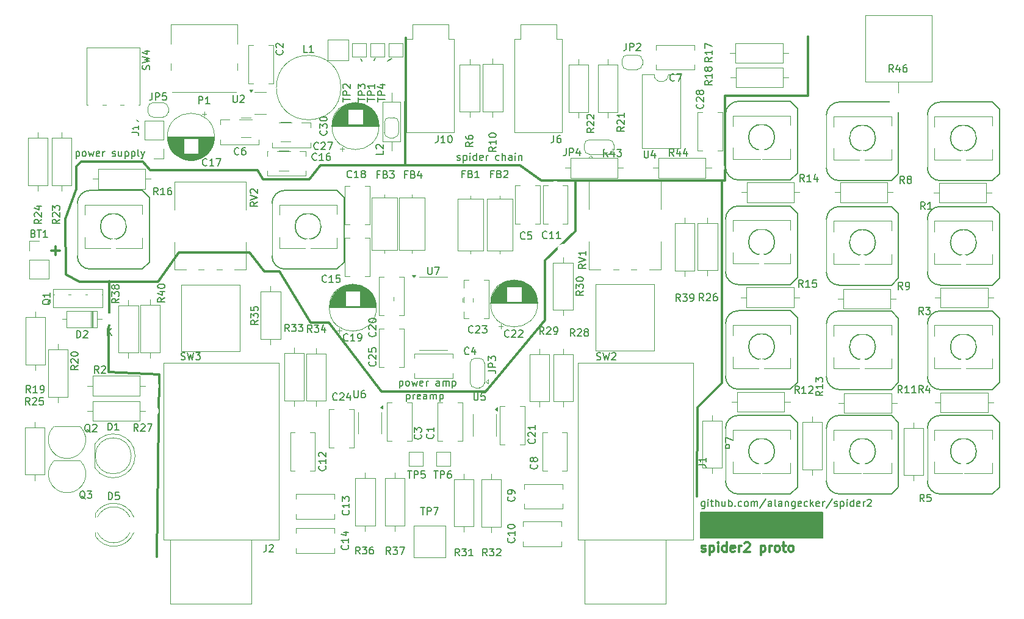
<source format=gto>
G04 #@! TF.GenerationSoftware,KiCad,Pcbnew,8.0.1*
G04 #@! TF.CreationDate,2024-03-31T00:10:13+01:00*
G04 #@! TF.ProjectId,spider2,73706964-6572-4322-9e6b-696361645f70,rev?*
G04 #@! TF.SameCoordinates,Original*
G04 #@! TF.FileFunction,Legend,Top*
G04 #@! TF.FilePolarity,Positive*
%FSLAX46Y46*%
G04 Gerber Fmt 4.6, Leading zero omitted, Abs format (unit mm)*
G04 Created by KiCad (PCBNEW 8.0.1) date 2024-03-31 00:10:13*
%MOMM*%
%LPD*%
G01*
G04 APERTURE LIST*
%ADD10C,0.300000*%
%ADD11C,0.150000*%
%ADD12C,0.200000*%
%ADD13C,0.120000*%
%ADD14C,0.100000*%
%ADD15C,0.127000*%
%ADD16C,1.600000*%
%ADD17O,1.600000X1.600000*%
%ADD18R,2.000000X2.000000*%
%ADD19C,2.000000*%
%ADD20C,0.700000*%
%ADD21O,0.900000X2.400000*%
%ADD22O,0.900000X1.700000*%
%ADD23R,1.717500X1.800000*%
%ADD24O,1.717500X1.800000*%
%ADD25R,1.600000X1.600000*%
%ADD26R,2.500000X2.500000*%
%ADD27C,1.500000*%
%ADD28O,1.000000X1.900000*%
%ADD29O,1.703200X3.203200*%
%ADD30O,1.903200X3.203200*%
%ADD31O,1.900000X1.000000*%
%ADD32O,3.203200X2.203200*%
%ADD33C,0.800000*%
%ADD34C,6.400000*%
%ADD35R,1.500000X1.000000*%
%ADD36R,1.700000X1.700000*%
%ADD37O,1.700000X1.700000*%
%ADD38C,3.000000*%
%ADD39R,1.500000X1.500000*%
%ADD40R,1.050000X1.500000*%
%ADD41O,1.050000X1.500000*%
%ADD42C,2.400000*%
%ADD43O,2.400000X2.400000*%
%ADD44C,4.000000*%
%ADD45C,1.800000*%
%ADD46R,4.000000X4.000000*%
%ADD47R,1.000000X1.500000*%
%ADD48R,1.800000X1.800000*%
%ADD49C,2.600000*%
G04 APERTURE END LIST*
D10*
X201803000Y-79756000D02*
X210058000Y-69850000D01*
X214250000Y-57500000D02*
X210058000Y-61595000D01*
X187325000Y-79756000D02*
X201803000Y-79756000D01*
X156550000Y-77400000D02*
X149479000Y-77089000D01*
X170180000Y-49050000D02*
X170950000Y-50325000D01*
D11*
X186325000Y-33825000D02*
X186525000Y-33525000D01*
D10*
X169037000Y-60452000D02*
X171100000Y-63075000D01*
X143550000Y-63525000D02*
X143525000Y-55800000D01*
X177350000Y-50325000D02*
X178860000Y-48400000D01*
X173175000Y-63075000D02*
X177546000Y-70231000D01*
X214250000Y-57500000D02*
X214250000Y-50500000D01*
X145415000Y-64516000D02*
X156337000Y-64516000D01*
D11*
X184625000Y-33875000D02*
X184450000Y-33575000D01*
D10*
X149479000Y-77089000D02*
X149550000Y-64500000D01*
D11*
X188200000Y-33925000D02*
X188750000Y-33575000D01*
D10*
X235060000Y-38710000D02*
X246550000Y-38720000D01*
X190650000Y-48375000D02*
X206600000Y-48375000D01*
X170950000Y-50325000D02*
X177350000Y-50325000D01*
X155275000Y-49075000D02*
X170180000Y-49050000D01*
X143525000Y-55800000D02*
X145050000Y-51700000D01*
X246550000Y-38720000D02*
X246500000Y-30500000D01*
X234570000Y-78590000D02*
X231190000Y-81960000D01*
X180086000Y-70231000D02*
X187325000Y-79756000D01*
X210058000Y-69850000D02*
X210058000Y-61595000D01*
X234977500Y-50542500D02*
X235060000Y-38710000D01*
X190650000Y-48375000D02*
X190750000Y-30675000D01*
X234590000Y-50660000D02*
X234570000Y-78590000D01*
D12*
X231612500Y-96575000D02*
X248587500Y-96575000D01*
X248587500Y-100100000D01*
X231612500Y-100100000D01*
X231612500Y-96575000D01*
G36*
X231612500Y-96575000D02*
G01*
X248587500Y-96575000D01*
X248587500Y-100100000D01*
X231612500Y-100100000D01*
X231612500Y-96575000D01*
G37*
D10*
X156337000Y-64516000D02*
X159258000Y-60452000D01*
X145050000Y-51700000D02*
X145050000Y-48575000D01*
X145050000Y-48575000D02*
X145725000Y-47850000D01*
X178860000Y-48400000D02*
X190650000Y-48375000D01*
X154250000Y-47850000D02*
X155275000Y-49075000D01*
X156200000Y-102750000D02*
X156550000Y-77400000D01*
X171100000Y-63075000D02*
X173175000Y-63075000D01*
X159258000Y-60452000D02*
X169037000Y-60452000D01*
X209550000Y-50500000D02*
X234977500Y-50542500D01*
X177546000Y-70231000D02*
X180086000Y-70231000D01*
X145725000Y-47850000D02*
X154250000Y-47850000D01*
X206600000Y-48375000D02*
X209550000Y-50500000D01*
X145415000Y-64516000D02*
X143550000Y-63525000D01*
X231190000Y-81960000D02*
X231160000Y-94390000D01*
D12*
X232198244Y-95075552D02*
X232198244Y-95885076D01*
X232198244Y-95885076D02*
X232150625Y-95980314D01*
X232150625Y-95980314D02*
X232103006Y-96027933D01*
X232103006Y-96027933D02*
X232007768Y-96075552D01*
X232007768Y-96075552D02*
X231864911Y-96075552D01*
X231864911Y-96075552D02*
X231769673Y-96027933D01*
X232198244Y-95694600D02*
X232103006Y-95742219D01*
X232103006Y-95742219D02*
X231912530Y-95742219D01*
X231912530Y-95742219D02*
X231817292Y-95694600D01*
X231817292Y-95694600D02*
X231769673Y-95646980D01*
X231769673Y-95646980D02*
X231722054Y-95551742D01*
X231722054Y-95551742D02*
X231722054Y-95266028D01*
X231722054Y-95266028D02*
X231769673Y-95170790D01*
X231769673Y-95170790D02*
X231817292Y-95123171D01*
X231817292Y-95123171D02*
X231912530Y-95075552D01*
X231912530Y-95075552D02*
X232103006Y-95075552D01*
X232103006Y-95075552D02*
X232198244Y-95123171D01*
X232674435Y-95742219D02*
X232674435Y-95075552D01*
X232674435Y-94742219D02*
X232626816Y-94789838D01*
X232626816Y-94789838D02*
X232674435Y-94837457D01*
X232674435Y-94837457D02*
X232722054Y-94789838D01*
X232722054Y-94789838D02*
X232674435Y-94742219D01*
X232674435Y-94742219D02*
X232674435Y-94837457D01*
X233007768Y-95075552D02*
X233388720Y-95075552D01*
X233150625Y-94742219D02*
X233150625Y-95599361D01*
X233150625Y-95599361D02*
X233198244Y-95694600D01*
X233198244Y-95694600D02*
X233293482Y-95742219D01*
X233293482Y-95742219D02*
X233388720Y-95742219D01*
X233722054Y-95742219D02*
X233722054Y-94742219D01*
X234150625Y-95742219D02*
X234150625Y-95218409D01*
X234150625Y-95218409D02*
X234103006Y-95123171D01*
X234103006Y-95123171D02*
X234007768Y-95075552D01*
X234007768Y-95075552D02*
X233864911Y-95075552D01*
X233864911Y-95075552D02*
X233769673Y-95123171D01*
X233769673Y-95123171D02*
X233722054Y-95170790D01*
X235055387Y-95075552D02*
X235055387Y-95742219D01*
X234626816Y-95075552D02*
X234626816Y-95599361D01*
X234626816Y-95599361D02*
X234674435Y-95694600D01*
X234674435Y-95694600D02*
X234769673Y-95742219D01*
X234769673Y-95742219D02*
X234912530Y-95742219D01*
X234912530Y-95742219D02*
X235007768Y-95694600D01*
X235007768Y-95694600D02*
X235055387Y-95646980D01*
X235531578Y-95742219D02*
X235531578Y-94742219D01*
X235531578Y-95123171D02*
X235626816Y-95075552D01*
X235626816Y-95075552D02*
X235817292Y-95075552D01*
X235817292Y-95075552D02*
X235912530Y-95123171D01*
X235912530Y-95123171D02*
X235960149Y-95170790D01*
X235960149Y-95170790D02*
X236007768Y-95266028D01*
X236007768Y-95266028D02*
X236007768Y-95551742D01*
X236007768Y-95551742D02*
X235960149Y-95646980D01*
X235960149Y-95646980D02*
X235912530Y-95694600D01*
X235912530Y-95694600D02*
X235817292Y-95742219D01*
X235817292Y-95742219D02*
X235626816Y-95742219D01*
X235626816Y-95742219D02*
X235531578Y-95694600D01*
X236436340Y-95646980D02*
X236483959Y-95694600D01*
X236483959Y-95694600D02*
X236436340Y-95742219D01*
X236436340Y-95742219D02*
X236388721Y-95694600D01*
X236388721Y-95694600D02*
X236436340Y-95646980D01*
X236436340Y-95646980D02*
X236436340Y-95742219D01*
X237341101Y-95694600D02*
X237245863Y-95742219D01*
X237245863Y-95742219D02*
X237055387Y-95742219D01*
X237055387Y-95742219D02*
X236960149Y-95694600D01*
X236960149Y-95694600D02*
X236912530Y-95646980D01*
X236912530Y-95646980D02*
X236864911Y-95551742D01*
X236864911Y-95551742D02*
X236864911Y-95266028D01*
X236864911Y-95266028D02*
X236912530Y-95170790D01*
X236912530Y-95170790D02*
X236960149Y-95123171D01*
X236960149Y-95123171D02*
X237055387Y-95075552D01*
X237055387Y-95075552D02*
X237245863Y-95075552D01*
X237245863Y-95075552D02*
X237341101Y-95123171D01*
X237912530Y-95742219D02*
X237817292Y-95694600D01*
X237817292Y-95694600D02*
X237769673Y-95646980D01*
X237769673Y-95646980D02*
X237722054Y-95551742D01*
X237722054Y-95551742D02*
X237722054Y-95266028D01*
X237722054Y-95266028D02*
X237769673Y-95170790D01*
X237769673Y-95170790D02*
X237817292Y-95123171D01*
X237817292Y-95123171D02*
X237912530Y-95075552D01*
X237912530Y-95075552D02*
X238055387Y-95075552D01*
X238055387Y-95075552D02*
X238150625Y-95123171D01*
X238150625Y-95123171D02*
X238198244Y-95170790D01*
X238198244Y-95170790D02*
X238245863Y-95266028D01*
X238245863Y-95266028D02*
X238245863Y-95551742D01*
X238245863Y-95551742D02*
X238198244Y-95646980D01*
X238198244Y-95646980D02*
X238150625Y-95694600D01*
X238150625Y-95694600D02*
X238055387Y-95742219D01*
X238055387Y-95742219D02*
X237912530Y-95742219D01*
X238674435Y-95742219D02*
X238674435Y-95075552D01*
X238674435Y-95170790D02*
X238722054Y-95123171D01*
X238722054Y-95123171D02*
X238817292Y-95075552D01*
X238817292Y-95075552D02*
X238960149Y-95075552D01*
X238960149Y-95075552D02*
X239055387Y-95123171D01*
X239055387Y-95123171D02*
X239103006Y-95218409D01*
X239103006Y-95218409D02*
X239103006Y-95742219D01*
X239103006Y-95218409D02*
X239150625Y-95123171D01*
X239150625Y-95123171D02*
X239245863Y-95075552D01*
X239245863Y-95075552D02*
X239388720Y-95075552D01*
X239388720Y-95075552D02*
X239483959Y-95123171D01*
X239483959Y-95123171D02*
X239531578Y-95218409D01*
X239531578Y-95218409D02*
X239531578Y-95742219D01*
X240722053Y-94694600D02*
X239864911Y-95980314D01*
X241483958Y-95742219D02*
X241483958Y-95218409D01*
X241483958Y-95218409D02*
X241436339Y-95123171D01*
X241436339Y-95123171D02*
X241341101Y-95075552D01*
X241341101Y-95075552D02*
X241150625Y-95075552D01*
X241150625Y-95075552D02*
X241055387Y-95123171D01*
X241483958Y-95694600D02*
X241388720Y-95742219D01*
X241388720Y-95742219D02*
X241150625Y-95742219D01*
X241150625Y-95742219D02*
X241055387Y-95694600D01*
X241055387Y-95694600D02*
X241007768Y-95599361D01*
X241007768Y-95599361D02*
X241007768Y-95504123D01*
X241007768Y-95504123D02*
X241055387Y-95408885D01*
X241055387Y-95408885D02*
X241150625Y-95361266D01*
X241150625Y-95361266D02*
X241388720Y-95361266D01*
X241388720Y-95361266D02*
X241483958Y-95313647D01*
X242103006Y-95742219D02*
X242007768Y-95694600D01*
X242007768Y-95694600D02*
X241960149Y-95599361D01*
X241960149Y-95599361D02*
X241960149Y-94742219D01*
X242912530Y-95742219D02*
X242912530Y-95218409D01*
X242912530Y-95218409D02*
X242864911Y-95123171D01*
X242864911Y-95123171D02*
X242769673Y-95075552D01*
X242769673Y-95075552D02*
X242579197Y-95075552D01*
X242579197Y-95075552D02*
X242483959Y-95123171D01*
X242912530Y-95694600D02*
X242817292Y-95742219D01*
X242817292Y-95742219D02*
X242579197Y-95742219D01*
X242579197Y-95742219D02*
X242483959Y-95694600D01*
X242483959Y-95694600D02*
X242436340Y-95599361D01*
X242436340Y-95599361D02*
X242436340Y-95504123D01*
X242436340Y-95504123D02*
X242483959Y-95408885D01*
X242483959Y-95408885D02*
X242579197Y-95361266D01*
X242579197Y-95361266D02*
X242817292Y-95361266D01*
X242817292Y-95361266D02*
X242912530Y-95313647D01*
X243388721Y-95075552D02*
X243388721Y-95742219D01*
X243388721Y-95170790D02*
X243436340Y-95123171D01*
X243436340Y-95123171D02*
X243531578Y-95075552D01*
X243531578Y-95075552D02*
X243674435Y-95075552D01*
X243674435Y-95075552D02*
X243769673Y-95123171D01*
X243769673Y-95123171D02*
X243817292Y-95218409D01*
X243817292Y-95218409D02*
X243817292Y-95742219D01*
X244722054Y-95075552D02*
X244722054Y-95885076D01*
X244722054Y-95885076D02*
X244674435Y-95980314D01*
X244674435Y-95980314D02*
X244626816Y-96027933D01*
X244626816Y-96027933D02*
X244531578Y-96075552D01*
X244531578Y-96075552D02*
X244388721Y-96075552D01*
X244388721Y-96075552D02*
X244293483Y-96027933D01*
X244722054Y-95694600D02*
X244626816Y-95742219D01*
X244626816Y-95742219D02*
X244436340Y-95742219D01*
X244436340Y-95742219D02*
X244341102Y-95694600D01*
X244341102Y-95694600D02*
X244293483Y-95646980D01*
X244293483Y-95646980D02*
X244245864Y-95551742D01*
X244245864Y-95551742D02*
X244245864Y-95266028D01*
X244245864Y-95266028D02*
X244293483Y-95170790D01*
X244293483Y-95170790D02*
X244341102Y-95123171D01*
X244341102Y-95123171D02*
X244436340Y-95075552D01*
X244436340Y-95075552D02*
X244626816Y-95075552D01*
X244626816Y-95075552D02*
X244722054Y-95123171D01*
X245579197Y-95694600D02*
X245483959Y-95742219D01*
X245483959Y-95742219D02*
X245293483Y-95742219D01*
X245293483Y-95742219D02*
X245198245Y-95694600D01*
X245198245Y-95694600D02*
X245150626Y-95599361D01*
X245150626Y-95599361D02*
X245150626Y-95218409D01*
X245150626Y-95218409D02*
X245198245Y-95123171D01*
X245198245Y-95123171D02*
X245293483Y-95075552D01*
X245293483Y-95075552D02*
X245483959Y-95075552D01*
X245483959Y-95075552D02*
X245579197Y-95123171D01*
X245579197Y-95123171D02*
X245626816Y-95218409D01*
X245626816Y-95218409D02*
X245626816Y-95313647D01*
X245626816Y-95313647D02*
X245150626Y-95408885D01*
X246483959Y-95694600D02*
X246388721Y-95742219D01*
X246388721Y-95742219D02*
X246198245Y-95742219D01*
X246198245Y-95742219D02*
X246103007Y-95694600D01*
X246103007Y-95694600D02*
X246055388Y-95646980D01*
X246055388Y-95646980D02*
X246007769Y-95551742D01*
X246007769Y-95551742D02*
X246007769Y-95266028D01*
X246007769Y-95266028D02*
X246055388Y-95170790D01*
X246055388Y-95170790D02*
X246103007Y-95123171D01*
X246103007Y-95123171D02*
X246198245Y-95075552D01*
X246198245Y-95075552D02*
X246388721Y-95075552D01*
X246388721Y-95075552D02*
X246483959Y-95123171D01*
X246912531Y-95742219D02*
X246912531Y-94742219D01*
X247007769Y-95361266D02*
X247293483Y-95742219D01*
X247293483Y-95075552D02*
X246912531Y-95456504D01*
X248103007Y-95694600D02*
X248007769Y-95742219D01*
X248007769Y-95742219D02*
X247817293Y-95742219D01*
X247817293Y-95742219D02*
X247722055Y-95694600D01*
X247722055Y-95694600D02*
X247674436Y-95599361D01*
X247674436Y-95599361D02*
X247674436Y-95218409D01*
X247674436Y-95218409D02*
X247722055Y-95123171D01*
X247722055Y-95123171D02*
X247817293Y-95075552D01*
X247817293Y-95075552D02*
X248007769Y-95075552D01*
X248007769Y-95075552D02*
X248103007Y-95123171D01*
X248103007Y-95123171D02*
X248150626Y-95218409D01*
X248150626Y-95218409D02*
X248150626Y-95313647D01*
X248150626Y-95313647D02*
X247674436Y-95408885D01*
X248579198Y-95742219D02*
X248579198Y-95075552D01*
X248579198Y-95266028D02*
X248626817Y-95170790D01*
X248626817Y-95170790D02*
X248674436Y-95123171D01*
X248674436Y-95123171D02*
X248769674Y-95075552D01*
X248769674Y-95075552D02*
X248864912Y-95075552D01*
X249912531Y-94694600D02*
X249055389Y-95980314D01*
X250198246Y-95694600D02*
X250293484Y-95742219D01*
X250293484Y-95742219D02*
X250483960Y-95742219D01*
X250483960Y-95742219D02*
X250579198Y-95694600D01*
X250579198Y-95694600D02*
X250626817Y-95599361D01*
X250626817Y-95599361D02*
X250626817Y-95551742D01*
X250626817Y-95551742D02*
X250579198Y-95456504D01*
X250579198Y-95456504D02*
X250483960Y-95408885D01*
X250483960Y-95408885D02*
X250341103Y-95408885D01*
X250341103Y-95408885D02*
X250245865Y-95361266D01*
X250245865Y-95361266D02*
X250198246Y-95266028D01*
X250198246Y-95266028D02*
X250198246Y-95218409D01*
X250198246Y-95218409D02*
X250245865Y-95123171D01*
X250245865Y-95123171D02*
X250341103Y-95075552D01*
X250341103Y-95075552D02*
X250483960Y-95075552D01*
X250483960Y-95075552D02*
X250579198Y-95123171D01*
X251055389Y-95075552D02*
X251055389Y-96075552D01*
X251055389Y-95123171D02*
X251150627Y-95075552D01*
X251150627Y-95075552D02*
X251341103Y-95075552D01*
X251341103Y-95075552D02*
X251436341Y-95123171D01*
X251436341Y-95123171D02*
X251483960Y-95170790D01*
X251483960Y-95170790D02*
X251531579Y-95266028D01*
X251531579Y-95266028D02*
X251531579Y-95551742D01*
X251531579Y-95551742D02*
X251483960Y-95646980D01*
X251483960Y-95646980D02*
X251436341Y-95694600D01*
X251436341Y-95694600D02*
X251341103Y-95742219D01*
X251341103Y-95742219D02*
X251150627Y-95742219D01*
X251150627Y-95742219D02*
X251055389Y-95694600D01*
X251960151Y-95742219D02*
X251960151Y-95075552D01*
X251960151Y-94742219D02*
X251912532Y-94789838D01*
X251912532Y-94789838D02*
X251960151Y-94837457D01*
X251960151Y-94837457D02*
X252007770Y-94789838D01*
X252007770Y-94789838D02*
X251960151Y-94742219D01*
X251960151Y-94742219D02*
X251960151Y-94837457D01*
X252864912Y-95742219D02*
X252864912Y-94742219D01*
X252864912Y-95694600D02*
X252769674Y-95742219D01*
X252769674Y-95742219D02*
X252579198Y-95742219D01*
X252579198Y-95742219D02*
X252483960Y-95694600D01*
X252483960Y-95694600D02*
X252436341Y-95646980D01*
X252436341Y-95646980D02*
X252388722Y-95551742D01*
X252388722Y-95551742D02*
X252388722Y-95266028D01*
X252388722Y-95266028D02*
X252436341Y-95170790D01*
X252436341Y-95170790D02*
X252483960Y-95123171D01*
X252483960Y-95123171D02*
X252579198Y-95075552D01*
X252579198Y-95075552D02*
X252769674Y-95075552D01*
X252769674Y-95075552D02*
X252864912Y-95123171D01*
X253722055Y-95694600D02*
X253626817Y-95742219D01*
X253626817Y-95742219D02*
X253436341Y-95742219D01*
X253436341Y-95742219D02*
X253341103Y-95694600D01*
X253341103Y-95694600D02*
X253293484Y-95599361D01*
X253293484Y-95599361D02*
X253293484Y-95218409D01*
X253293484Y-95218409D02*
X253341103Y-95123171D01*
X253341103Y-95123171D02*
X253436341Y-95075552D01*
X253436341Y-95075552D02*
X253626817Y-95075552D01*
X253626817Y-95075552D02*
X253722055Y-95123171D01*
X253722055Y-95123171D02*
X253769674Y-95218409D01*
X253769674Y-95218409D02*
X253769674Y-95313647D01*
X253769674Y-95313647D02*
X253293484Y-95408885D01*
X254198246Y-95742219D02*
X254198246Y-95075552D01*
X254198246Y-95266028D02*
X254245865Y-95170790D01*
X254245865Y-95170790D02*
X254293484Y-95123171D01*
X254293484Y-95123171D02*
X254388722Y-95075552D01*
X254388722Y-95075552D02*
X254483960Y-95075552D01*
X254769675Y-94837457D02*
X254817294Y-94789838D01*
X254817294Y-94789838D02*
X254912532Y-94742219D01*
X254912532Y-94742219D02*
X255150627Y-94742219D01*
X255150627Y-94742219D02*
X255245865Y-94789838D01*
X255245865Y-94789838D02*
X255293484Y-94837457D01*
X255293484Y-94837457D02*
X255341103Y-94932695D01*
X255341103Y-94932695D02*
X255341103Y-95027933D01*
X255341103Y-95027933D02*
X255293484Y-95170790D01*
X255293484Y-95170790D02*
X254722056Y-95742219D01*
X254722056Y-95742219D02*
X255341103Y-95742219D01*
D10*
X141554510Y-60229400D02*
X142697368Y-60229400D01*
X142125939Y-60800828D02*
X142125939Y-59657971D01*
D11*
X190836779Y-80178152D02*
X190836779Y-81178152D01*
X190836779Y-80225771D02*
X190932017Y-80178152D01*
X190932017Y-80178152D02*
X191122493Y-80178152D01*
X191122493Y-80178152D02*
X191217731Y-80225771D01*
X191217731Y-80225771D02*
X191265350Y-80273390D01*
X191265350Y-80273390D02*
X191312969Y-80368628D01*
X191312969Y-80368628D02*
X191312969Y-80654342D01*
X191312969Y-80654342D02*
X191265350Y-80749580D01*
X191265350Y-80749580D02*
X191217731Y-80797200D01*
X191217731Y-80797200D02*
X191122493Y-80844819D01*
X191122493Y-80844819D02*
X190932017Y-80844819D01*
X190932017Y-80844819D02*
X190836779Y-80797200D01*
X191741541Y-80844819D02*
X191741541Y-80178152D01*
X191741541Y-80368628D02*
X191789160Y-80273390D01*
X191789160Y-80273390D02*
X191836779Y-80225771D01*
X191836779Y-80225771D02*
X191932017Y-80178152D01*
X191932017Y-80178152D02*
X192027255Y-80178152D01*
X192741541Y-80797200D02*
X192646303Y-80844819D01*
X192646303Y-80844819D02*
X192455827Y-80844819D01*
X192455827Y-80844819D02*
X192360589Y-80797200D01*
X192360589Y-80797200D02*
X192312970Y-80701961D01*
X192312970Y-80701961D02*
X192312970Y-80321009D01*
X192312970Y-80321009D02*
X192360589Y-80225771D01*
X192360589Y-80225771D02*
X192455827Y-80178152D01*
X192455827Y-80178152D02*
X192646303Y-80178152D01*
X192646303Y-80178152D02*
X192741541Y-80225771D01*
X192741541Y-80225771D02*
X192789160Y-80321009D01*
X192789160Y-80321009D02*
X192789160Y-80416247D01*
X192789160Y-80416247D02*
X192312970Y-80511485D01*
X193646303Y-80844819D02*
X193646303Y-80321009D01*
X193646303Y-80321009D02*
X193598684Y-80225771D01*
X193598684Y-80225771D02*
X193503446Y-80178152D01*
X193503446Y-80178152D02*
X193312970Y-80178152D01*
X193312970Y-80178152D02*
X193217732Y-80225771D01*
X193646303Y-80797200D02*
X193551065Y-80844819D01*
X193551065Y-80844819D02*
X193312970Y-80844819D01*
X193312970Y-80844819D02*
X193217732Y-80797200D01*
X193217732Y-80797200D02*
X193170113Y-80701961D01*
X193170113Y-80701961D02*
X193170113Y-80606723D01*
X193170113Y-80606723D02*
X193217732Y-80511485D01*
X193217732Y-80511485D02*
X193312970Y-80463866D01*
X193312970Y-80463866D02*
X193551065Y-80463866D01*
X193551065Y-80463866D02*
X193646303Y-80416247D01*
X194122494Y-80844819D02*
X194122494Y-80178152D01*
X194122494Y-80273390D02*
X194170113Y-80225771D01*
X194170113Y-80225771D02*
X194265351Y-80178152D01*
X194265351Y-80178152D02*
X194408208Y-80178152D01*
X194408208Y-80178152D02*
X194503446Y-80225771D01*
X194503446Y-80225771D02*
X194551065Y-80321009D01*
X194551065Y-80321009D02*
X194551065Y-80844819D01*
X194551065Y-80321009D02*
X194598684Y-80225771D01*
X194598684Y-80225771D02*
X194693922Y-80178152D01*
X194693922Y-80178152D02*
X194836779Y-80178152D01*
X194836779Y-80178152D02*
X194932018Y-80225771D01*
X194932018Y-80225771D02*
X194979637Y-80321009D01*
X194979637Y-80321009D02*
X194979637Y-80844819D01*
X195455827Y-80178152D02*
X195455827Y-81178152D01*
X195455827Y-80225771D02*
X195551065Y-80178152D01*
X195551065Y-80178152D02*
X195741541Y-80178152D01*
X195741541Y-80178152D02*
X195836779Y-80225771D01*
X195836779Y-80225771D02*
X195884398Y-80273390D01*
X195884398Y-80273390D02*
X195932017Y-80368628D01*
X195932017Y-80368628D02*
X195932017Y-80654342D01*
X195932017Y-80654342D02*
X195884398Y-80749580D01*
X195884398Y-80749580D02*
X195836779Y-80797200D01*
X195836779Y-80797200D02*
X195741541Y-80844819D01*
X195741541Y-80844819D02*
X195551065Y-80844819D01*
X195551065Y-80844819D02*
X195455827Y-80797200D01*
X144986779Y-46478152D02*
X144986779Y-47478152D01*
X144986779Y-46525771D02*
X145082017Y-46478152D01*
X145082017Y-46478152D02*
X145272493Y-46478152D01*
X145272493Y-46478152D02*
X145367731Y-46525771D01*
X145367731Y-46525771D02*
X145415350Y-46573390D01*
X145415350Y-46573390D02*
X145462969Y-46668628D01*
X145462969Y-46668628D02*
X145462969Y-46954342D01*
X145462969Y-46954342D02*
X145415350Y-47049580D01*
X145415350Y-47049580D02*
X145367731Y-47097200D01*
X145367731Y-47097200D02*
X145272493Y-47144819D01*
X145272493Y-47144819D02*
X145082017Y-47144819D01*
X145082017Y-47144819D02*
X144986779Y-47097200D01*
X146034398Y-47144819D02*
X145939160Y-47097200D01*
X145939160Y-47097200D02*
X145891541Y-47049580D01*
X145891541Y-47049580D02*
X145843922Y-46954342D01*
X145843922Y-46954342D02*
X145843922Y-46668628D01*
X145843922Y-46668628D02*
X145891541Y-46573390D01*
X145891541Y-46573390D02*
X145939160Y-46525771D01*
X145939160Y-46525771D02*
X146034398Y-46478152D01*
X146034398Y-46478152D02*
X146177255Y-46478152D01*
X146177255Y-46478152D02*
X146272493Y-46525771D01*
X146272493Y-46525771D02*
X146320112Y-46573390D01*
X146320112Y-46573390D02*
X146367731Y-46668628D01*
X146367731Y-46668628D02*
X146367731Y-46954342D01*
X146367731Y-46954342D02*
X146320112Y-47049580D01*
X146320112Y-47049580D02*
X146272493Y-47097200D01*
X146272493Y-47097200D02*
X146177255Y-47144819D01*
X146177255Y-47144819D02*
X146034398Y-47144819D01*
X146701065Y-46478152D02*
X146891541Y-47144819D01*
X146891541Y-47144819D02*
X147082017Y-46668628D01*
X147082017Y-46668628D02*
X147272493Y-47144819D01*
X147272493Y-47144819D02*
X147462969Y-46478152D01*
X148224874Y-47097200D02*
X148129636Y-47144819D01*
X148129636Y-47144819D02*
X147939160Y-47144819D01*
X147939160Y-47144819D02*
X147843922Y-47097200D01*
X147843922Y-47097200D02*
X147796303Y-47001961D01*
X147796303Y-47001961D02*
X147796303Y-46621009D01*
X147796303Y-46621009D02*
X147843922Y-46525771D01*
X147843922Y-46525771D02*
X147939160Y-46478152D01*
X147939160Y-46478152D02*
X148129636Y-46478152D01*
X148129636Y-46478152D02*
X148224874Y-46525771D01*
X148224874Y-46525771D02*
X148272493Y-46621009D01*
X148272493Y-46621009D02*
X148272493Y-46716247D01*
X148272493Y-46716247D02*
X147796303Y-46811485D01*
X148701065Y-47144819D02*
X148701065Y-46478152D01*
X148701065Y-46668628D02*
X148748684Y-46573390D01*
X148748684Y-46573390D02*
X148796303Y-46525771D01*
X148796303Y-46525771D02*
X148891541Y-46478152D01*
X148891541Y-46478152D02*
X148986779Y-46478152D01*
X150034399Y-47097200D02*
X150129637Y-47144819D01*
X150129637Y-47144819D02*
X150320113Y-47144819D01*
X150320113Y-47144819D02*
X150415351Y-47097200D01*
X150415351Y-47097200D02*
X150462970Y-47001961D01*
X150462970Y-47001961D02*
X150462970Y-46954342D01*
X150462970Y-46954342D02*
X150415351Y-46859104D01*
X150415351Y-46859104D02*
X150320113Y-46811485D01*
X150320113Y-46811485D02*
X150177256Y-46811485D01*
X150177256Y-46811485D02*
X150082018Y-46763866D01*
X150082018Y-46763866D02*
X150034399Y-46668628D01*
X150034399Y-46668628D02*
X150034399Y-46621009D01*
X150034399Y-46621009D02*
X150082018Y-46525771D01*
X150082018Y-46525771D02*
X150177256Y-46478152D01*
X150177256Y-46478152D02*
X150320113Y-46478152D01*
X150320113Y-46478152D02*
X150415351Y-46525771D01*
X151320113Y-46478152D02*
X151320113Y-47144819D01*
X150891542Y-46478152D02*
X150891542Y-47001961D01*
X150891542Y-47001961D02*
X150939161Y-47097200D01*
X150939161Y-47097200D02*
X151034399Y-47144819D01*
X151034399Y-47144819D02*
X151177256Y-47144819D01*
X151177256Y-47144819D02*
X151272494Y-47097200D01*
X151272494Y-47097200D02*
X151320113Y-47049580D01*
X151796304Y-46478152D02*
X151796304Y-47478152D01*
X151796304Y-46525771D02*
X151891542Y-46478152D01*
X151891542Y-46478152D02*
X152082018Y-46478152D01*
X152082018Y-46478152D02*
X152177256Y-46525771D01*
X152177256Y-46525771D02*
X152224875Y-46573390D01*
X152224875Y-46573390D02*
X152272494Y-46668628D01*
X152272494Y-46668628D02*
X152272494Y-46954342D01*
X152272494Y-46954342D02*
X152224875Y-47049580D01*
X152224875Y-47049580D02*
X152177256Y-47097200D01*
X152177256Y-47097200D02*
X152082018Y-47144819D01*
X152082018Y-47144819D02*
X151891542Y-47144819D01*
X151891542Y-47144819D02*
X151796304Y-47097200D01*
X152701066Y-46478152D02*
X152701066Y-47478152D01*
X152701066Y-46525771D02*
X152796304Y-46478152D01*
X152796304Y-46478152D02*
X152986780Y-46478152D01*
X152986780Y-46478152D02*
X153082018Y-46525771D01*
X153082018Y-46525771D02*
X153129637Y-46573390D01*
X153129637Y-46573390D02*
X153177256Y-46668628D01*
X153177256Y-46668628D02*
X153177256Y-46954342D01*
X153177256Y-46954342D02*
X153129637Y-47049580D01*
X153129637Y-47049580D02*
X153082018Y-47097200D01*
X153082018Y-47097200D02*
X152986780Y-47144819D01*
X152986780Y-47144819D02*
X152796304Y-47144819D01*
X152796304Y-47144819D02*
X152701066Y-47097200D01*
X153748685Y-47144819D02*
X153653447Y-47097200D01*
X153653447Y-47097200D02*
X153605828Y-47001961D01*
X153605828Y-47001961D02*
X153605828Y-46144819D01*
X154034400Y-46478152D02*
X154272495Y-47144819D01*
X154510590Y-46478152D02*
X154272495Y-47144819D01*
X154272495Y-47144819D02*
X154177257Y-47382914D01*
X154177257Y-47382914D02*
X154129638Y-47430533D01*
X154129638Y-47430533D02*
X154034400Y-47478152D01*
X189861779Y-78328152D02*
X189861779Y-79328152D01*
X189861779Y-78375771D02*
X189957017Y-78328152D01*
X189957017Y-78328152D02*
X190147493Y-78328152D01*
X190147493Y-78328152D02*
X190242731Y-78375771D01*
X190242731Y-78375771D02*
X190290350Y-78423390D01*
X190290350Y-78423390D02*
X190337969Y-78518628D01*
X190337969Y-78518628D02*
X190337969Y-78804342D01*
X190337969Y-78804342D02*
X190290350Y-78899580D01*
X190290350Y-78899580D02*
X190242731Y-78947200D01*
X190242731Y-78947200D02*
X190147493Y-78994819D01*
X190147493Y-78994819D02*
X189957017Y-78994819D01*
X189957017Y-78994819D02*
X189861779Y-78947200D01*
X190909398Y-78994819D02*
X190814160Y-78947200D01*
X190814160Y-78947200D02*
X190766541Y-78899580D01*
X190766541Y-78899580D02*
X190718922Y-78804342D01*
X190718922Y-78804342D02*
X190718922Y-78518628D01*
X190718922Y-78518628D02*
X190766541Y-78423390D01*
X190766541Y-78423390D02*
X190814160Y-78375771D01*
X190814160Y-78375771D02*
X190909398Y-78328152D01*
X190909398Y-78328152D02*
X191052255Y-78328152D01*
X191052255Y-78328152D02*
X191147493Y-78375771D01*
X191147493Y-78375771D02*
X191195112Y-78423390D01*
X191195112Y-78423390D02*
X191242731Y-78518628D01*
X191242731Y-78518628D02*
X191242731Y-78804342D01*
X191242731Y-78804342D02*
X191195112Y-78899580D01*
X191195112Y-78899580D02*
X191147493Y-78947200D01*
X191147493Y-78947200D02*
X191052255Y-78994819D01*
X191052255Y-78994819D02*
X190909398Y-78994819D01*
X191576065Y-78328152D02*
X191766541Y-78994819D01*
X191766541Y-78994819D02*
X191957017Y-78518628D01*
X191957017Y-78518628D02*
X192147493Y-78994819D01*
X192147493Y-78994819D02*
X192337969Y-78328152D01*
X193099874Y-78947200D02*
X193004636Y-78994819D01*
X193004636Y-78994819D02*
X192814160Y-78994819D01*
X192814160Y-78994819D02*
X192718922Y-78947200D01*
X192718922Y-78947200D02*
X192671303Y-78851961D01*
X192671303Y-78851961D02*
X192671303Y-78471009D01*
X192671303Y-78471009D02*
X192718922Y-78375771D01*
X192718922Y-78375771D02*
X192814160Y-78328152D01*
X192814160Y-78328152D02*
X193004636Y-78328152D01*
X193004636Y-78328152D02*
X193099874Y-78375771D01*
X193099874Y-78375771D02*
X193147493Y-78471009D01*
X193147493Y-78471009D02*
X193147493Y-78566247D01*
X193147493Y-78566247D02*
X192671303Y-78661485D01*
X193576065Y-78994819D02*
X193576065Y-78328152D01*
X193576065Y-78518628D02*
X193623684Y-78423390D01*
X193623684Y-78423390D02*
X193671303Y-78375771D01*
X193671303Y-78375771D02*
X193766541Y-78328152D01*
X193766541Y-78328152D02*
X193861779Y-78328152D01*
X195385589Y-78994819D02*
X195385589Y-78471009D01*
X195385589Y-78471009D02*
X195337970Y-78375771D01*
X195337970Y-78375771D02*
X195242732Y-78328152D01*
X195242732Y-78328152D02*
X195052256Y-78328152D01*
X195052256Y-78328152D02*
X194957018Y-78375771D01*
X195385589Y-78947200D02*
X195290351Y-78994819D01*
X195290351Y-78994819D02*
X195052256Y-78994819D01*
X195052256Y-78994819D02*
X194957018Y-78947200D01*
X194957018Y-78947200D02*
X194909399Y-78851961D01*
X194909399Y-78851961D02*
X194909399Y-78756723D01*
X194909399Y-78756723D02*
X194957018Y-78661485D01*
X194957018Y-78661485D02*
X195052256Y-78613866D01*
X195052256Y-78613866D02*
X195290351Y-78613866D01*
X195290351Y-78613866D02*
X195385589Y-78566247D01*
X195861780Y-78994819D02*
X195861780Y-78328152D01*
X195861780Y-78423390D02*
X195909399Y-78375771D01*
X195909399Y-78375771D02*
X196004637Y-78328152D01*
X196004637Y-78328152D02*
X196147494Y-78328152D01*
X196147494Y-78328152D02*
X196242732Y-78375771D01*
X196242732Y-78375771D02*
X196290351Y-78471009D01*
X196290351Y-78471009D02*
X196290351Y-78994819D01*
X196290351Y-78471009D02*
X196337970Y-78375771D01*
X196337970Y-78375771D02*
X196433208Y-78328152D01*
X196433208Y-78328152D02*
X196576065Y-78328152D01*
X196576065Y-78328152D02*
X196671304Y-78375771D01*
X196671304Y-78375771D02*
X196718923Y-78471009D01*
X196718923Y-78471009D02*
X196718923Y-78994819D01*
X197195113Y-78328152D02*
X197195113Y-79328152D01*
X197195113Y-78375771D02*
X197290351Y-78328152D01*
X197290351Y-78328152D02*
X197480827Y-78328152D01*
X197480827Y-78328152D02*
X197576065Y-78375771D01*
X197576065Y-78375771D02*
X197623684Y-78423390D01*
X197623684Y-78423390D02*
X197671303Y-78518628D01*
X197671303Y-78518628D02*
X197671303Y-78804342D01*
X197671303Y-78804342D02*
X197623684Y-78899580D01*
X197623684Y-78899580D02*
X197576065Y-78947200D01*
X197576065Y-78947200D02*
X197480827Y-78994819D01*
X197480827Y-78994819D02*
X197290351Y-78994819D01*
X197290351Y-78994819D02*
X197195113Y-78947200D01*
D10*
X231773811Y-101988400D02*
X231897620Y-102050304D01*
X231897620Y-102050304D02*
X232145239Y-102050304D01*
X232145239Y-102050304D02*
X232269049Y-101988400D01*
X232269049Y-101988400D02*
X232330953Y-101864590D01*
X232330953Y-101864590D02*
X232330953Y-101802685D01*
X232330953Y-101802685D02*
X232269049Y-101678876D01*
X232269049Y-101678876D02*
X232145239Y-101616971D01*
X232145239Y-101616971D02*
X231959525Y-101616971D01*
X231959525Y-101616971D02*
X231835715Y-101555066D01*
X231835715Y-101555066D02*
X231773811Y-101431257D01*
X231773811Y-101431257D02*
X231773811Y-101369352D01*
X231773811Y-101369352D02*
X231835715Y-101245542D01*
X231835715Y-101245542D02*
X231959525Y-101183638D01*
X231959525Y-101183638D02*
X232145239Y-101183638D01*
X232145239Y-101183638D02*
X232269049Y-101245542D01*
X232888096Y-101183638D02*
X232888096Y-102483638D01*
X232888096Y-101245542D02*
X233011906Y-101183638D01*
X233011906Y-101183638D02*
X233259525Y-101183638D01*
X233259525Y-101183638D02*
X233383334Y-101245542D01*
X233383334Y-101245542D02*
X233445239Y-101307447D01*
X233445239Y-101307447D02*
X233507144Y-101431257D01*
X233507144Y-101431257D02*
X233507144Y-101802685D01*
X233507144Y-101802685D02*
X233445239Y-101926495D01*
X233445239Y-101926495D02*
X233383334Y-101988400D01*
X233383334Y-101988400D02*
X233259525Y-102050304D01*
X233259525Y-102050304D02*
X233011906Y-102050304D01*
X233011906Y-102050304D02*
X232888096Y-101988400D01*
X234064286Y-102050304D02*
X234064286Y-101183638D01*
X234064286Y-100750304D02*
X234002382Y-100812209D01*
X234002382Y-100812209D02*
X234064286Y-100874114D01*
X234064286Y-100874114D02*
X234126191Y-100812209D01*
X234126191Y-100812209D02*
X234064286Y-100750304D01*
X234064286Y-100750304D02*
X234064286Y-100874114D01*
X235240477Y-102050304D02*
X235240477Y-100750304D01*
X235240477Y-101988400D02*
X235116668Y-102050304D01*
X235116668Y-102050304D02*
X234869049Y-102050304D01*
X234869049Y-102050304D02*
X234745239Y-101988400D01*
X234745239Y-101988400D02*
X234683334Y-101926495D01*
X234683334Y-101926495D02*
X234621430Y-101802685D01*
X234621430Y-101802685D02*
X234621430Y-101431257D01*
X234621430Y-101431257D02*
X234683334Y-101307447D01*
X234683334Y-101307447D02*
X234745239Y-101245542D01*
X234745239Y-101245542D02*
X234869049Y-101183638D01*
X234869049Y-101183638D02*
X235116668Y-101183638D01*
X235116668Y-101183638D02*
X235240477Y-101245542D01*
X236354762Y-101988400D02*
X236230953Y-102050304D01*
X236230953Y-102050304D02*
X235983334Y-102050304D01*
X235983334Y-102050304D02*
X235859524Y-101988400D01*
X235859524Y-101988400D02*
X235797620Y-101864590D01*
X235797620Y-101864590D02*
X235797620Y-101369352D01*
X235797620Y-101369352D02*
X235859524Y-101245542D01*
X235859524Y-101245542D02*
X235983334Y-101183638D01*
X235983334Y-101183638D02*
X236230953Y-101183638D01*
X236230953Y-101183638D02*
X236354762Y-101245542D01*
X236354762Y-101245542D02*
X236416667Y-101369352D01*
X236416667Y-101369352D02*
X236416667Y-101493161D01*
X236416667Y-101493161D02*
X235797620Y-101616971D01*
X236973810Y-102050304D02*
X236973810Y-101183638D01*
X236973810Y-101431257D02*
X237035715Y-101307447D01*
X237035715Y-101307447D02*
X237097620Y-101245542D01*
X237097620Y-101245542D02*
X237221429Y-101183638D01*
X237221429Y-101183638D02*
X237345239Y-101183638D01*
X237716668Y-100874114D02*
X237778572Y-100812209D01*
X237778572Y-100812209D02*
X237902382Y-100750304D01*
X237902382Y-100750304D02*
X238211906Y-100750304D01*
X238211906Y-100750304D02*
X238335715Y-100812209D01*
X238335715Y-100812209D02*
X238397620Y-100874114D01*
X238397620Y-100874114D02*
X238459525Y-100997923D01*
X238459525Y-100997923D02*
X238459525Y-101121733D01*
X238459525Y-101121733D02*
X238397620Y-101307447D01*
X238397620Y-101307447D02*
X237654763Y-102050304D01*
X237654763Y-102050304D02*
X238459525Y-102050304D01*
X240007143Y-101183638D02*
X240007143Y-102483638D01*
X240007143Y-101245542D02*
X240130953Y-101183638D01*
X240130953Y-101183638D02*
X240378572Y-101183638D01*
X240378572Y-101183638D02*
X240502381Y-101245542D01*
X240502381Y-101245542D02*
X240564286Y-101307447D01*
X240564286Y-101307447D02*
X240626191Y-101431257D01*
X240626191Y-101431257D02*
X240626191Y-101802685D01*
X240626191Y-101802685D02*
X240564286Y-101926495D01*
X240564286Y-101926495D02*
X240502381Y-101988400D01*
X240502381Y-101988400D02*
X240378572Y-102050304D01*
X240378572Y-102050304D02*
X240130953Y-102050304D01*
X240130953Y-102050304D02*
X240007143Y-101988400D01*
X241183333Y-102050304D02*
X241183333Y-101183638D01*
X241183333Y-101431257D02*
X241245238Y-101307447D01*
X241245238Y-101307447D02*
X241307143Y-101245542D01*
X241307143Y-101245542D02*
X241430952Y-101183638D01*
X241430952Y-101183638D02*
X241554762Y-101183638D01*
X242173810Y-102050304D02*
X242050000Y-101988400D01*
X242050000Y-101988400D02*
X241988095Y-101926495D01*
X241988095Y-101926495D02*
X241926191Y-101802685D01*
X241926191Y-101802685D02*
X241926191Y-101431257D01*
X241926191Y-101431257D02*
X241988095Y-101307447D01*
X241988095Y-101307447D02*
X242050000Y-101245542D01*
X242050000Y-101245542D02*
X242173810Y-101183638D01*
X242173810Y-101183638D02*
X242359524Y-101183638D01*
X242359524Y-101183638D02*
X242483333Y-101245542D01*
X242483333Y-101245542D02*
X242545238Y-101307447D01*
X242545238Y-101307447D02*
X242607143Y-101431257D01*
X242607143Y-101431257D02*
X242607143Y-101802685D01*
X242607143Y-101802685D02*
X242545238Y-101926495D01*
X242545238Y-101926495D02*
X242483333Y-101988400D01*
X242483333Y-101988400D02*
X242359524Y-102050304D01*
X242359524Y-102050304D02*
X242173810Y-102050304D01*
X242978571Y-101183638D02*
X243473809Y-101183638D01*
X243164285Y-100750304D02*
X243164285Y-101864590D01*
X243164285Y-101864590D02*
X243226190Y-101988400D01*
X243226190Y-101988400D02*
X243350000Y-102050304D01*
X243350000Y-102050304D02*
X243473809Y-102050304D01*
X244092857Y-102050304D02*
X243969047Y-101988400D01*
X243969047Y-101988400D02*
X243907142Y-101926495D01*
X243907142Y-101926495D02*
X243845238Y-101802685D01*
X243845238Y-101802685D02*
X243845238Y-101431257D01*
X243845238Y-101431257D02*
X243907142Y-101307447D01*
X243907142Y-101307447D02*
X243969047Y-101245542D01*
X243969047Y-101245542D02*
X244092857Y-101183638D01*
X244092857Y-101183638D02*
X244278571Y-101183638D01*
X244278571Y-101183638D02*
X244402380Y-101245542D01*
X244402380Y-101245542D02*
X244464285Y-101307447D01*
X244464285Y-101307447D02*
X244526190Y-101431257D01*
X244526190Y-101431257D02*
X244526190Y-101802685D01*
X244526190Y-101802685D02*
X244464285Y-101926495D01*
X244464285Y-101926495D02*
X244402380Y-101988400D01*
X244402380Y-101988400D02*
X244278571Y-102050304D01*
X244278571Y-102050304D02*
X244092857Y-102050304D01*
D11*
X197879160Y-47632200D02*
X197974398Y-47679819D01*
X197974398Y-47679819D02*
X198164874Y-47679819D01*
X198164874Y-47679819D02*
X198260112Y-47632200D01*
X198260112Y-47632200D02*
X198307731Y-47536961D01*
X198307731Y-47536961D02*
X198307731Y-47489342D01*
X198307731Y-47489342D02*
X198260112Y-47394104D01*
X198260112Y-47394104D02*
X198164874Y-47346485D01*
X198164874Y-47346485D02*
X198022017Y-47346485D01*
X198022017Y-47346485D02*
X197926779Y-47298866D01*
X197926779Y-47298866D02*
X197879160Y-47203628D01*
X197879160Y-47203628D02*
X197879160Y-47156009D01*
X197879160Y-47156009D02*
X197926779Y-47060771D01*
X197926779Y-47060771D02*
X198022017Y-47013152D01*
X198022017Y-47013152D02*
X198164874Y-47013152D01*
X198164874Y-47013152D02*
X198260112Y-47060771D01*
X198736303Y-47013152D02*
X198736303Y-48013152D01*
X198736303Y-47060771D02*
X198831541Y-47013152D01*
X198831541Y-47013152D02*
X199022017Y-47013152D01*
X199022017Y-47013152D02*
X199117255Y-47060771D01*
X199117255Y-47060771D02*
X199164874Y-47108390D01*
X199164874Y-47108390D02*
X199212493Y-47203628D01*
X199212493Y-47203628D02*
X199212493Y-47489342D01*
X199212493Y-47489342D02*
X199164874Y-47584580D01*
X199164874Y-47584580D02*
X199117255Y-47632200D01*
X199117255Y-47632200D02*
X199022017Y-47679819D01*
X199022017Y-47679819D02*
X198831541Y-47679819D01*
X198831541Y-47679819D02*
X198736303Y-47632200D01*
X199641065Y-47679819D02*
X199641065Y-47013152D01*
X199641065Y-46679819D02*
X199593446Y-46727438D01*
X199593446Y-46727438D02*
X199641065Y-46775057D01*
X199641065Y-46775057D02*
X199688684Y-46727438D01*
X199688684Y-46727438D02*
X199641065Y-46679819D01*
X199641065Y-46679819D02*
X199641065Y-46775057D01*
X200545826Y-47679819D02*
X200545826Y-46679819D01*
X200545826Y-47632200D02*
X200450588Y-47679819D01*
X200450588Y-47679819D02*
X200260112Y-47679819D01*
X200260112Y-47679819D02*
X200164874Y-47632200D01*
X200164874Y-47632200D02*
X200117255Y-47584580D01*
X200117255Y-47584580D02*
X200069636Y-47489342D01*
X200069636Y-47489342D02*
X200069636Y-47203628D01*
X200069636Y-47203628D02*
X200117255Y-47108390D01*
X200117255Y-47108390D02*
X200164874Y-47060771D01*
X200164874Y-47060771D02*
X200260112Y-47013152D01*
X200260112Y-47013152D02*
X200450588Y-47013152D01*
X200450588Y-47013152D02*
X200545826Y-47060771D01*
X201402969Y-47632200D02*
X201307731Y-47679819D01*
X201307731Y-47679819D02*
X201117255Y-47679819D01*
X201117255Y-47679819D02*
X201022017Y-47632200D01*
X201022017Y-47632200D02*
X200974398Y-47536961D01*
X200974398Y-47536961D02*
X200974398Y-47156009D01*
X200974398Y-47156009D02*
X201022017Y-47060771D01*
X201022017Y-47060771D02*
X201117255Y-47013152D01*
X201117255Y-47013152D02*
X201307731Y-47013152D01*
X201307731Y-47013152D02*
X201402969Y-47060771D01*
X201402969Y-47060771D02*
X201450588Y-47156009D01*
X201450588Y-47156009D02*
X201450588Y-47251247D01*
X201450588Y-47251247D02*
X200974398Y-47346485D01*
X201879160Y-47679819D02*
X201879160Y-47013152D01*
X201879160Y-47203628D02*
X201926779Y-47108390D01*
X201926779Y-47108390D02*
X201974398Y-47060771D01*
X201974398Y-47060771D02*
X202069636Y-47013152D01*
X202069636Y-47013152D02*
X202164874Y-47013152D01*
X203688684Y-47632200D02*
X203593446Y-47679819D01*
X203593446Y-47679819D02*
X203402970Y-47679819D01*
X203402970Y-47679819D02*
X203307732Y-47632200D01*
X203307732Y-47632200D02*
X203260113Y-47584580D01*
X203260113Y-47584580D02*
X203212494Y-47489342D01*
X203212494Y-47489342D02*
X203212494Y-47203628D01*
X203212494Y-47203628D02*
X203260113Y-47108390D01*
X203260113Y-47108390D02*
X203307732Y-47060771D01*
X203307732Y-47060771D02*
X203402970Y-47013152D01*
X203402970Y-47013152D02*
X203593446Y-47013152D01*
X203593446Y-47013152D02*
X203688684Y-47060771D01*
X204117256Y-47679819D02*
X204117256Y-46679819D01*
X204545827Y-47679819D02*
X204545827Y-47156009D01*
X204545827Y-47156009D02*
X204498208Y-47060771D01*
X204498208Y-47060771D02*
X204402970Y-47013152D01*
X204402970Y-47013152D02*
X204260113Y-47013152D01*
X204260113Y-47013152D02*
X204164875Y-47060771D01*
X204164875Y-47060771D02*
X204117256Y-47108390D01*
X205450589Y-47679819D02*
X205450589Y-47156009D01*
X205450589Y-47156009D02*
X205402970Y-47060771D01*
X205402970Y-47060771D02*
X205307732Y-47013152D01*
X205307732Y-47013152D02*
X205117256Y-47013152D01*
X205117256Y-47013152D02*
X205022018Y-47060771D01*
X205450589Y-47632200D02*
X205355351Y-47679819D01*
X205355351Y-47679819D02*
X205117256Y-47679819D01*
X205117256Y-47679819D02*
X205022018Y-47632200D01*
X205022018Y-47632200D02*
X204974399Y-47536961D01*
X204974399Y-47536961D02*
X204974399Y-47441723D01*
X204974399Y-47441723D02*
X205022018Y-47346485D01*
X205022018Y-47346485D02*
X205117256Y-47298866D01*
X205117256Y-47298866D02*
X205355351Y-47298866D01*
X205355351Y-47298866D02*
X205450589Y-47251247D01*
X205926780Y-47679819D02*
X205926780Y-47013152D01*
X205926780Y-46679819D02*
X205879161Y-46727438D01*
X205879161Y-46727438D02*
X205926780Y-46775057D01*
X205926780Y-46775057D02*
X205974399Y-46727438D01*
X205974399Y-46727438D02*
X205926780Y-46679819D01*
X205926780Y-46679819D02*
X205926780Y-46775057D01*
X206402970Y-47013152D02*
X206402970Y-47679819D01*
X206402970Y-47108390D02*
X206450589Y-47060771D01*
X206450589Y-47060771D02*
X206545827Y-47013152D01*
X206545827Y-47013152D02*
X206688684Y-47013152D01*
X206688684Y-47013152D02*
X206783922Y-47060771D01*
X206783922Y-47060771D02*
X206831541Y-47156009D01*
X206831541Y-47156009D02*
X206831541Y-47679819D01*
X170254819Y-69892857D02*
X169778628Y-70226190D01*
X170254819Y-70464285D02*
X169254819Y-70464285D01*
X169254819Y-70464285D02*
X169254819Y-70083333D01*
X169254819Y-70083333D02*
X169302438Y-69988095D01*
X169302438Y-69988095D02*
X169350057Y-69940476D01*
X169350057Y-69940476D02*
X169445295Y-69892857D01*
X169445295Y-69892857D02*
X169588152Y-69892857D01*
X169588152Y-69892857D02*
X169683390Y-69940476D01*
X169683390Y-69940476D02*
X169731009Y-69988095D01*
X169731009Y-69988095D02*
X169778628Y-70083333D01*
X169778628Y-70083333D02*
X169778628Y-70464285D01*
X169254819Y-69559523D02*
X169254819Y-68940476D01*
X169254819Y-68940476D02*
X169635771Y-69273809D01*
X169635771Y-69273809D02*
X169635771Y-69130952D01*
X169635771Y-69130952D02*
X169683390Y-69035714D01*
X169683390Y-69035714D02*
X169731009Y-68988095D01*
X169731009Y-68988095D02*
X169826247Y-68940476D01*
X169826247Y-68940476D02*
X170064342Y-68940476D01*
X170064342Y-68940476D02*
X170159580Y-68988095D01*
X170159580Y-68988095D02*
X170207200Y-69035714D01*
X170207200Y-69035714D02*
X170254819Y-69130952D01*
X170254819Y-69130952D02*
X170254819Y-69416666D01*
X170254819Y-69416666D02*
X170207200Y-69511904D01*
X170207200Y-69511904D02*
X170159580Y-69559523D01*
X169254819Y-68035714D02*
X169254819Y-68511904D01*
X169254819Y-68511904D02*
X169731009Y-68559523D01*
X169731009Y-68559523D02*
X169683390Y-68511904D01*
X169683390Y-68511904D02*
X169635771Y-68416666D01*
X169635771Y-68416666D02*
X169635771Y-68178571D01*
X169635771Y-68178571D02*
X169683390Y-68083333D01*
X169683390Y-68083333D02*
X169731009Y-68035714D01*
X169731009Y-68035714D02*
X169826247Y-67988095D01*
X169826247Y-67988095D02*
X170064342Y-67988095D01*
X170064342Y-67988095D02*
X170159580Y-68035714D01*
X170159580Y-68035714D02*
X170207200Y-68083333D01*
X170207200Y-68083333D02*
X170254819Y-68178571D01*
X170254819Y-68178571D02*
X170254819Y-68416666D01*
X170254819Y-68416666D02*
X170207200Y-68511904D01*
X170207200Y-68511904D02*
X170159580Y-68559523D01*
X155157200Y-35083332D02*
X155204819Y-34940475D01*
X155204819Y-34940475D02*
X155204819Y-34702380D01*
X155204819Y-34702380D02*
X155157200Y-34607142D01*
X155157200Y-34607142D02*
X155109580Y-34559523D01*
X155109580Y-34559523D02*
X155014342Y-34511904D01*
X155014342Y-34511904D02*
X154919104Y-34511904D01*
X154919104Y-34511904D02*
X154823866Y-34559523D01*
X154823866Y-34559523D02*
X154776247Y-34607142D01*
X154776247Y-34607142D02*
X154728628Y-34702380D01*
X154728628Y-34702380D02*
X154681009Y-34892856D01*
X154681009Y-34892856D02*
X154633390Y-34988094D01*
X154633390Y-34988094D02*
X154585771Y-35035713D01*
X154585771Y-35035713D02*
X154490533Y-35083332D01*
X154490533Y-35083332D02*
X154395295Y-35083332D01*
X154395295Y-35083332D02*
X154300057Y-35035713D01*
X154300057Y-35035713D02*
X154252438Y-34988094D01*
X154252438Y-34988094D02*
X154204819Y-34892856D01*
X154204819Y-34892856D02*
X154204819Y-34654761D01*
X154204819Y-34654761D02*
X154252438Y-34511904D01*
X154204819Y-34178570D02*
X155204819Y-33940475D01*
X155204819Y-33940475D02*
X154490533Y-33749999D01*
X154490533Y-33749999D02*
X155204819Y-33559523D01*
X155204819Y-33559523D02*
X154204819Y-33321428D01*
X154538152Y-32511904D02*
X155204819Y-32511904D01*
X154157200Y-32749999D02*
X154871485Y-32988094D01*
X154871485Y-32988094D02*
X154871485Y-32369047D01*
X262763333Y-54494819D02*
X262430000Y-54018628D01*
X262191905Y-54494819D02*
X262191905Y-53494819D01*
X262191905Y-53494819D02*
X262572857Y-53494819D01*
X262572857Y-53494819D02*
X262668095Y-53542438D01*
X262668095Y-53542438D02*
X262715714Y-53590057D01*
X262715714Y-53590057D02*
X262763333Y-53685295D01*
X262763333Y-53685295D02*
X262763333Y-53828152D01*
X262763333Y-53828152D02*
X262715714Y-53923390D01*
X262715714Y-53923390D02*
X262668095Y-53971009D01*
X262668095Y-53971009D02*
X262572857Y-54018628D01*
X262572857Y-54018628D02*
X262191905Y-54018628D01*
X263715714Y-54494819D02*
X263144286Y-54494819D01*
X263430000Y-54494819D02*
X263430000Y-53494819D01*
X263430000Y-53494819D02*
X263334762Y-53637676D01*
X263334762Y-53637676D02*
X263239524Y-53732914D01*
X263239524Y-53732914D02*
X263144286Y-53780533D01*
X221316666Y-31454819D02*
X221316666Y-32169104D01*
X221316666Y-32169104D02*
X221269047Y-32311961D01*
X221269047Y-32311961D02*
X221173809Y-32407200D01*
X221173809Y-32407200D02*
X221030952Y-32454819D01*
X221030952Y-32454819D02*
X220935714Y-32454819D01*
X221792857Y-32454819D02*
X221792857Y-31454819D01*
X221792857Y-31454819D02*
X222173809Y-31454819D01*
X222173809Y-31454819D02*
X222269047Y-31502438D01*
X222269047Y-31502438D02*
X222316666Y-31550057D01*
X222316666Y-31550057D02*
X222364285Y-31645295D01*
X222364285Y-31645295D02*
X222364285Y-31788152D01*
X222364285Y-31788152D02*
X222316666Y-31883390D01*
X222316666Y-31883390D02*
X222269047Y-31931009D01*
X222269047Y-31931009D02*
X222173809Y-31978628D01*
X222173809Y-31978628D02*
X221792857Y-31978628D01*
X222745238Y-31550057D02*
X222792857Y-31502438D01*
X222792857Y-31502438D02*
X222888095Y-31454819D01*
X222888095Y-31454819D02*
X223126190Y-31454819D01*
X223126190Y-31454819D02*
X223221428Y-31502438D01*
X223221428Y-31502438D02*
X223269047Y-31550057D01*
X223269047Y-31550057D02*
X223316666Y-31645295D01*
X223316666Y-31645295D02*
X223316666Y-31740533D01*
X223316666Y-31740533D02*
X223269047Y-31883390D01*
X223269047Y-31883390D02*
X222697619Y-32454819D01*
X222697619Y-32454819D02*
X223316666Y-32454819D01*
X217216667Y-75357200D02*
X217359524Y-75404819D01*
X217359524Y-75404819D02*
X217597619Y-75404819D01*
X217597619Y-75404819D02*
X217692857Y-75357200D01*
X217692857Y-75357200D02*
X217740476Y-75309580D01*
X217740476Y-75309580D02*
X217788095Y-75214342D01*
X217788095Y-75214342D02*
X217788095Y-75119104D01*
X217788095Y-75119104D02*
X217740476Y-75023866D01*
X217740476Y-75023866D02*
X217692857Y-74976247D01*
X217692857Y-74976247D02*
X217597619Y-74928628D01*
X217597619Y-74928628D02*
X217407143Y-74881009D01*
X217407143Y-74881009D02*
X217311905Y-74833390D01*
X217311905Y-74833390D02*
X217264286Y-74785771D01*
X217264286Y-74785771D02*
X217216667Y-74690533D01*
X217216667Y-74690533D02*
X217216667Y-74595295D01*
X217216667Y-74595295D02*
X217264286Y-74500057D01*
X217264286Y-74500057D02*
X217311905Y-74452438D01*
X217311905Y-74452438D02*
X217407143Y-74404819D01*
X217407143Y-74404819D02*
X217645238Y-74404819D01*
X217645238Y-74404819D02*
X217788095Y-74452438D01*
X218121429Y-74404819D02*
X218359524Y-75404819D01*
X218359524Y-75404819D02*
X218550000Y-74690533D01*
X218550000Y-74690533D02*
X218740476Y-75404819D01*
X218740476Y-75404819D02*
X218978572Y-74404819D01*
X219311905Y-74500057D02*
X219359524Y-74452438D01*
X219359524Y-74452438D02*
X219454762Y-74404819D01*
X219454762Y-74404819D02*
X219692857Y-74404819D01*
X219692857Y-74404819D02*
X219788095Y-74452438D01*
X219788095Y-74452438D02*
X219835714Y-74500057D01*
X219835714Y-74500057D02*
X219883333Y-74595295D01*
X219883333Y-74595295D02*
X219883333Y-74690533D01*
X219883333Y-74690533D02*
X219835714Y-74833390D01*
X219835714Y-74833390D02*
X219264286Y-75404819D01*
X219264286Y-75404819D02*
X219883333Y-75404819D01*
X227983333Y-36609580D02*
X227935714Y-36657200D01*
X227935714Y-36657200D02*
X227792857Y-36704819D01*
X227792857Y-36704819D02*
X227697619Y-36704819D01*
X227697619Y-36704819D02*
X227554762Y-36657200D01*
X227554762Y-36657200D02*
X227459524Y-36561961D01*
X227459524Y-36561961D02*
X227411905Y-36466723D01*
X227411905Y-36466723D02*
X227364286Y-36276247D01*
X227364286Y-36276247D02*
X227364286Y-36133390D01*
X227364286Y-36133390D02*
X227411905Y-35942914D01*
X227411905Y-35942914D02*
X227459524Y-35847676D01*
X227459524Y-35847676D02*
X227554762Y-35752438D01*
X227554762Y-35752438D02*
X227697619Y-35704819D01*
X227697619Y-35704819D02*
X227792857Y-35704819D01*
X227792857Y-35704819D02*
X227935714Y-35752438D01*
X227935714Y-35752438D02*
X227983333Y-35800057D01*
X228316667Y-35704819D02*
X228983333Y-35704819D01*
X228983333Y-35704819D02*
X228554762Y-36704819D01*
X233204819Y-36642857D02*
X232728628Y-36976190D01*
X233204819Y-37214285D02*
X232204819Y-37214285D01*
X232204819Y-37214285D02*
X232204819Y-36833333D01*
X232204819Y-36833333D02*
X232252438Y-36738095D01*
X232252438Y-36738095D02*
X232300057Y-36690476D01*
X232300057Y-36690476D02*
X232395295Y-36642857D01*
X232395295Y-36642857D02*
X232538152Y-36642857D01*
X232538152Y-36642857D02*
X232633390Y-36690476D01*
X232633390Y-36690476D02*
X232681009Y-36738095D01*
X232681009Y-36738095D02*
X232728628Y-36833333D01*
X232728628Y-36833333D02*
X232728628Y-37214285D01*
X233204819Y-35690476D02*
X233204819Y-36261904D01*
X233204819Y-35976190D02*
X232204819Y-35976190D01*
X232204819Y-35976190D02*
X232347676Y-36071428D01*
X232347676Y-36071428D02*
X232442914Y-36166666D01*
X232442914Y-36166666D02*
X232490533Y-36261904D01*
X232633390Y-35119047D02*
X232585771Y-35214285D01*
X232585771Y-35214285D02*
X232538152Y-35261904D01*
X232538152Y-35261904D02*
X232442914Y-35309523D01*
X232442914Y-35309523D02*
X232395295Y-35309523D01*
X232395295Y-35309523D02*
X232300057Y-35261904D01*
X232300057Y-35261904D02*
X232252438Y-35214285D01*
X232252438Y-35214285D02*
X232204819Y-35119047D01*
X232204819Y-35119047D02*
X232204819Y-34928571D01*
X232204819Y-34928571D02*
X232252438Y-34833333D01*
X232252438Y-34833333D02*
X232300057Y-34785714D01*
X232300057Y-34785714D02*
X232395295Y-34738095D01*
X232395295Y-34738095D02*
X232442914Y-34738095D01*
X232442914Y-34738095D02*
X232538152Y-34785714D01*
X232538152Y-34785714D02*
X232585771Y-34833333D01*
X232585771Y-34833333D02*
X232633390Y-34928571D01*
X232633390Y-34928571D02*
X232633390Y-35119047D01*
X232633390Y-35119047D02*
X232681009Y-35214285D01*
X232681009Y-35214285D02*
X232728628Y-35261904D01*
X232728628Y-35261904D02*
X232823866Y-35309523D01*
X232823866Y-35309523D02*
X233014342Y-35309523D01*
X233014342Y-35309523D02*
X233109580Y-35261904D01*
X233109580Y-35261904D02*
X233157200Y-35214285D01*
X233157200Y-35214285D02*
X233204819Y-35119047D01*
X233204819Y-35119047D02*
X233204819Y-34928571D01*
X233204819Y-34928571D02*
X233157200Y-34833333D01*
X233157200Y-34833333D02*
X233109580Y-34785714D01*
X233109580Y-34785714D02*
X233014342Y-34738095D01*
X233014342Y-34738095D02*
X232823866Y-34738095D01*
X232823866Y-34738095D02*
X232728628Y-34785714D01*
X232728628Y-34785714D02*
X232681009Y-34833333D01*
X232681009Y-34833333D02*
X232633390Y-34928571D01*
X162011905Y-39829819D02*
X162011905Y-38829819D01*
X162011905Y-38829819D02*
X162392857Y-38829819D01*
X162392857Y-38829819D02*
X162488095Y-38877438D01*
X162488095Y-38877438D02*
X162535714Y-38925057D01*
X162535714Y-38925057D02*
X162583333Y-39020295D01*
X162583333Y-39020295D02*
X162583333Y-39163152D01*
X162583333Y-39163152D02*
X162535714Y-39258390D01*
X162535714Y-39258390D02*
X162488095Y-39306009D01*
X162488095Y-39306009D02*
X162392857Y-39353628D01*
X162392857Y-39353628D02*
X162011905Y-39353628D01*
X163535714Y-39829819D02*
X162964286Y-39829819D01*
X163250000Y-39829819D02*
X163250000Y-38829819D01*
X163250000Y-38829819D02*
X163154762Y-38972676D01*
X163154762Y-38972676D02*
X163059524Y-39067914D01*
X163059524Y-39067914D02*
X162964286Y-39115533D01*
X187064666Y-49636009D02*
X186731333Y-49636009D01*
X186731333Y-50159819D02*
X186731333Y-49159819D01*
X186731333Y-49159819D02*
X187207523Y-49159819D01*
X187921809Y-49636009D02*
X188064666Y-49683628D01*
X188064666Y-49683628D02*
X188112285Y-49731247D01*
X188112285Y-49731247D02*
X188159904Y-49826485D01*
X188159904Y-49826485D02*
X188159904Y-49969342D01*
X188159904Y-49969342D02*
X188112285Y-50064580D01*
X188112285Y-50064580D02*
X188064666Y-50112200D01*
X188064666Y-50112200D02*
X187969428Y-50159819D01*
X187969428Y-50159819D02*
X187588476Y-50159819D01*
X187588476Y-50159819D02*
X187588476Y-49159819D01*
X187588476Y-49159819D02*
X187921809Y-49159819D01*
X187921809Y-49159819D02*
X188017047Y-49207438D01*
X188017047Y-49207438D02*
X188064666Y-49255057D01*
X188064666Y-49255057D02*
X188112285Y-49350295D01*
X188112285Y-49350295D02*
X188112285Y-49445533D01*
X188112285Y-49445533D02*
X188064666Y-49540771D01*
X188064666Y-49540771D02*
X188017047Y-49588390D01*
X188017047Y-49588390D02*
X187921809Y-49636009D01*
X187921809Y-49636009D02*
X187588476Y-49636009D01*
X188493238Y-49159819D02*
X189112285Y-49159819D01*
X189112285Y-49159819D02*
X188778952Y-49540771D01*
X188778952Y-49540771D02*
X188921809Y-49540771D01*
X188921809Y-49540771D02*
X189017047Y-49588390D01*
X189017047Y-49588390D02*
X189064666Y-49636009D01*
X189064666Y-49636009D02*
X189112285Y-49731247D01*
X189112285Y-49731247D02*
X189112285Y-49969342D01*
X189112285Y-49969342D02*
X189064666Y-50064580D01*
X189064666Y-50064580D02*
X189017047Y-50112200D01*
X189017047Y-50112200D02*
X188921809Y-50159819D01*
X188921809Y-50159819D02*
X188636095Y-50159819D01*
X188636095Y-50159819D02*
X188540857Y-50112200D01*
X188540857Y-50112200D02*
X188493238Y-50064580D01*
X141450057Y-66995238D02*
X141402438Y-67090476D01*
X141402438Y-67090476D02*
X141307200Y-67185714D01*
X141307200Y-67185714D02*
X141164342Y-67328571D01*
X141164342Y-67328571D02*
X141116723Y-67423809D01*
X141116723Y-67423809D02*
X141116723Y-67519047D01*
X141354819Y-67471428D02*
X141307200Y-67566666D01*
X141307200Y-67566666D02*
X141211961Y-67661904D01*
X141211961Y-67661904D02*
X141021485Y-67709523D01*
X141021485Y-67709523D02*
X140688152Y-67709523D01*
X140688152Y-67709523D02*
X140497676Y-67661904D01*
X140497676Y-67661904D02*
X140402438Y-67566666D01*
X140402438Y-67566666D02*
X140354819Y-67471428D01*
X140354819Y-67471428D02*
X140354819Y-67280952D01*
X140354819Y-67280952D02*
X140402438Y-67185714D01*
X140402438Y-67185714D02*
X140497676Y-67090476D01*
X140497676Y-67090476D02*
X140688152Y-67042857D01*
X140688152Y-67042857D02*
X141021485Y-67042857D01*
X141021485Y-67042857D02*
X141211961Y-67090476D01*
X141211961Y-67090476D02*
X141307200Y-67185714D01*
X141307200Y-67185714D02*
X141354819Y-67280952D01*
X141354819Y-67280952D02*
X141354819Y-67471428D01*
X141354819Y-66090476D02*
X141354819Y-66661904D01*
X141354819Y-66376190D02*
X140354819Y-66376190D01*
X140354819Y-66376190D02*
X140497676Y-66471428D01*
X140497676Y-66471428D02*
X140592914Y-66566666D01*
X140592914Y-66566666D02*
X140640533Y-66661904D01*
X262503333Y-79964819D02*
X262170000Y-79488628D01*
X261931905Y-79964819D02*
X261931905Y-78964819D01*
X261931905Y-78964819D02*
X262312857Y-78964819D01*
X262312857Y-78964819D02*
X262408095Y-79012438D01*
X262408095Y-79012438D02*
X262455714Y-79060057D01*
X262455714Y-79060057D02*
X262503333Y-79155295D01*
X262503333Y-79155295D02*
X262503333Y-79298152D01*
X262503333Y-79298152D02*
X262455714Y-79393390D01*
X262455714Y-79393390D02*
X262408095Y-79441009D01*
X262408095Y-79441009D02*
X262312857Y-79488628D01*
X262312857Y-79488628D02*
X261931905Y-79488628D01*
X263360476Y-79298152D02*
X263360476Y-79964819D01*
X263122381Y-78917200D02*
X262884286Y-79631485D01*
X262884286Y-79631485D02*
X263503333Y-79631485D01*
X181207142Y-80909580D02*
X181159523Y-80957200D01*
X181159523Y-80957200D02*
X181016666Y-81004819D01*
X181016666Y-81004819D02*
X180921428Y-81004819D01*
X180921428Y-81004819D02*
X180778571Y-80957200D01*
X180778571Y-80957200D02*
X180683333Y-80861961D01*
X180683333Y-80861961D02*
X180635714Y-80766723D01*
X180635714Y-80766723D02*
X180588095Y-80576247D01*
X180588095Y-80576247D02*
X180588095Y-80433390D01*
X180588095Y-80433390D02*
X180635714Y-80242914D01*
X180635714Y-80242914D02*
X180683333Y-80147676D01*
X180683333Y-80147676D02*
X180778571Y-80052438D01*
X180778571Y-80052438D02*
X180921428Y-80004819D01*
X180921428Y-80004819D02*
X181016666Y-80004819D01*
X181016666Y-80004819D02*
X181159523Y-80052438D01*
X181159523Y-80052438D02*
X181207142Y-80100057D01*
X181588095Y-80100057D02*
X181635714Y-80052438D01*
X181635714Y-80052438D02*
X181730952Y-80004819D01*
X181730952Y-80004819D02*
X181969047Y-80004819D01*
X181969047Y-80004819D02*
X182064285Y-80052438D01*
X182064285Y-80052438D02*
X182111904Y-80100057D01*
X182111904Y-80100057D02*
X182159523Y-80195295D01*
X182159523Y-80195295D02*
X182159523Y-80290533D01*
X182159523Y-80290533D02*
X182111904Y-80433390D01*
X182111904Y-80433390D02*
X181540476Y-81004819D01*
X181540476Y-81004819D02*
X182159523Y-81004819D01*
X183016666Y-80338152D02*
X183016666Y-81004819D01*
X182778571Y-79957200D02*
X182540476Y-80671485D01*
X182540476Y-80671485D02*
X183159523Y-80671485D01*
X210307142Y-58459580D02*
X210259523Y-58507200D01*
X210259523Y-58507200D02*
X210116666Y-58554819D01*
X210116666Y-58554819D02*
X210021428Y-58554819D01*
X210021428Y-58554819D02*
X209878571Y-58507200D01*
X209878571Y-58507200D02*
X209783333Y-58411961D01*
X209783333Y-58411961D02*
X209735714Y-58316723D01*
X209735714Y-58316723D02*
X209688095Y-58126247D01*
X209688095Y-58126247D02*
X209688095Y-57983390D01*
X209688095Y-57983390D02*
X209735714Y-57792914D01*
X209735714Y-57792914D02*
X209783333Y-57697676D01*
X209783333Y-57697676D02*
X209878571Y-57602438D01*
X209878571Y-57602438D02*
X210021428Y-57554819D01*
X210021428Y-57554819D02*
X210116666Y-57554819D01*
X210116666Y-57554819D02*
X210259523Y-57602438D01*
X210259523Y-57602438D02*
X210307142Y-57650057D01*
X211259523Y-58554819D02*
X210688095Y-58554819D01*
X210973809Y-58554819D02*
X210973809Y-57554819D01*
X210973809Y-57554819D02*
X210878571Y-57697676D01*
X210878571Y-57697676D02*
X210783333Y-57792914D01*
X210783333Y-57792914D02*
X210688095Y-57840533D01*
X212211904Y-58554819D02*
X211640476Y-58554819D01*
X211926190Y-58554819D02*
X211926190Y-57554819D01*
X211926190Y-57554819D02*
X211830952Y-57697676D01*
X211830952Y-57697676D02*
X211735714Y-57792914D01*
X211735714Y-57792914D02*
X211640476Y-57840533D01*
X194509580Y-85716666D02*
X194557200Y-85764285D01*
X194557200Y-85764285D02*
X194604819Y-85907142D01*
X194604819Y-85907142D02*
X194604819Y-86002380D01*
X194604819Y-86002380D02*
X194557200Y-86145237D01*
X194557200Y-86145237D02*
X194461961Y-86240475D01*
X194461961Y-86240475D02*
X194366723Y-86288094D01*
X194366723Y-86288094D02*
X194176247Y-86335713D01*
X194176247Y-86335713D02*
X194033390Y-86335713D01*
X194033390Y-86335713D02*
X193842914Y-86288094D01*
X193842914Y-86288094D02*
X193747676Y-86240475D01*
X193747676Y-86240475D02*
X193652438Y-86145237D01*
X193652438Y-86145237D02*
X193604819Y-86002380D01*
X193604819Y-86002380D02*
X193604819Y-85907142D01*
X193604819Y-85907142D02*
X193652438Y-85764285D01*
X193652438Y-85764285D02*
X193700057Y-85716666D01*
X194604819Y-84764285D02*
X194604819Y-85335713D01*
X194604819Y-85049999D02*
X193604819Y-85049999D01*
X193604819Y-85049999D02*
X193747676Y-85145237D01*
X193747676Y-85145237D02*
X193842914Y-85240475D01*
X193842914Y-85240475D02*
X193890533Y-85335713D01*
X207258333Y-58559580D02*
X207210714Y-58607200D01*
X207210714Y-58607200D02*
X207067857Y-58654819D01*
X207067857Y-58654819D02*
X206972619Y-58654819D01*
X206972619Y-58654819D02*
X206829762Y-58607200D01*
X206829762Y-58607200D02*
X206734524Y-58511961D01*
X206734524Y-58511961D02*
X206686905Y-58416723D01*
X206686905Y-58416723D02*
X206639286Y-58226247D01*
X206639286Y-58226247D02*
X206639286Y-58083390D01*
X206639286Y-58083390D02*
X206686905Y-57892914D01*
X206686905Y-57892914D02*
X206734524Y-57797676D01*
X206734524Y-57797676D02*
X206829762Y-57702438D01*
X206829762Y-57702438D02*
X206972619Y-57654819D01*
X206972619Y-57654819D02*
X207067857Y-57654819D01*
X207067857Y-57654819D02*
X207210714Y-57702438D01*
X207210714Y-57702438D02*
X207258333Y-57750057D01*
X208163095Y-57654819D02*
X207686905Y-57654819D01*
X207686905Y-57654819D02*
X207639286Y-58131009D01*
X207639286Y-58131009D02*
X207686905Y-58083390D01*
X207686905Y-58083390D02*
X207782143Y-58035771D01*
X207782143Y-58035771D02*
X208020238Y-58035771D01*
X208020238Y-58035771D02*
X208115476Y-58083390D01*
X208115476Y-58083390D02*
X208163095Y-58131009D01*
X208163095Y-58131009D02*
X208210714Y-58226247D01*
X208210714Y-58226247D02*
X208210714Y-58464342D01*
X208210714Y-58464342D02*
X208163095Y-58559580D01*
X208163095Y-58559580D02*
X208115476Y-58607200D01*
X208115476Y-58607200D02*
X208020238Y-58654819D01*
X208020238Y-58654819D02*
X207782143Y-58654819D01*
X207782143Y-58654819D02*
X207686905Y-58607200D01*
X207686905Y-58607200D02*
X207639286Y-58559580D01*
X209907142Y-71854819D02*
X209573809Y-71378628D01*
X209335714Y-71854819D02*
X209335714Y-70854819D01*
X209335714Y-70854819D02*
X209716666Y-70854819D01*
X209716666Y-70854819D02*
X209811904Y-70902438D01*
X209811904Y-70902438D02*
X209859523Y-70950057D01*
X209859523Y-70950057D02*
X209907142Y-71045295D01*
X209907142Y-71045295D02*
X209907142Y-71188152D01*
X209907142Y-71188152D02*
X209859523Y-71283390D01*
X209859523Y-71283390D02*
X209811904Y-71331009D01*
X209811904Y-71331009D02*
X209716666Y-71378628D01*
X209716666Y-71378628D02*
X209335714Y-71378628D01*
X210288095Y-70950057D02*
X210335714Y-70902438D01*
X210335714Y-70902438D02*
X210430952Y-70854819D01*
X210430952Y-70854819D02*
X210669047Y-70854819D01*
X210669047Y-70854819D02*
X210764285Y-70902438D01*
X210764285Y-70902438D02*
X210811904Y-70950057D01*
X210811904Y-70950057D02*
X210859523Y-71045295D01*
X210859523Y-71045295D02*
X210859523Y-71140533D01*
X210859523Y-71140533D02*
X210811904Y-71283390D01*
X210811904Y-71283390D02*
X210240476Y-71854819D01*
X210240476Y-71854819D02*
X210859523Y-71854819D01*
X211335714Y-71854819D02*
X211526190Y-71854819D01*
X211526190Y-71854819D02*
X211621428Y-71807200D01*
X211621428Y-71807200D02*
X211669047Y-71759580D01*
X211669047Y-71759580D02*
X211764285Y-71616723D01*
X211764285Y-71616723D02*
X211811904Y-71426247D01*
X211811904Y-71426247D02*
X211811904Y-71045295D01*
X211811904Y-71045295D02*
X211764285Y-70950057D01*
X211764285Y-70950057D02*
X211716666Y-70902438D01*
X211716666Y-70902438D02*
X211621428Y-70854819D01*
X211621428Y-70854819D02*
X211430952Y-70854819D01*
X211430952Y-70854819D02*
X211335714Y-70902438D01*
X211335714Y-70902438D02*
X211288095Y-70950057D01*
X211288095Y-70950057D02*
X211240476Y-71045295D01*
X211240476Y-71045295D02*
X211240476Y-71283390D01*
X211240476Y-71283390D02*
X211288095Y-71378628D01*
X211288095Y-71378628D02*
X211335714Y-71426247D01*
X211335714Y-71426247D02*
X211430952Y-71473866D01*
X211430952Y-71473866D02*
X211621428Y-71473866D01*
X211621428Y-71473866D02*
X211716666Y-71426247D01*
X211716666Y-71426247D02*
X211764285Y-71378628D01*
X211764285Y-71378628D02*
X211811904Y-71283390D01*
X145071905Y-72324819D02*
X145071905Y-71324819D01*
X145071905Y-71324819D02*
X145310000Y-71324819D01*
X145310000Y-71324819D02*
X145452857Y-71372438D01*
X145452857Y-71372438D02*
X145548095Y-71467676D01*
X145548095Y-71467676D02*
X145595714Y-71562914D01*
X145595714Y-71562914D02*
X145643333Y-71753390D01*
X145643333Y-71753390D02*
X145643333Y-71896247D01*
X145643333Y-71896247D02*
X145595714Y-72086723D01*
X145595714Y-72086723D02*
X145548095Y-72181961D01*
X145548095Y-72181961D02*
X145452857Y-72277200D01*
X145452857Y-72277200D02*
X145310000Y-72324819D01*
X145310000Y-72324819D02*
X145071905Y-72324819D01*
X146024286Y-71420057D02*
X146071905Y-71372438D01*
X146071905Y-71372438D02*
X146167143Y-71324819D01*
X146167143Y-71324819D02*
X146405238Y-71324819D01*
X146405238Y-71324819D02*
X146500476Y-71372438D01*
X146500476Y-71372438D02*
X146548095Y-71420057D01*
X146548095Y-71420057D02*
X146595714Y-71515295D01*
X146595714Y-71515295D02*
X146595714Y-71610533D01*
X146595714Y-71610533D02*
X146548095Y-71753390D01*
X146548095Y-71753390D02*
X145976667Y-72324819D01*
X145976667Y-72324819D02*
X146595714Y-72324819D01*
X149358095Y-72004819D02*
X149358095Y-71004819D01*
X149929523Y-72004819D02*
X149500952Y-71433390D01*
X149929523Y-71004819D02*
X149358095Y-71576247D01*
X177707142Y-71554819D02*
X177373809Y-71078628D01*
X177135714Y-71554819D02*
X177135714Y-70554819D01*
X177135714Y-70554819D02*
X177516666Y-70554819D01*
X177516666Y-70554819D02*
X177611904Y-70602438D01*
X177611904Y-70602438D02*
X177659523Y-70650057D01*
X177659523Y-70650057D02*
X177707142Y-70745295D01*
X177707142Y-70745295D02*
X177707142Y-70888152D01*
X177707142Y-70888152D02*
X177659523Y-70983390D01*
X177659523Y-70983390D02*
X177611904Y-71031009D01*
X177611904Y-71031009D02*
X177516666Y-71078628D01*
X177516666Y-71078628D02*
X177135714Y-71078628D01*
X178040476Y-70554819D02*
X178659523Y-70554819D01*
X178659523Y-70554819D02*
X178326190Y-70935771D01*
X178326190Y-70935771D02*
X178469047Y-70935771D01*
X178469047Y-70935771D02*
X178564285Y-70983390D01*
X178564285Y-70983390D02*
X178611904Y-71031009D01*
X178611904Y-71031009D02*
X178659523Y-71126247D01*
X178659523Y-71126247D02*
X178659523Y-71364342D01*
X178659523Y-71364342D02*
X178611904Y-71459580D01*
X178611904Y-71459580D02*
X178564285Y-71507200D01*
X178564285Y-71507200D02*
X178469047Y-71554819D01*
X178469047Y-71554819D02*
X178183333Y-71554819D01*
X178183333Y-71554819D02*
X178088095Y-71507200D01*
X178088095Y-71507200D02*
X178040476Y-71459580D01*
X179516666Y-70888152D02*
X179516666Y-71554819D01*
X179278571Y-70507200D02*
X179040476Y-71221485D01*
X179040476Y-71221485D02*
X179659523Y-71221485D01*
X140204819Y-55892857D02*
X139728628Y-56226190D01*
X140204819Y-56464285D02*
X139204819Y-56464285D01*
X139204819Y-56464285D02*
X139204819Y-56083333D01*
X139204819Y-56083333D02*
X139252438Y-55988095D01*
X139252438Y-55988095D02*
X139300057Y-55940476D01*
X139300057Y-55940476D02*
X139395295Y-55892857D01*
X139395295Y-55892857D02*
X139538152Y-55892857D01*
X139538152Y-55892857D02*
X139633390Y-55940476D01*
X139633390Y-55940476D02*
X139681009Y-55988095D01*
X139681009Y-55988095D02*
X139728628Y-56083333D01*
X139728628Y-56083333D02*
X139728628Y-56464285D01*
X139300057Y-55511904D02*
X139252438Y-55464285D01*
X139252438Y-55464285D02*
X139204819Y-55369047D01*
X139204819Y-55369047D02*
X139204819Y-55130952D01*
X139204819Y-55130952D02*
X139252438Y-55035714D01*
X139252438Y-55035714D02*
X139300057Y-54988095D01*
X139300057Y-54988095D02*
X139395295Y-54940476D01*
X139395295Y-54940476D02*
X139490533Y-54940476D01*
X139490533Y-54940476D02*
X139633390Y-54988095D01*
X139633390Y-54988095D02*
X140204819Y-55559523D01*
X140204819Y-55559523D02*
X140204819Y-54940476D01*
X139538152Y-54083333D02*
X140204819Y-54083333D01*
X139157200Y-54321428D02*
X139871485Y-54559523D01*
X139871485Y-54559523D02*
X139871485Y-53940476D01*
X203254819Y-45842857D02*
X202778628Y-46176190D01*
X203254819Y-46414285D02*
X202254819Y-46414285D01*
X202254819Y-46414285D02*
X202254819Y-46033333D01*
X202254819Y-46033333D02*
X202302438Y-45938095D01*
X202302438Y-45938095D02*
X202350057Y-45890476D01*
X202350057Y-45890476D02*
X202445295Y-45842857D01*
X202445295Y-45842857D02*
X202588152Y-45842857D01*
X202588152Y-45842857D02*
X202683390Y-45890476D01*
X202683390Y-45890476D02*
X202731009Y-45938095D01*
X202731009Y-45938095D02*
X202778628Y-46033333D01*
X202778628Y-46033333D02*
X202778628Y-46414285D01*
X203254819Y-44890476D02*
X203254819Y-45461904D01*
X203254819Y-45176190D02*
X202254819Y-45176190D01*
X202254819Y-45176190D02*
X202397676Y-45271428D01*
X202397676Y-45271428D02*
X202492914Y-45366666D01*
X202492914Y-45366666D02*
X202540533Y-45461904D01*
X202254819Y-44271428D02*
X202254819Y-44176190D01*
X202254819Y-44176190D02*
X202302438Y-44080952D01*
X202302438Y-44080952D02*
X202350057Y-44033333D01*
X202350057Y-44033333D02*
X202445295Y-43985714D01*
X202445295Y-43985714D02*
X202635771Y-43938095D01*
X202635771Y-43938095D02*
X202873866Y-43938095D01*
X202873866Y-43938095D02*
X203064342Y-43985714D01*
X203064342Y-43985714D02*
X203159580Y-44033333D01*
X203159580Y-44033333D02*
X203207200Y-44080952D01*
X203207200Y-44080952D02*
X203254819Y-44176190D01*
X203254819Y-44176190D02*
X203254819Y-44271428D01*
X203254819Y-44271428D02*
X203207200Y-44366666D01*
X203207200Y-44366666D02*
X203159580Y-44414285D01*
X203159580Y-44414285D02*
X203064342Y-44461904D01*
X203064342Y-44461904D02*
X202873866Y-44509523D01*
X202873866Y-44509523D02*
X202635771Y-44509523D01*
X202635771Y-44509523D02*
X202445295Y-44461904D01*
X202445295Y-44461904D02*
X202350057Y-44414285D01*
X202350057Y-44414285D02*
X202302438Y-44366666D01*
X202302438Y-44366666D02*
X202254819Y-44271428D01*
X232057142Y-67204819D02*
X231723809Y-66728628D01*
X231485714Y-67204819D02*
X231485714Y-66204819D01*
X231485714Y-66204819D02*
X231866666Y-66204819D01*
X231866666Y-66204819D02*
X231961904Y-66252438D01*
X231961904Y-66252438D02*
X232009523Y-66300057D01*
X232009523Y-66300057D02*
X232057142Y-66395295D01*
X232057142Y-66395295D02*
X232057142Y-66538152D01*
X232057142Y-66538152D02*
X232009523Y-66633390D01*
X232009523Y-66633390D02*
X231961904Y-66681009D01*
X231961904Y-66681009D02*
X231866666Y-66728628D01*
X231866666Y-66728628D02*
X231485714Y-66728628D01*
X232438095Y-66300057D02*
X232485714Y-66252438D01*
X232485714Y-66252438D02*
X232580952Y-66204819D01*
X232580952Y-66204819D02*
X232819047Y-66204819D01*
X232819047Y-66204819D02*
X232914285Y-66252438D01*
X232914285Y-66252438D02*
X232961904Y-66300057D01*
X232961904Y-66300057D02*
X233009523Y-66395295D01*
X233009523Y-66395295D02*
X233009523Y-66490533D01*
X233009523Y-66490533D02*
X232961904Y-66633390D01*
X232961904Y-66633390D02*
X232390476Y-67204819D01*
X232390476Y-67204819D02*
X233009523Y-67204819D01*
X233866666Y-66204819D02*
X233676190Y-66204819D01*
X233676190Y-66204819D02*
X233580952Y-66252438D01*
X233580952Y-66252438D02*
X233533333Y-66300057D01*
X233533333Y-66300057D02*
X233438095Y-66442914D01*
X233438095Y-66442914D02*
X233390476Y-66633390D01*
X233390476Y-66633390D02*
X233390476Y-67014342D01*
X233390476Y-67014342D02*
X233438095Y-67109580D01*
X233438095Y-67109580D02*
X233485714Y-67157200D01*
X233485714Y-67157200D02*
X233580952Y-67204819D01*
X233580952Y-67204819D02*
X233771428Y-67204819D01*
X233771428Y-67204819D02*
X233866666Y-67157200D01*
X233866666Y-67157200D02*
X233914285Y-67109580D01*
X233914285Y-67109580D02*
X233961904Y-67014342D01*
X233961904Y-67014342D02*
X233961904Y-66776247D01*
X233961904Y-66776247D02*
X233914285Y-66681009D01*
X233914285Y-66681009D02*
X233866666Y-66633390D01*
X233866666Y-66633390D02*
X233771428Y-66585771D01*
X233771428Y-66585771D02*
X233580952Y-66585771D01*
X233580952Y-66585771D02*
X233485714Y-66633390D01*
X233485714Y-66633390D02*
X233438095Y-66681009D01*
X233438095Y-66681009D02*
X233390476Y-66776247D01*
X208609580Y-86392857D02*
X208657200Y-86440476D01*
X208657200Y-86440476D02*
X208704819Y-86583333D01*
X208704819Y-86583333D02*
X208704819Y-86678571D01*
X208704819Y-86678571D02*
X208657200Y-86821428D01*
X208657200Y-86821428D02*
X208561961Y-86916666D01*
X208561961Y-86916666D02*
X208466723Y-86964285D01*
X208466723Y-86964285D02*
X208276247Y-87011904D01*
X208276247Y-87011904D02*
X208133390Y-87011904D01*
X208133390Y-87011904D02*
X207942914Y-86964285D01*
X207942914Y-86964285D02*
X207847676Y-86916666D01*
X207847676Y-86916666D02*
X207752438Y-86821428D01*
X207752438Y-86821428D02*
X207704819Y-86678571D01*
X207704819Y-86678571D02*
X207704819Y-86583333D01*
X207704819Y-86583333D02*
X207752438Y-86440476D01*
X207752438Y-86440476D02*
X207800057Y-86392857D01*
X207800057Y-86011904D02*
X207752438Y-85964285D01*
X207752438Y-85964285D02*
X207704819Y-85869047D01*
X207704819Y-85869047D02*
X207704819Y-85630952D01*
X207704819Y-85630952D02*
X207752438Y-85535714D01*
X207752438Y-85535714D02*
X207800057Y-85488095D01*
X207800057Y-85488095D02*
X207895295Y-85440476D01*
X207895295Y-85440476D02*
X207990533Y-85440476D01*
X207990533Y-85440476D02*
X208133390Y-85488095D01*
X208133390Y-85488095D02*
X208704819Y-86059523D01*
X208704819Y-86059523D02*
X208704819Y-85440476D01*
X208704819Y-84488095D02*
X208704819Y-85059523D01*
X208704819Y-84773809D02*
X207704819Y-84773809D01*
X207704819Y-84773809D02*
X207847676Y-84869047D01*
X207847676Y-84869047D02*
X207942914Y-84964285D01*
X207942914Y-84964285D02*
X207990533Y-85059523D01*
X182004819Y-39536904D02*
X182004819Y-38965476D01*
X183004819Y-39251190D02*
X182004819Y-39251190D01*
X183004819Y-38632142D02*
X182004819Y-38632142D01*
X182004819Y-38632142D02*
X182004819Y-38251190D01*
X182004819Y-38251190D02*
X182052438Y-38155952D01*
X182052438Y-38155952D02*
X182100057Y-38108333D01*
X182100057Y-38108333D02*
X182195295Y-38060714D01*
X182195295Y-38060714D02*
X182338152Y-38060714D01*
X182338152Y-38060714D02*
X182433390Y-38108333D01*
X182433390Y-38108333D02*
X182481009Y-38155952D01*
X182481009Y-38155952D02*
X182528628Y-38251190D01*
X182528628Y-38251190D02*
X182528628Y-38632142D01*
X182100057Y-37679761D02*
X182052438Y-37632142D01*
X182052438Y-37632142D02*
X182004819Y-37536904D01*
X182004819Y-37536904D02*
X182004819Y-37298809D01*
X182004819Y-37298809D02*
X182052438Y-37203571D01*
X182052438Y-37203571D02*
X182100057Y-37155952D01*
X182100057Y-37155952D02*
X182195295Y-37108333D01*
X182195295Y-37108333D02*
X182290533Y-37108333D01*
X182290533Y-37108333D02*
X182433390Y-37155952D01*
X182433390Y-37155952D02*
X183004819Y-37727380D01*
X183004819Y-37727380D02*
X183004819Y-37108333D01*
X192809580Y-85766666D02*
X192857200Y-85814285D01*
X192857200Y-85814285D02*
X192904819Y-85957142D01*
X192904819Y-85957142D02*
X192904819Y-86052380D01*
X192904819Y-86052380D02*
X192857200Y-86195237D01*
X192857200Y-86195237D02*
X192761961Y-86290475D01*
X192761961Y-86290475D02*
X192666723Y-86338094D01*
X192666723Y-86338094D02*
X192476247Y-86385713D01*
X192476247Y-86385713D02*
X192333390Y-86385713D01*
X192333390Y-86385713D02*
X192142914Y-86338094D01*
X192142914Y-86338094D02*
X192047676Y-86290475D01*
X192047676Y-86290475D02*
X191952438Y-86195237D01*
X191952438Y-86195237D02*
X191904819Y-86052380D01*
X191904819Y-86052380D02*
X191904819Y-85957142D01*
X191904819Y-85957142D02*
X191952438Y-85814285D01*
X191952438Y-85814285D02*
X192000057Y-85766666D01*
X191904819Y-85433332D02*
X191904819Y-84814285D01*
X191904819Y-84814285D02*
X192285771Y-85147618D01*
X192285771Y-85147618D02*
X192285771Y-85004761D01*
X192285771Y-85004761D02*
X192333390Y-84909523D01*
X192333390Y-84909523D02*
X192381009Y-84861904D01*
X192381009Y-84861904D02*
X192476247Y-84814285D01*
X192476247Y-84814285D02*
X192714342Y-84814285D01*
X192714342Y-84814285D02*
X192809580Y-84861904D01*
X192809580Y-84861904D02*
X192857200Y-84909523D01*
X192857200Y-84909523D02*
X192904819Y-85004761D01*
X192904819Y-85004761D02*
X192904819Y-85290475D01*
X192904819Y-85290475D02*
X192857200Y-85385713D01*
X192857200Y-85385713D02*
X192809580Y-85433332D01*
X200057142Y-71559580D02*
X200009523Y-71607200D01*
X200009523Y-71607200D02*
X199866666Y-71654819D01*
X199866666Y-71654819D02*
X199771428Y-71654819D01*
X199771428Y-71654819D02*
X199628571Y-71607200D01*
X199628571Y-71607200D02*
X199533333Y-71511961D01*
X199533333Y-71511961D02*
X199485714Y-71416723D01*
X199485714Y-71416723D02*
X199438095Y-71226247D01*
X199438095Y-71226247D02*
X199438095Y-71083390D01*
X199438095Y-71083390D02*
X199485714Y-70892914D01*
X199485714Y-70892914D02*
X199533333Y-70797676D01*
X199533333Y-70797676D02*
X199628571Y-70702438D01*
X199628571Y-70702438D02*
X199771428Y-70654819D01*
X199771428Y-70654819D02*
X199866666Y-70654819D01*
X199866666Y-70654819D02*
X200009523Y-70702438D01*
X200009523Y-70702438D02*
X200057142Y-70750057D01*
X200438095Y-70750057D02*
X200485714Y-70702438D01*
X200485714Y-70702438D02*
X200580952Y-70654819D01*
X200580952Y-70654819D02*
X200819047Y-70654819D01*
X200819047Y-70654819D02*
X200914285Y-70702438D01*
X200914285Y-70702438D02*
X200961904Y-70750057D01*
X200961904Y-70750057D02*
X201009523Y-70845295D01*
X201009523Y-70845295D02*
X201009523Y-70940533D01*
X201009523Y-70940533D02*
X200961904Y-71083390D01*
X200961904Y-71083390D02*
X200390476Y-71654819D01*
X200390476Y-71654819D02*
X201009523Y-71654819D01*
X201342857Y-70654819D02*
X201961904Y-70654819D01*
X201961904Y-70654819D02*
X201628571Y-71035771D01*
X201628571Y-71035771D02*
X201771428Y-71035771D01*
X201771428Y-71035771D02*
X201866666Y-71083390D01*
X201866666Y-71083390D02*
X201914285Y-71131009D01*
X201914285Y-71131009D02*
X201961904Y-71226247D01*
X201961904Y-71226247D02*
X201961904Y-71464342D01*
X201961904Y-71464342D02*
X201914285Y-71559580D01*
X201914285Y-71559580D02*
X201866666Y-71607200D01*
X201866666Y-71607200D02*
X201771428Y-71654819D01*
X201771428Y-71654819D02*
X201485714Y-71654819D01*
X201485714Y-71654819D02*
X201390476Y-71607200D01*
X201390476Y-71607200D02*
X201342857Y-71559580D01*
X202204819Y-76883333D02*
X202919104Y-76883333D01*
X202919104Y-76883333D02*
X203061961Y-76930952D01*
X203061961Y-76930952D02*
X203157200Y-77026190D01*
X203157200Y-77026190D02*
X203204819Y-77169047D01*
X203204819Y-77169047D02*
X203204819Y-77264285D01*
X203204819Y-76407142D02*
X202204819Y-76407142D01*
X202204819Y-76407142D02*
X202204819Y-76026190D01*
X202204819Y-76026190D02*
X202252438Y-75930952D01*
X202252438Y-75930952D02*
X202300057Y-75883333D01*
X202300057Y-75883333D02*
X202395295Y-75835714D01*
X202395295Y-75835714D02*
X202538152Y-75835714D01*
X202538152Y-75835714D02*
X202633390Y-75883333D01*
X202633390Y-75883333D02*
X202681009Y-75930952D01*
X202681009Y-75930952D02*
X202728628Y-76026190D01*
X202728628Y-76026190D02*
X202728628Y-76407142D01*
X202204819Y-75502380D02*
X202204819Y-74883333D01*
X202204819Y-74883333D02*
X202585771Y-75216666D01*
X202585771Y-75216666D02*
X202585771Y-75073809D01*
X202585771Y-75073809D02*
X202633390Y-74978571D01*
X202633390Y-74978571D02*
X202681009Y-74930952D01*
X202681009Y-74930952D02*
X202776247Y-74883333D01*
X202776247Y-74883333D02*
X203014342Y-74883333D01*
X203014342Y-74883333D02*
X203109580Y-74930952D01*
X203109580Y-74930952D02*
X203157200Y-74978571D01*
X203157200Y-74978571D02*
X203204819Y-75073809D01*
X203204819Y-75073809D02*
X203204819Y-75359523D01*
X203204819Y-75359523D02*
X203157200Y-75454761D01*
X203157200Y-75454761D02*
X203109580Y-75502380D01*
X216854819Y-43242857D02*
X216378628Y-43576190D01*
X216854819Y-43814285D02*
X215854819Y-43814285D01*
X215854819Y-43814285D02*
X215854819Y-43433333D01*
X215854819Y-43433333D02*
X215902438Y-43338095D01*
X215902438Y-43338095D02*
X215950057Y-43290476D01*
X215950057Y-43290476D02*
X216045295Y-43242857D01*
X216045295Y-43242857D02*
X216188152Y-43242857D01*
X216188152Y-43242857D02*
X216283390Y-43290476D01*
X216283390Y-43290476D02*
X216331009Y-43338095D01*
X216331009Y-43338095D02*
X216378628Y-43433333D01*
X216378628Y-43433333D02*
X216378628Y-43814285D01*
X215950057Y-42861904D02*
X215902438Y-42814285D01*
X215902438Y-42814285D02*
X215854819Y-42719047D01*
X215854819Y-42719047D02*
X215854819Y-42480952D01*
X215854819Y-42480952D02*
X215902438Y-42385714D01*
X215902438Y-42385714D02*
X215950057Y-42338095D01*
X215950057Y-42338095D02*
X216045295Y-42290476D01*
X216045295Y-42290476D02*
X216140533Y-42290476D01*
X216140533Y-42290476D02*
X216283390Y-42338095D01*
X216283390Y-42338095D02*
X216854819Y-42909523D01*
X216854819Y-42909523D02*
X216854819Y-42290476D01*
X215950057Y-41909523D02*
X215902438Y-41861904D01*
X215902438Y-41861904D02*
X215854819Y-41766666D01*
X215854819Y-41766666D02*
X215854819Y-41528571D01*
X215854819Y-41528571D02*
X215902438Y-41433333D01*
X215902438Y-41433333D02*
X215950057Y-41385714D01*
X215950057Y-41385714D02*
X216045295Y-41338095D01*
X216045295Y-41338095D02*
X216140533Y-41338095D01*
X216140533Y-41338095D02*
X216283390Y-41385714D01*
X216283390Y-41385714D02*
X216854819Y-41957142D01*
X216854819Y-41957142D02*
X216854819Y-41338095D01*
X195190476Y-44254819D02*
X195190476Y-44969104D01*
X195190476Y-44969104D02*
X195142857Y-45111961D01*
X195142857Y-45111961D02*
X195047619Y-45207200D01*
X195047619Y-45207200D02*
X194904762Y-45254819D01*
X194904762Y-45254819D02*
X194809524Y-45254819D01*
X196190476Y-45254819D02*
X195619048Y-45254819D01*
X195904762Y-45254819D02*
X195904762Y-44254819D01*
X195904762Y-44254819D02*
X195809524Y-44397676D01*
X195809524Y-44397676D02*
X195714286Y-44492914D01*
X195714286Y-44492914D02*
X195619048Y-44540533D01*
X196809524Y-44254819D02*
X196904762Y-44254819D01*
X196904762Y-44254819D02*
X197000000Y-44302438D01*
X197000000Y-44302438D02*
X197047619Y-44350057D01*
X197047619Y-44350057D02*
X197095238Y-44445295D01*
X197095238Y-44445295D02*
X197142857Y-44635771D01*
X197142857Y-44635771D02*
X197142857Y-44873866D01*
X197142857Y-44873866D02*
X197095238Y-45064342D01*
X197095238Y-45064342D02*
X197047619Y-45159580D01*
X197047619Y-45159580D02*
X197000000Y-45207200D01*
X197000000Y-45207200D02*
X196904762Y-45254819D01*
X196904762Y-45254819D02*
X196809524Y-45254819D01*
X196809524Y-45254819D02*
X196714286Y-45207200D01*
X196714286Y-45207200D02*
X196666667Y-45159580D01*
X196666667Y-45159580D02*
X196619048Y-45064342D01*
X196619048Y-45064342D02*
X196571429Y-44873866D01*
X196571429Y-44873866D02*
X196571429Y-44635771D01*
X196571429Y-44635771D02*
X196619048Y-44445295D01*
X196619048Y-44445295D02*
X196666667Y-44350057D01*
X196666667Y-44350057D02*
X196714286Y-44302438D01*
X196714286Y-44302438D02*
X196809524Y-44254819D01*
X152687219Y-43845323D02*
X153401504Y-43845323D01*
X153401504Y-43845323D02*
X153544361Y-43892942D01*
X153544361Y-43892942D02*
X153639600Y-43988180D01*
X153639600Y-43988180D02*
X153687219Y-44131037D01*
X153687219Y-44131037D02*
X153687219Y-44226275D01*
X153687219Y-42845323D02*
X153687219Y-43416751D01*
X153687219Y-43131037D02*
X152687219Y-43131037D01*
X152687219Y-43131037D02*
X152830076Y-43226275D01*
X152830076Y-43226275D02*
X152925314Y-43321513D01*
X152925314Y-43321513D02*
X152972933Y-43416751D01*
X152687219Y-42511989D02*
X152687219Y-41845323D01*
X152687219Y-41845323D02*
X153687219Y-42273894D01*
X188607142Y-102404819D02*
X188273809Y-101928628D01*
X188035714Y-102404819D02*
X188035714Y-101404819D01*
X188035714Y-101404819D02*
X188416666Y-101404819D01*
X188416666Y-101404819D02*
X188511904Y-101452438D01*
X188511904Y-101452438D02*
X188559523Y-101500057D01*
X188559523Y-101500057D02*
X188607142Y-101595295D01*
X188607142Y-101595295D02*
X188607142Y-101738152D01*
X188607142Y-101738152D02*
X188559523Y-101833390D01*
X188559523Y-101833390D02*
X188511904Y-101881009D01*
X188511904Y-101881009D02*
X188416666Y-101928628D01*
X188416666Y-101928628D02*
X188035714Y-101928628D01*
X188940476Y-101404819D02*
X189559523Y-101404819D01*
X189559523Y-101404819D02*
X189226190Y-101785771D01*
X189226190Y-101785771D02*
X189369047Y-101785771D01*
X189369047Y-101785771D02*
X189464285Y-101833390D01*
X189464285Y-101833390D02*
X189511904Y-101881009D01*
X189511904Y-101881009D02*
X189559523Y-101976247D01*
X189559523Y-101976247D02*
X189559523Y-102214342D01*
X189559523Y-102214342D02*
X189511904Y-102309580D01*
X189511904Y-102309580D02*
X189464285Y-102357200D01*
X189464285Y-102357200D02*
X189369047Y-102404819D01*
X189369047Y-102404819D02*
X189083333Y-102404819D01*
X189083333Y-102404819D02*
X188988095Y-102357200D01*
X188988095Y-102357200D02*
X188940476Y-102309580D01*
X189892857Y-101404819D02*
X190559523Y-101404819D01*
X190559523Y-101404819D02*
X190130952Y-102404819D01*
X205759580Y-100142857D02*
X205807200Y-100190476D01*
X205807200Y-100190476D02*
X205854819Y-100333333D01*
X205854819Y-100333333D02*
X205854819Y-100428571D01*
X205854819Y-100428571D02*
X205807200Y-100571428D01*
X205807200Y-100571428D02*
X205711961Y-100666666D01*
X205711961Y-100666666D02*
X205616723Y-100714285D01*
X205616723Y-100714285D02*
X205426247Y-100761904D01*
X205426247Y-100761904D02*
X205283390Y-100761904D01*
X205283390Y-100761904D02*
X205092914Y-100714285D01*
X205092914Y-100714285D02*
X204997676Y-100666666D01*
X204997676Y-100666666D02*
X204902438Y-100571428D01*
X204902438Y-100571428D02*
X204854819Y-100428571D01*
X204854819Y-100428571D02*
X204854819Y-100333333D01*
X204854819Y-100333333D02*
X204902438Y-100190476D01*
X204902438Y-100190476D02*
X204950057Y-100142857D01*
X205854819Y-99190476D02*
X205854819Y-99761904D01*
X205854819Y-99476190D02*
X204854819Y-99476190D01*
X204854819Y-99476190D02*
X204997676Y-99571428D01*
X204997676Y-99571428D02*
X205092914Y-99666666D01*
X205092914Y-99666666D02*
X205140533Y-99761904D01*
X204854819Y-98571428D02*
X204854819Y-98476190D01*
X204854819Y-98476190D02*
X204902438Y-98380952D01*
X204902438Y-98380952D02*
X204950057Y-98333333D01*
X204950057Y-98333333D02*
X205045295Y-98285714D01*
X205045295Y-98285714D02*
X205235771Y-98238095D01*
X205235771Y-98238095D02*
X205473866Y-98238095D01*
X205473866Y-98238095D02*
X205664342Y-98285714D01*
X205664342Y-98285714D02*
X205759580Y-98333333D01*
X205759580Y-98333333D02*
X205807200Y-98380952D01*
X205807200Y-98380952D02*
X205854819Y-98476190D01*
X205854819Y-98476190D02*
X205854819Y-98571428D01*
X205854819Y-98571428D02*
X205807200Y-98666666D01*
X205807200Y-98666666D02*
X205759580Y-98714285D01*
X205759580Y-98714285D02*
X205664342Y-98761904D01*
X205664342Y-98761904D02*
X205473866Y-98809523D01*
X205473866Y-98809523D02*
X205235771Y-98809523D01*
X205235771Y-98809523D02*
X205045295Y-98761904D01*
X205045295Y-98761904D02*
X204950057Y-98714285D01*
X204950057Y-98714285D02*
X204902438Y-98666666D01*
X204902438Y-98666666D02*
X204854819Y-98571428D01*
X205057142Y-72159580D02*
X205009523Y-72207200D01*
X205009523Y-72207200D02*
X204866666Y-72254819D01*
X204866666Y-72254819D02*
X204771428Y-72254819D01*
X204771428Y-72254819D02*
X204628571Y-72207200D01*
X204628571Y-72207200D02*
X204533333Y-72111961D01*
X204533333Y-72111961D02*
X204485714Y-72016723D01*
X204485714Y-72016723D02*
X204438095Y-71826247D01*
X204438095Y-71826247D02*
X204438095Y-71683390D01*
X204438095Y-71683390D02*
X204485714Y-71492914D01*
X204485714Y-71492914D02*
X204533333Y-71397676D01*
X204533333Y-71397676D02*
X204628571Y-71302438D01*
X204628571Y-71302438D02*
X204771428Y-71254819D01*
X204771428Y-71254819D02*
X204866666Y-71254819D01*
X204866666Y-71254819D02*
X205009523Y-71302438D01*
X205009523Y-71302438D02*
X205057142Y-71350057D01*
X205438095Y-71350057D02*
X205485714Y-71302438D01*
X205485714Y-71302438D02*
X205580952Y-71254819D01*
X205580952Y-71254819D02*
X205819047Y-71254819D01*
X205819047Y-71254819D02*
X205914285Y-71302438D01*
X205914285Y-71302438D02*
X205961904Y-71350057D01*
X205961904Y-71350057D02*
X206009523Y-71445295D01*
X206009523Y-71445295D02*
X206009523Y-71540533D01*
X206009523Y-71540533D02*
X205961904Y-71683390D01*
X205961904Y-71683390D02*
X205390476Y-72254819D01*
X205390476Y-72254819D02*
X206009523Y-72254819D01*
X206390476Y-71350057D02*
X206438095Y-71302438D01*
X206438095Y-71302438D02*
X206533333Y-71254819D01*
X206533333Y-71254819D02*
X206771428Y-71254819D01*
X206771428Y-71254819D02*
X206866666Y-71302438D01*
X206866666Y-71302438D02*
X206914285Y-71350057D01*
X206914285Y-71350057D02*
X206961904Y-71445295D01*
X206961904Y-71445295D02*
X206961904Y-71540533D01*
X206961904Y-71540533D02*
X206914285Y-71683390D01*
X206914285Y-71683390D02*
X206342857Y-72254819D01*
X206342857Y-72254819D02*
X206961904Y-72254819D01*
X179559580Y-90142857D02*
X179607200Y-90190476D01*
X179607200Y-90190476D02*
X179654819Y-90333333D01*
X179654819Y-90333333D02*
X179654819Y-90428571D01*
X179654819Y-90428571D02*
X179607200Y-90571428D01*
X179607200Y-90571428D02*
X179511961Y-90666666D01*
X179511961Y-90666666D02*
X179416723Y-90714285D01*
X179416723Y-90714285D02*
X179226247Y-90761904D01*
X179226247Y-90761904D02*
X179083390Y-90761904D01*
X179083390Y-90761904D02*
X178892914Y-90714285D01*
X178892914Y-90714285D02*
X178797676Y-90666666D01*
X178797676Y-90666666D02*
X178702438Y-90571428D01*
X178702438Y-90571428D02*
X178654819Y-90428571D01*
X178654819Y-90428571D02*
X178654819Y-90333333D01*
X178654819Y-90333333D02*
X178702438Y-90190476D01*
X178702438Y-90190476D02*
X178750057Y-90142857D01*
X179654819Y-89190476D02*
X179654819Y-89761904D01*
X179654819Y-89476190D02*
X178654819Y-89476190D01*
X178654819Y-89476190D02*
X178797676Y-89571428D01*
X178797676Y-89571428D02*
X178892914Y-89666666D01*
X178892914Y-89666666D02*
X178940533Y-89761904D01*
X178750057Y-88809523D02*
X178702438Y-88761904D01*
X178702438Y-88761904D02*
X178654819Y-88666666D01*
X178654819Y-88666666D02*
X178654819Y-88428571D01*
X178654819Y-88428571D02*
X178702438Y-88333333D01*
X178702438Y-88333333D02*
X178750057Y-88285714D01*
X178750057Y-88285714D02*
X178845295Y-88238095D01*
X178845295Y-88238095D02*
X178940533Y-88238095D01*
X178940533Y-88238095D02*
X179083390Y-88285714D01*
X179083390Y-88285714D02*
X179654819Y-88857142D01*
X179654819Y-88857142D02*
X179654819Y-88238095D01*
X231950580Y-39881857D02*
X231998200Y-39929476D01*
X231998200Y-39929476D02*
X232045819Y-40072333D01*
X232045819Y-40072333D02*
X232045819Y-40167571D01*
X232045819Y-40167571D02*
X231998200Y-40310428D01*
X231998200Y-40310428D02*
X231902961Y-40405666D01*
X231902961Y-40405666D02*
X231807723Y-40453285D01*
X231807723Y-40453285D02*
X231617247Y-40500904D01*
X231617247Y-40500904D02*
X231474390Y-40500904D01*
X231474390Y-40500904D02*
X231283914Y-40453285D01*
X231283914Y-40453285D02*
X231188676Y-40405666D01*
X231188676Y-40405666D02*
X231093438Y-40310428D01*
X231093438Y-40310428D02*
X231045819Y-40167571D01*
X231045819Y-40167571D02*
X231045819Y-40072333D01*
X231045819Y-40072333D02*
X231093438Y-39929476D01*
X231093438Y-39929476D02*
X231141057Y-39881857D01*
X231141057Y-39500904D02*
X231093438Y-39453285D01*
X231093438Y-39453285D02*
X231045819Y-39358047D01*
X231045819Y-39358047D02*
X231045819Y-39119952D01*
X231045819Y-39119952D02*
X231093438Y-39024714D01*
X231093438Y-39024714D02*
X231141057Y-38977095D01*
X231141057Y-38977095D02*
X231236295Y-38929476D01*
X231236295Y-38929476D02*
X231331533Y-38929476D01*
X231331533Y-38929476D02*
X231474390Y-38977095D01*
X231474390Y-38977095D02*
X232045819Y-39548523D01*
X232045819Y-39548523D02*
X232045819Y-38929476D01*
X231474390Y-38358047D02*
X231426771Y-38453285D01*
X231426771Y-38453285D02*
X231379152Y-38500904D01*
X231379152Y-38500904D02*
X231283914Y-38548523D01*
X231283914Y-38548523D02*
X231236295Y-38548523D01*
X231236295Y-38548523D02*
X231141057Y-38500904D01*
X231141057Y-38500904D02*
X231093438Y-38453285D01*
X231093438Y-38453285D02*
X231045819Y-38358047D01*
X231045819Y-38358047D02*
X231045819Y-38167571D01*
X231045819Y-38167571D02*
X231093438Y-38072333D01*
X231093438Y-38072333D02*
X231141057Y-38024714D01*
X231141057Y-38024714D02*
X231236295Y-37977095D01*
X231236295Y-37977095D02*
X231283914Y-37977095D01*
X231283914Y-37977095D02*
X231379152Y-38024714D01*
X231379152Y-38024714D02*
X231426771Y-38072333D01*
X231426771Y-38072333D02*
X231474390Y-38167571D01*
X231474390Y-38167571D02*
X231474390Y-38358047D01*
X231474390Y-38358047D02*
X231522009Y-38453285D01*
X231522009Y-38453285D02*
X231569628Y-38500904D01*
X231569628Y-38500904D02*
X231664866Y-38548523D01*
X231664866Y-38548523D02*
X231855342Y-38548523D01*
X231855342Y-38548523D02*
X231950580Y-38500904D01*
X231950580Y-38500904D02*
X231998200Y-38453285D01*
X231998200Y-38453285D02*
X232045819Y-38358047D01*
X232045819Y-38358047D02*
X232045819Y-38167571D01*
X232045819Y-38167571D02*
X231998200Y-38072333D01*
X231998200Y-38072333D02*
X231950580Y-38024714D01*
X231950580Y-38024714D02*
X231855342Y-37977095D01*
X231855342Y-37977095D02*
X231664866Y-37977095D01*
X231664866Y-37977095D02*
X231569628Y-38024714D01*
X231569628Y-38024714D02*
X231522009Y-38072333D01*
X231522009Y-38072333D02*
X231474390Y-38167571D01*
X190904666Y-49631009D02*
X190571333Y-49631009D01*
X190571333Y-50154819D02*
X190571333Y-49154819D01*
X190571333Y-49154819D02*
X191047523Y-49154819D01*
X191761809Y-49631009D02*
X191904666Y-49678628D01*
X191904666Y-49678628D02*
X191952285Y-49726247D01*
X191952285Y-49726247D02*
X191999904Y-49821485D01*
X191999904Y-49821485D02*
X191999904Y-49964342D01*
X191999904Y-49964342D02*
X191952285Y-50059580D01*
X191952285Y-50059580D02*
X191904666Y-50107200D01*
X191904666Y-50107200D02*
X191809428Y-50154819D01*
X191809428Y-50154819D02*
X191428476Y-50154819D01*
X191428476Y-50154819D02*
X191428476Y-49154819D01*
X191428476Y-49154819D02*
X191761809Y-49154819D01*
X191761809Y-49154819D02*
X191857047Y-49202438D01*
X191857047Y-49202438D02*
X191904666Y-49250057D01*
X191904666Y-49250057D02*
X191952285Y-49345295D01*
X191952285Y-49345295D02*
X191952285Y-49440533D01*
X191952285Y-49440533D02*
X191904666Y-49535771D01*
X191904666Y-49535771D02*
X191857047Y-49583390D01*
X191857047Y-49583390D02*
X191761809Y-49631009D01*
X191761809Y-49631009D02*
X191428476Y-49631009D01*
X192857047Y-49488152D02*
X192857047Y-50154819D01*
X192618952Y-49107200D02*
X192380857Y-49821485D01*
X192380857Y-49821485D02*
X192999904Y-49821485D01*
X262643333Y-95064819D02*
X262310000Y-94588628D01*
X262071905Y-95064819D02*
X262071905Y-94064819D01*
X262071905Y-94064819D02*
X262452857Y-94064819D01*
X262452857Y-94064819D02*
X262548095Y-94112438D01*
X262548095Y-94112438D02*
X262595714Y-94160057D01*
X262595714Y-94160057D02*
X262643333Y-94255295D01*
X262643333Y-94255295D02*
X262643333Y-94398152D01*
X262643333Y-94398152D02*
X262595714Y-94493390D01*
X262595714Y-94493390D02*
X262548095Y-94541009D01*
X262548095Y-94541009D02*
X262452857Y-94588628D01*
X262452857Y-94588628D02*
X262071905Y-94588628D01*
X263548095Y-94064819D02*
X263071905Y-94064819D01*
X263071905Y-94064819D02*
X263024286Y-94541009D01*
X263024286Y-94541009D02*
X263071905Y-94493390D01*
X263071905Y-94493390D02*
X263167143Y-94445771D01*
X263167143Y-94445771D02*
X263405238Y-94445771D01*
X263405238Y-94445771D02*
X263500476Y-94493390D01*
X263500476Y-94493390D02*
X263548095Y-94541009D01*
X263548095Y-94541009D02*
X263595714Y-94636247D01*
X263595714Y-94636247D02*
X263595714Y-94874342D01*
X263595714Y-94874342D02*
X263548095Y-94969580D01*
X263548095Y-94969580D02*
X263500476Y-95017200D01*
X263500476Y-95017200D02*
X263405238Y-95064819D01*
X263405238Y-95064819D02*
X263167143Y-95064819D01*
X263167143Y-95064819D02*
X263071905Y-95017200D01*
X263071905Y-95017200D02*
X263024286Y-94969580D01*
X259673333Y-65624819D02*
X259340000Y-65148628D01*
X259101905Y-65624819D02*
X259101905Y-64624819D01*
X259101905Y-64624819D02*
X259482857Y-64624819D01*
X259482857Y-64624819D02*
X259578095Y-64672438D01*
X259578095Y-64672438D02*
X259625714Y-64720057D01*
X259625714Y-64720057D02*
X259673333Y-64815295D01*
X259673333Y-64815295D02*
X259673333Y-64958152D01*
X259673333Y-64958152D02*
X259625714Y-65053390D01*
X259625714Y-65053390D02*
X259578095Y-65101009D01*
X259578095Y-65101009D02*
X259482857Y-65148628D01*
X259482857Y-65148628D02*
X259101905Y-65148628D01*
X260149524Y-65624819D02*
X260340000Y-65624819D01*
X260340000Y-65624819D02*
X260435238Y-65577200D01*
X260435238Y-65577200D02*
X260482857Y-65529580D01*
X260482857Y-65529580D02*
X260578095Y-65386723D01*
X260578095Y-65386723D02*
X260625714Y-65196247D01*
X260625714Y-65196247D02*
X260625714Y-64815295D01*
X260625714Y-64815295D02*
X260578095Y-64720057D01*
X260578095Y-64720057D02*
X260530476Y-64672438D01*
X260530476Y-64672438D02*
X260435238Y-64624819D01*
X260435238Y-64624819D02*
X260244762Y-64624819D01*
X260244762Y-64624819D02*
X260149524Y-64672438D01*
X260149524Y-64672438D02*
X260101905Y-64720057D01*
X260101905Y-64720057D02*
X260054286Y-64815295D01*
X260054286Y-64815295D02*
X260054286Y-65053390D01*
X260054286Y-65053390D02*
X260101905Y-65148628D01*
X260101905Y-65148628D02*
X260149524Y-65196247D01*
X260149524Y-65196247D02*
X260244762Y-65243866D01*
X260244762Y-65243866D02*
X260435238Y-65243866D01*
X260435238Y-65243866D02*
X260530476Y-65196247D01*
X260530476Y-65196247D02*
X260578095Y-65148628D01*
X260578095Y-65148628D02*
X260625714Y-65053390D01*
X231384819Y-89983333D02*
X232099104Y-89983333D01*
X232099104Y-89983333D02*
X232241961Y-90030952D01*
X232241961Y-90030952D02*
X232337200Y-90126190D01*
X232337200Y-90126190D02*
X232384819Y-90269047D01*
X232384819Y-90269047D02*
X232384819Y-90364285D01*
X232384819Y-88983333D02*
X232384819Y-89554761D01*
X232384819Y-89269047D02*
X231384819Y-89269047D01*
X231384819Y-89269047D02*
X231527676Y-89364285D01*
X231527676Y-89364285D02*
X231622914Y-89459523D01*
X231622914Y-89459523D02*
X231670533Y-89554761D01*
X156347142Y-52484819D02*
X156013809Y-52008628D01*
X155775714Y-52484819D02*
X155775714Y-51484819D01*
X155775714Y-51484819D02*
X156156666Y-51484819D01*
X156156666Y-51484819D02*
X156251904Y-51532438D01*
X156251904Y-51532438D02*
X156299523Y-51580057D01*
X156299523Y-51580057D02*
X156347142Y-51675295D01*
X156347142Y-51675295D02*
X156347142Y-51818152D01*
X156347142Y-51818152D02*
X156299523Y-51913390D01*
X156299523Y-51913390D02*
X156251904Y-51961009D01*
X156251904Y-51961009D02*
X156156666Y-52008628D01*
X156156666Y-52008628D02*
X155775714Y-52008628D01*
X157299523Y-52484819D02*
X156728095Y-52484819D01*
X157013809Y-52484819D02*
X157013809Y-51484819D01*
X157013809Y-51484819D02*
X156918571Y-51627676D01*
X156918571Y-51627676D02*
X156823333Y-51722914D01*
X156823333Y-51722914D02*
X156728095Y-51770533D01*
X158156666Y-51484819D02*
X157966190Y-51484819D01*
X157966190Y-51484819D02*
X157870952Y-51532438D01*
X157870952Y-51532438D02*
X157823333Y-51580057D01*
X157823333Y-51580057D02*
X157728095Y-51722914D01*
X157728095Y-51722914D02*
X157680476Y-51913390D01*
X157680476Y-51913390D02*
X157680476Y-52294342D01*
X157680476Y-52294342D02*
X157728095Y-52389580D01*
X157728095Y-52389580D02*
X157775714Y-52437200D01*
X157775714Y-52437200D02*
X157870952Y-52484819D01*
X157870952Y-52484819D02*
X158061428Y-52484819D01*
X158061428Y-52484819D02*
X158156666Y-52437200D01*
X158156666Y-52437200D02*
X158204285Y-52389580D01*
X158204285Y-52389580D02*
X158251904Y-52294342D01*
X158251904Y-52294342D02*
X158251904Y-52056247D01*
X158251904Y-52056247D02*
X158204285Y-51961009D01*
X158204285Y-51961009D02*
X158156666Y-51913390D01*
X158156666Y-51913390D02*
X158061428Y-51865771D01*
X158061428Y-51865771D02*
X157870952Y-51865771D01*
X157870952Y-51865771D02*
X157775714Y-51913390D01*
X157775714Y-51913390D02*
X157728095Y-51961009D01*
X157728095Y-51961009D02*
X157680476Y-52056247D01*
X171366666Y-101054819D02*
X171366666Y-101769104D01*
X171366666Y-101769104D02*
X171319047Y-101911961D01*
X171319047Y-101911961D02*
X171223809Y-102007200D01*
X171223809Y-102007200D02*
X171080952Y-102054819D01*
X171080952Y-102054819D02*
X170985714Y-102054819D01*
X171795238Y-101150057D02*
X171842857Y-101102438D01*
X171842857Y-101102438D02*
X171938095Y-101054819D01*
X171938095Y-101054819D02*
X172176190Y-101054819D01*
X172176190Y-101054819D02*
X172271428Y-101102438D01*
X172271428Y-101102438D02*
X172319047Y-101150057D01*
X172319047Y-101150057D02*
X172366666Y-101245295D01*
X172366666Y-101245295D02*
X172366666Y-101340533D01*
X172366666Y-101340533D02*
X172319047Y-101483390D01*
X172319047Y-101483390D02*
X171747619Y-102054819D01*
X171747619Y-102054819D02*
X172366666Y-102054819D01*
X153607142Y-85304819D02*
X153273809Y-84828628D01*
X153035714Y-85304819D02*
X153035714Y-84304819D01*
X153035714Y-84304819D02*
X153416666Y-84304819D01*
X153416666Y-84304819D02*
X153511904Y-84352438D01*
X153511904Y-84352438D02*
X153559523Y-84400057D01*
X153559523Y-84400057D02*
X153607142Y-84495295D01*
X153607142Y-84495295D02*
X153607142Y-84638152D01*
X153607142Y-84638152D02*
X153559523Y-84733390D01*
X153559523Y-84733390D02*
X153511904Y-84781009D01*
X153511904Y-84781009D02*
X153416666Y-84828628D01*
X153416666Y-84828628D02*
X153035714Y-84828628D01*
X153988095Y-84400057D02*
X154035714Y-84352438D01*
X154035714Y-84352438D02*
X154130952Y-84304819D01*
X154130952Y-84304819D02*
X154369047Y-84304819D01*
X154369047Y-84304819D02*
X154464285Y-84352438D01*
X154464285Y-84352438D02*
X154511904Y-84400057D01*
X154511904Y-84400057D02*
X154559523Y-84495295D01*
X154559523Y-84495295D02*
X154559523Y-84590533D01*
X154559523Y-84590533D02*
X154511904Y-84733390D01*
X154511904Y-84733390D02*
X153940476Y-85304819D01*
X153940476Y-85304819D02*
X154559523Y-85304819D01*
X154892857Y-84304819D02*
X155559523Y-84304819D01*
X155559523Y-84304819D02*
X155130952Y-85304819D01*
X215374819Y-65822857D02*
X214898628Y-66156190D01*
X215374819Y-66394285D02*
X214374819Y-66394285D01*
X214374819Y-66394285D02*
X214374819Y-66013333D01*
X214374819Y-66013333D02*
X214422438Y-65918095D01*
X214422438Y-65918095D02*
X214470057Y-65870476D01*
X214470057Y-65870476D02*
X214565295Y-65822857D01*
X214565295Y-65822857D02*
X214708152Y-65822857D01*
X214708152Y-65822857D02*
X214803390Y-65870476D01*
X214803390Y-65870476D02*
X214851009Y-65918095D01*
X214851009Y-65918095D02*
X214898628Y-66013333D01*
X214898628Y-66013333D02*
X214898628Y-66394285D01*
X214374819Y-65489523D02*
X214374819Y-64870476D01*
X214374819Y-64870476D02*
X214755771Y-65203809D01*
X214755771Y-65203809D02*
X214755771Y-65060952D01*
X214755771Y-65060952D02*
X214803390Y-64965714D01*
X214803390Y-64965714D02*
X214851009Y-64918095D01*
X214851009Y-64918095D02*
X214946247Y-64870476D01*
X214946247Y-64870476D02*
X215184342Y-64870476D01*
X215184342Y-64870476D02*
X215279580Y-64918095D01*
X215279580Y-64918095D02*
X215327200Y-64965714D01*
X215327200Y-64965714D02*
X215374819Y-65060952D01*
X215374819Y-65060952D02*
X215374819Y-65346666D01*
X215374819Y-65346666D02*
X215327200Y-65441904D01*
X215327200Y-65441904D02*
X215279580Y-65489523D01*
X214374819Y-64251428D02*
X214374819Y-64156190D01*
X214374819Y-64156190D02*
X214422438Y-64060952D01*
X214422438Y-64060952D02*
X214470057Y-64013333D01*
X214470057Y-64013333D02*
X214565295Y-63965714D01*
X214565295Y-63965714D02*
X214755771Y-63918095D01*
X214755771Y-63918095D02*
X214993866Y-63918095D01*
X214993866Y-63918095D02*
X215184342Y-63965714D01*
X215184342Y-63965714D02*
X215279580Y-64013333D01*
X215279580Y-64013333D02*
X215327200Y-64060952D01*
X215327200Y-64060952D02*
X215374819Y-64156190D01*
X215374819Y-64156190D02*
X215374819Y-64251428D01*
X215374819Y-64251428D02*
X215327200Y-64346666D01*
X215327200Y-64346666D02*
X215279580Y-64394285D01*
X215279580Y-64394285D02*
X215184342Y-64441904D01*
X215184342Y-64441904D02*
X214993866Y-64489523D01*
X214993866Y-64489523D02*
X214755771Y-64489523D01*
X214755771Y-64489523D02*
X214565295Y-64441904D01*
X214565295Y-64441904D02*
X214470057Y-64394285D01*
X214470057Y-64394285D02*
X214422438Y-64346666D01*
X214422438Y-64346666D02*
X214374819Y-64251428D01*
X259607142Y-79984819D02*
X259273809Y-79508628D01*
X259035714Y-79984819D02*
X259035714Y-78984819D01*
X259035714Y-78984819D02*
X259416666Y-78984819D01*
X259416666Y-78984819D02*
X259511904Y-79032438D01*
X259511904Y-79032438D02*
X259559523Y-79080057D01*
X259559523Y-79080057D02*
X259607142Y-79175295D01*
X259607142Y-79175295D02*
X259607142Y-79318152D01*
X259607142Y-79318152D02*
X259559523Y-79413390D01*
X259559523Y-79413390D02*
X259511904Y-79461009D01*
X259511904Y-79461009D02*
X259416666Y-79508628D01*
X259416666Y-79508628D02*
X259035714Y-79508628D01*
X260559523Y-79984819D02*
X259988095Y-79984819D01*
X260273809Y-79984819D02*
X260273809Y-78984819D01*
X260273809Y-78984819D02*
X260178571Y-79127676D01*
X260178571Y-79127676D02*
X260083333Y-79222914D01*
X260083333Y-79222914D02*
X259988095Y-79270533D01*
X261511904Y-79984819D02*
X260940476Y-79984819D01*
X261226190Y-79984819D02*
X261226190Y-78984819D01*
X261226190Y-78984819D02*
X261130952Y-79127676D01*
X261130952Y-79127676D02*
X261035714Y-79222914D01*
X261035714Y-79222914D02*
X260940476Y-79270533D01*
X198157142Y-102604819D02*
X197823809Y-102128628D01*
X197585714Y-102604819D02*
X197585714Y-101604819D01*
X197585714Y-101604819D02*
X197966666Y-101604819D01*
X197966666Y-101604819D02*
X198061904Y-101652438D01*
X198061904Y-101652438D02*
X198109523Y-101700057D01*
X198109523Y-101700057D02*
X198157142Y-101795295D01*
X198157142Y-101795295D02*
X198157142Y-101938152D01*
X198157142Y-101938152D02*
X198109523Y-102033390D01*
X198109523Y-102033390D02*
X198061904Y-102081009D01*
X198061904Y-102081009D02*
X197966666Y-102128628D01*
X197966666Y-102128628D02*
X197585714Y-102128628D01*
X198490476Y-101604819D02*
X199109523Y-101604819D01*
X199109523Y-101604819D02*
X198776190Y-101985771D01*
X198776190Y-101985771D02*
X198919047Y-101985771D01*
X198919047Y-101985771D02*
X199014285Y-102033390D01*
X199014285Y-102033390D02*
X199061904Y-102081009D01*
X199061904Y-102081009D02*
X199109523Y-102176247D01*
X199109523Y-102176247D02*
X199109523Y-102414342D01*
X199109523Y-102414342D02*
X199061904Y-102509580D01*
X199061904Y-102509580D02*
X199014285Y-102557200D01*
X199014285Y-102557200D02*
X198919047Y-102604819D01*
X198919047Y-102604819D02*
X198633333Y-102604819D01*
X198633333Y-102604819D02*
X198538095Y-102557200D01*
X198538095Y-102557200D02*
X198490476Y-102509580D01*
X200061904Y-102604819D02*
X199490476Y-102604819D01*
X199776190Y-102604819D02*
X199776190Y-101604819D01*
X199776190Y-101604819D02*
X199680952Y-101747676D01*
X199680952Y-101747676D02*
X199585714Y-101842914D01*
X199585714Y-101842914D02*
X199490476Y-101890533D01*
X167573333Y-46829580D02*
X167525714Y-46877200D01*
X167525714Y-46877200D02*
X167382857Y-46924819D01*
X167382857Y-46924819D02*
X167287619Y-46924819D01*
X167287619Y-46924819D02*
X167144762Y-46877200D01*
X167144762Y-46877200D02*
X167049524Y-46781961D01*
X167049524Y-46781961D02*
X167001905Y-46686723D01*
X167001905Y-46686723D02*
X166954286Y-46496247D01*
X166954286Y-46496247D02*
X166954286Y-46353390D01*
X166954286Y-46353390D02*
X167001905Y-46162914D01*
X167001905Y-46162914D02*
X167049524Y-46067676D01*
X167049524Y-46067676D02*
X167144762Y-45972438D01*
X167144762Y-45972438D02*
X167287619Y-45924819D01*
X167287619Y-45924819D02*
X167382857Y-45924819D01*
X167382857Y-45924819D02*
X167525714Y-45972438D01*
X167525714Y-45972438D02*
X167573333Y-46020057D01*
X168430476Y-45924819D02*
X168240000Y-45924819D01*
X168240000Y-45924819D02*
X168144762Y-45972438D01*
X168144762Y-45972438D02*
X168097143Y-46020057D01*
X168097143Y-46020057D02*
X168001905Y-46162914D01*
X168001905Y-46162914D02*
X167954286Y-46353390D01*
X167954286Y-46353390D02*
X167954286Y-46734342D01*
X167954286Y-46734342D02*
X168001905Y-46829580D01*
X168001905Y-46829580D02*
X168049524Y-46877200D01*
X168049524Y-46877200D02*
X168144762Y-46924819D01*
X168144762Y-46924819D02*
X168335238Y-46924819D01*
X168335238Y-46924819D02*
X168430476Y-46877200D01*
X168430476Y-46877200D02*
X168478095Y-46829580D01*
X168478095Y-46829580D02*
X168525714Y-46734342D01*
X168525714Y-46734342D02*
X168525714Y-46496247D01*
X168525714Y-46496247D02*
X168478095Y-46401009D01*
X168478095Y-46401009D02*
X168430476Y-46353390D01*
X168430476Y-46353390D02*
X168335238Y-46305771D01*
X168335238Y-46305771D02*
X168144762Y-46305771D01*
X168144762Y-46305771D02*
X168049524Y-46353390D01*
X168049524Y-46353390D02*
X168001905Y-46401009D01*
X168001905Y-46401009D02*
X167954286Y-46496247D01*
X190988095Y-90804819D02*
X191559523Y-90804819D01*
X191273809Y-91804819D02*
X191273809Y-90804819D01*
X191892857Y-91804819D02*
X191892857Y-90804819D01*
X191892857Y-90804819D02*
X192273809Y-90804819D01*
X192273809Y-90804819D02*
X192369047Y-90852438D01*
X192369047Y-90852438D02*
X192416666Y-90900057D01*
X192416666Y-90900057D02*
X192464285Y-90995295D01*
X192464285Y-90995295D02*
X192464285Y-91138152D01*
X192464285Y-91138152D02*
X192416666Y-91233390D01*
X192416666Y-91233390D02*
X192369047Y-91281009D01*
X192369047Y-91281009D02*
X192273809Y-91328628D01*
X192273809Y-91328628D02*
X191892857Y-91328628D01*
X193369047Y-90804819D02*
X192892857Y-90804819D01*
X192892857Y-90804819D02*
X192845238Y-91281009D01*
X192845238Y-91281009D02*
X192892857Y-91233390D01*
X192892857Y-91233390D02*
X192988095Y-91185771D01*
X192988095Y-91185771D02*
X193226190Y-91185771D01*
X193226190Y-91185771D02*
X193321428Y-91233390D01*
X193321428Y-91233390D02*
X193369047Y-91281009D01*
X193369047Y-91281009D02*
X193416666Y-91376247D01*
X193416666Y-91376247D02*
X193416666Y-91614342D01*
X193416666Y-91614342D02*
X193369047Y-91709580D01*
X193369047Y-91709580D02*
X193321428Y-91757200D01*
X193321428Y-91757200D02*
X193226190Y-91804819D01*
X193226190Y-91804819D02*
X192988095Y-91804819D01*
X192988095Y-91804819D02*
X192892857Y-91757200D01*
X192892857Y-91757200D02*
X192845238Y-91709580D01*
X259913333Y-50894819D02*
X259580000Y-50418628D01*
X259341905Y-50894819D02*
X259341905Y-49894819D01*
X259341905Y-49894819D02*
X259722857Y-49894819D01*
X259722857Y-49894819D02*
X259818095Y-49942438D01*
X259818095Y-49942438D02*
X259865714Y-49990057D01*
X259865714Y-49990057D02*
X259913333Y-50085295D01*
X259913333Y-50085295D02*
X259913333Y-50228152D01*
X259913333Y-50228152D02*
X259865714Y-50323390D01*
X259865714Y-50323390D02*
X259818095Y-50371009D01*
X259818095Y-50371009D02*
X259722857Y-50418628D01*
X259722857Y-50418628D02*
X259341905Y-50418628D01*
X260484762Y-50323390D02*
X260389524Y-50275771D01*
X260389524Y-50275771D02*
X260341905Y-50228152D01*
X260341905Y-50228152D02*
X260294286Y-50132914D01*
X260294286Y-50132914D02*
X260294286Y-50085295D01*
X260294286Y-50085295D02*
X260341905Y-49990057D01*
X260341905Y-49990057D02*
X260389524Y-49942438D01*
X260389524Y-49942438D02*
X260484762Y-49894819D01*
X260484762Y-49894819D02*
X260675238Y-49894819D01*
X260675238Y-49894819D02*
X260770476Y-49942438D01*
X260770476Y-49942438D02*
X260818095Y-49990057D01*
X260818095Y-49990057D02*
X260865714Y-50085295D01*
X260865714Y-50085295D02*
X260865714Y-50132914D01*
X260865714Y-50132914D02*
X260818095Y-50228152D01*
X260818095Y-50228152D02*
X260770476Y-50275771D01*
X260770476Y-50275771D02*
X260675238Y-50323390D01*
X260675238Y-50323390D02*
X260484762Y-50323390D01*
X260484762Y-50323390D02*
X260389524Y-50371009D01*
X260389524Y-50371009D02*
X260341905Y-50418628D01*
X260341905Y-50418628D02*
X260294286Y-50513866D01*
X260294286Y-50513866D02*
X260294286Y-50704342D01*
X260294286Y-50704342D02*
X260341905Y-50799580D01*
X260341905Y-50799580D02*
X260389524Y-50847200D01*
X260389524Y-50847200D02*
X260484762Y-50894819D01*
X260484762Y-50894819D02*
X260675238Y-50894819D01*
X260675238Y-50894819D02*
X260770476Y-50847200D01*
X260770476Y-50847200D02*
X260818095Y-50799580D01*
X260818095Y-50799580D02*
X260865714Y-50704342D01*
X260865714Y-50704342D02*
X260865714Y-50513866D01*
X260865714Y-50513866D02*
X260818095Y-50418628D01*
X260818095Y-50418628D02*
X260770476Y-50371009D01*
X260770476Y-50371009D02*
X260675238Y-50323390D01*
X202866666Y-49581009D02*
X202533333Y-49581009D01*
X202533333Y-50104819D02*
X202533333Y-49104819D01*
X202533333Y-49104819D02*
X203009523Y-49104819D01*
X203723809Y-49581009D02*
X203866666Y-49628628D01*
X203866666Y-49628628D02*
X203914285Y-49676247D01*
X203914285Y-49676247D02*
X203961904Y-49771485D01*
X203961904Y-49771485D02*
X203961904Y-49914342D01*
X203961904Y-49914342D02*
X203914285Y-50009580D01*
X203914285Y-50009580D02*
X203866666Y-50057200D01*
X203866666Y-50057200D02*
X203771428Y-50104819D01*
X203771428Y-50104819D02*
X203390476Y-50104819D01*
X203390476Y-50104819D02*
X203390476Y-49104819D01*
X203390476Y-49104819D02*
X203723809Y-49104819D01*
X203723809Y-49104819D02*
X203819047Y-49152438D01*
X203819047Y-49152438D02*
X203866666Y-49200057D01*
X203866666Y-49200057D02*
X203914285Y-49295295D01*
X203914285Y-49295295D02*
X203914285Y-49390533D01*
X203914285Y-49390533D02*
X203866666Y-49485771D01*
X203866666Y-49485771D02*
X203819047Y-49533390D01*
X203819047Y-49533390D02*
X203723809Y-49581009D01*
X203723809Y-49581009D02*
X203390476Y-49581009D01*
X204342857Y-49200057D02*
X204390476Y-49152438D01*
X204390476Y-49152438D02*
X204485714Y-49104819D01*
X204485714Y-49104819D02*
X204723809Y-49104819D01*
X204723809Y-49104819D02*
X204819047Y-49152438D01*
X204819047Y-49152438D02*
X204866666Y-49200057D01*
X204866666Y-49200057D02*
X204914285Y-49295295D01*
X204914285Y-49295295D02*
X204914285Y-49390533D01*
X204914285Y-49390533D02*
X204866666Y-49533390D01*
X204866666Y-49533390D02*
X204295238Y-50104819D01*
X204295238Y-50104819D02*
X204914285Y-50104819D01*
X233204819Y-33392857D02*
X232728628Y-33726190D01*
X233204819Y-33964285D02*
X232204819Y-33964285D01*
X232204819Y-33964285D02*
X232204819Y-33583333D01*
X232204819Y-33583333D02*
X232252438Y-33488095D01*
X232252438Y-33488095D02*
X232300057Y-33440476D01*
X232300057Y-33440476D02*
X232395295Y-33392857D01*
X232395295Y-33392857D02*
X232538152Y-33392857D01*
X232538152Y-33392857D02*
X232633390Y-33440476D01*
X232633390Y-33440476D02*
X232681009Y-33488095D01*
X232681009Y-33488095D02*
X232728628Y-33583333D01*
X232728628Y-33583333D02*
X232728628Y-33964285D01*
X233204819Y-32440476D02*
X233204819Y-33011904D01*
X233204819Y-32726190D02*
X232204819Y-32726190D01*
X232204819Y-32726190D02*
X232347676Y-32821428D01*
X232347676Y-32821428D02*
X232442914Y-32916666D01*
X232442914Y-32916666D02*
X232490533Y-33011904D01*
X232204819Y-32107142D02*
X232204819Y-31440476D01*
X232204819Y-31440476D02*
X233204819Y-31869047D01*
X245827142Y-65304819D02*
X245493809Y-64828628D01*
X245255714Y-65304819D02*
X245255714Y-64304819D01*
X245255714Y-64304819D02*
X245636666Y-64304819D01*
X245636666Y-64304819D02*
X245731904Y-64352438D01*
X245731904Y-64352438D02*
X245779523Y-64400057D01*
X245779523Y-64400057D02*
X245827142Y-64495295D01*
X245827142Y-64495295D02*
X245827142Y-64638152D01*
X245827142Y-64638152D02*
X245779523Y-64733390D01*
X245779523Y-64733390D02*
X245731904Y-64781009D01*
X245731904Y-64781009D02*
X245636666Y-64828628D01*
X245636666Y-64828628D02*
X245255714Y-64828628D01*
X246779523Y-65304819D02*
X246208095Y-65304819D01*
X246493809Y-65304819D02*
X246493809Y-64304819D01*
X246493809Y-64304819D02*
X246398571Y-64447676D01*
X246398571Y-64447676D02*
X246303333Y-64542914D01*
X246303333Y-64542914D02*
X246208095Y-64590533D01*
X247684285Y-64304819D02*
X247208095Y-64304819D01*
X247208095Y-64304819D02*
X247160476Y-64781009D01*
X247160476Y-64781009D02*
X247208095Y-64733390D01*
X247208095Y-64733390D02*
X247303333Y-64685771D01*
X247303333Y-64685771D02*
X247541428Y-64685771D01*
X247541428Y-64685771D02*
X247636666Y-64733390D01*
X247636666Y-64733390D02*
X247684285Y-64781009D01*
X247684285Y-64781009D02*
X247731904Y-64876247D01*
X247731904Y-64876247D02*
X247731904Y-65114342D01*
X247731904Y-65114342D02*
X247684285Y-65209580D01*
X247684285Y-65209580D02*
X247636666Y-65257200D01*
X247636666Y-65257200D02*
X247541428Y-65304819D01*
X247541428Y-65304819D02*
X247303333Y-65304819D01*
X247303333Y-65304819D02*
X247208095Y-65257200D01*
X247208095Y-65257200D02*
X247160476Y-65209580D01*
X179709580Y-43575237D02*
X179757200Y-43622856D01*
X179757200Y-43622856D02*
X179804819Y-43765713D01*
X179804819Y-43765713D02*
X179804819Y-43860951D01*
X179804819Y-43860951D02*
X179757200Y-44003808D01*
X179757200Y-44003808D02*
X179661961Y-44099046D01*
X179661961Y-44099046D02*
X179566723Y-44146665D01*
X179566723Y-44146665D02*
X179376247Y-44194284D01*
X179376247Y-44194284D02*
X179233390Y-44194284D01*
X179233390Y-44194284D02*
X179042914Y-44146665D01*
X179042914Y-44146665D02*
X178947676Y-44099046D01*
X178947676Y-44099046D02*
X178852438Y-44003808D01*
X178852438Y-44003808D02*
X178804819Y-43860951D01*
X178804819Y-43860951D02*
X178804819Y-43765713D01*
X178804819Y-43765713D02*
X178852438Y-43622856D01*
X178852438Y-43622856D02*
X178900057Y-43575237D01*
X178804819Y-43241903D02*
X178804819Y-42622856D01*
X178804819Y-42622856D02*
X179185771Y-42956189D01*
X179185771Y-42956189D02*
X179185771Y-42813332D01*
X179185771Y-42813332D02*
X179233390Y-42718094D01*
X179233390Y-42718094D02*
X179281009Y-42670475D01*
X179281009Y-42670475D02*
X179376247Y-42622856D01*
X179376247Y-42622856D02*
X179614342Y-42622856D01*
X179614342Y-42622856D02*
X179709580Y-42670475D01*
X179709580Y-42670475D02*
X179757200Y-42718094D01*
X179757200Y-42718094D02*
X179804819Y-42813332D01*
X179804819Y-42813332D02*
X179804819Y-43099046D01*
X179804819Y-43099046D02*
X179757200Y-43194284D01*
X179757200Y-43194284D02*
X179709580Y-43241903D01*
X178804819Y-42003808D02*
X178804819Y-41908570D01*
X178804819Y-41908570D02*
X178852438Y-41813332D01*
X178852438Y-41813332D02*
X178900057Y-41765713D01*
X178900057Y-41765713D02*
X178995295Y-41718094D01*
X178995295Y-41718094D02*
X179185771Y-41670475D01*
X179185771Y-41670475D02*
X179423866Y-41670475D01*
X179423866Y-41670475D02*
X179614342Y-41718094D01*
X179614342Y-41718094D02*
X179709580Y-41765713D01*
X179709580Y-41765713D02*
X179757200Y-41813332D01*
X179757200Y-41813332D02*
X179804819Y-41908570D01*
X179804819Y-41908570D02*
X179804819Y-42003808D01*
X179804819Y-42003808D02*
X179757200Y-42099046D01*
X179757200Y-42099046D02*
X179709580Y-42146665D01*
X179709580Y-42146665D02*
X179614342Y-42194284D01*
X179614342Y-42194284D02*
X179423866Y-42241903D01*
X179423866Y-42241903D02*
X179185771Y-42241903D01*
X179185771Y-42241903D02*
X178995295Y-42194284D01*
X178995295Y-42194284D02*
X178900057Y-42146665D01*
X178900057Y-42146665D02*
X178852438Y-42099046D01*
X178852438Y-42099046D02*
X178804819Y-42003808D01*
X200188095Y-80004819D02*
X200188095Y-80814342D01*
X200188095Y-80814342D02*
X200235714Y-80909580D01*
X200235714Y-80909580D02*
X200283333Y-80957200D01*
X200283333Y-80957200D02*
X200378571Y-81004819D01*
X200378571Y-81004819D02*
X200569047Y-81004819D01*
X200569047Y-81004819D02*
X200664285Y-80957200D01*
X200664285Y-80957200D02*
X200711904Y-80909580D01*
X200711904Y-80909580D02*
X200759523Y-80814342D01*
X200759523Y-80814342D02*
X200759523Y-80004819D01*
X201711904Y-80004819D02*
X201235714Y-80004819D01*
X201235714Y-80004819D02*
X201188095Y-80481009D01*
X201188095Y-80481009D02*
X201235714Y-80433390D01*
X201235714Y-80433390D02*
X201330952Y-80385771D01*
X201330952Y-80385771D02*
X201569047Y-80385771D01*
X201569047Y-80385771D02*
X201664285Y-80433390D01*
X201664285Y-80433390D02*
X201711904Y-80481009D01*
X201711904Y-80481009D02*
X201759523Y-80576247D01*
X201759523Y-80576247D02*
X201759523Y-80814342D01*
X201759523Y-80814342D02*
X201711904Y-80909580D01*
X201711904Y-80909580D02*
X201664285Y-80957200D01*
X201664285Y-80957200D02*
X201569047Y-81004819D01*
X201569047Y-81004819D02*
X201330952Y-81004819D01*
X201330952Y-81004819D02*
X201235714Y-80957200D01*
X201235714Y-80957200D02*
X201188095Y-80909580D01*
X199483333Y-74559580D02*
X199435714Y-74607200D01*
X199435714Y-74607200D02*
X199292857Y-74654819D01*
X199292857Y-74654819D02*
X199197619Y-74654819D01*
X199197619Y-74654819D02*
X199054762Y-74607200D01*
X199054762Y-74607200D02*
X198959524Y-74511961D01*
X198959524Y-74511961D02*
X198911905Y-74416723D01*
X198911905Y-74416723D02*
X198864286Y-74226247D01*
X198864286Y-74226247D02*
X198864286Y-74083390D01*
X198864286Y-74083390D02*
X198911905Y-73892914D01*
X198911905Y-73892914D02*
X198959524Y-73797676D01*
X198959524Y-73797676D02*
X199054762Y-73702438D01*
X199054762Y-73702438D02*
X199197619Y-73654819D01*
X199197619Y-73654819D02*
X199292857Y-73654819D01*
X199292857Y-73654819D02*
X199435714Y-73702438D01*
X199435714Y-73702438D02*
X199483333Y-73750057D01*
X200340476Y-73988152D02*
X200340476Y-74654819D01*
X200102381Y-73607200D02*
X199864286Y-74321485D01*
X199864286Y-74321485D02*
X200483333Y-74321485D01*
X145254819Y-76192857D02*
X144778628Y-76526190D01*
X145254819Y-76764285D02*
X144254819Y-76764285D01*
X144254819Y-76764285D02*
X144254819Y-76383333D01*
X144254819Y-76383333D02*
X144302438Y-76288095D01*
X144302438Y-76288095D02*
X144350057Y-76240476D01*
X144350057Y-76240476D02*
X144445295Y-76192857D01*
X144445295Y-76192857D02*
X144588152Y-76192857D01*
X144588152Y-76192857D02*
X144683390Y-76240476D01*
X144683390Y-76240476D02*
X144731009Y-76288095D01*
X144731009Y-76288095D02*
X144778628Y-76383333D01*
X144778628Y-76383333D02*
X144778628Y-76764285D01*
X144350057Y-75811904D02*
X144302438Y-75764285D01*
X144302438Y-75764285D02*
X144254819Y-75669047D01*
X144254819Y-75669047D02*
X144254819Y-75430952D01*
X144254819Y-75430952D02*
X144302438Y-75335714D01*
X144302438Y-75335714D02*
X144350057Y-75288095D01*
X144350057Y-75288095D02*
X144445295Y-75240476D01*
X144445295Y-75240476D02*
X144540533Y-75240476D01*
X144540533Y-75240476D02*
X144683390Y-75288095D01*
X144683390Y-75288095D02*
X145254819Y-75859523D01*
X145254819Y-75859523D02*
X145254819Y-75240476D01*
X144254819Y-74621428D02*
X144254819Y-74526190D01*
X144254819Y-74526190D02*
X144302438Y-74430952D01*
X144302438Y-74430952D02*
X144350057Y-74383333D01*
X144350057Y-74383333D02*
X144445295Y-74335714D01*
X144445295Y-74335714D02*
X144635771Y-74288095D01*
X144635771Y-74288095D02*
X144873866Y-74288095D01*
X144873866Y-74288095D02*
X145064342Y-74335714D01*
X145064342Y-74335714D02*
X145159580Y-74383333D01*
X145159580Y-74383333D02*
X145207200Y-74430952D01*
X145207200Y-74430952D02*
X145254819Y-74526190D01*
X145254819Y-74526190D02*
X145254819Y-74621428D01*
X145254819Y-74621428D02*
X145207200Y-74716666D01*
X145207200Y-74716666D02*
X145159580Y-74764285D01*
X145159580Y-74764285D02*
X145064342Y-74811904D01*
X145064342Y-74811904D02*
X144873866Y-74859523D01*
X144873866Y-74859523D02*
X144635771Y-74859523D01*
X144635771Y-74859523D02*
X144445295Y-74811904D01*
X144445295Y-74811904D02*
X144350057Y-74764285D01*
X144350057Y-74764285D02*
X144302438Y-74716666D01*
X144302438Y-74716666D02*
X144254819Y-74621428D01*
X248604819Y-79762857D02*
X248128628Y-80096190D01*
X248604819Y-80334285D02*
X247604819Y-80334285D01*
X247604819Y-80334285D02*
X247604819Y-79953333D01*
X247604819Y-79953333D02*
X247652438Y-79858095D01*
X247652438Y-79858095D02*
X247700057Y-79810476D01*
X247700057Y-79810476D02*
X247795295Y-79762857D01*
X247795295Y-79762857D02*
X247938152Y-79762857D01*
X247938152Y-79762857D02*
X248033390Y-79810476D01*
X248033390Y-79810476D02*
X248081009Y-79858095D01*
X248081009Y-79858095D02*
X248128628Y-79953333D01*
X248128628Y-79953333D02*
X248128628Y-80334285D01*
X248604819Y-78810476D02*
X248604819Y-79381904D01*
X248604819Y-79096190D02*
X247604819Y-79096190D01*
X247604819Y-79096190D02*
X247747676Y-79191428D01*
X247747676Y-79191428D02*
X247842914Y-79286666D01*
X247842914Y-79286666D02*
X247890533Y-79381904D01*
X247604819Y-78477142D02*
X247604819Y-77858095D01*
X247604819Y-77858095D02*
X247985771Y-78191428D01*
X247985771Y-78191428D02*
X247985771Y-78048571D01*
X247985771Y-78048571D02*
X248033390Y-77953333D01*
X248033390Y-77953333D02*
X248081009Y-77905714D01*
X248081009Y-77905714D02*
X248176247Y-77858095D01*
X248176247Y-77858095D02*
X248414342Y-77858095D01*
X248414342Y-77858095D02*
X248509580Y-77905714D01*
X248509580Y-77905714D02*
X248557200Y-77953333D01*
X248557200Y-77953333D02*
X248604819Y-78048571D01*
X248604819Y-78048571D02*
X248604819Y-78334285D01*
X248604819Y-78334285D02*
X248557200Y-78429523D01*
X248557200Y-78429523D02*
X248509580Y-78477142D01*
X146254761Y-94700057D02*
X146159523Y-94652438D01*
X146159523Y-94652438D02*
X146064285Y-94557200D01*
X146064285Y-94557200D02*
X145921428Y-94414342D01*
X145921428Y-94414342D02*
X145826190Y-94366723D01*
X145826190Y-94366723D02*
X145730952Y-94366723D01*
X145778571Y-94604819D02*
X145683333Y-94557200D01*
X145683333Y-94557200D02*
X145588095Y-94461961D01*
X145588095Y-94461961D02*
X145540476Y-94271485D01*
X145540476Y-94271485D02*
X145540476Y-93938152D01*
X145540476Y-93938152D02*
X145588095Y-93747676D01*
X145588095Y-93747676D02*
X145683333Y-93652438D01*
X145683333Y-93652438D02*
X145778571Y-93604819D01*
X145778571Y-93604819D02*
X145969047Y-93604819D01*
X145969047Y-93604819D02*
X146064285Y-93652438D01*
X146064285Y-93652438D02*
X146159523Y-93747676D01*
X146159523Y-93747676D02*
X146207142Y-93938152D01*
X146207142Y-93938152D02*
X146207142Y-94271485D01*
X146207142Y-94271485D02*
X146159523Y-94461961D01*
X146159523Y-94461961D02*
X146064285Y-94557200D01*
X146064285Y-94557200D02*
X145969047Y-94604819D01*
X145969047Y-94604819D02*
X145778571Y-94604819D01*
X146540476Y-93604819D02*
X147159523Y-93604819D01*
X147159523Y-93604819D02*
X146826190Y-93985771D01*
X146826190Y-93985771D02*
X146969047Y-93985771D01*
X146969047Y-93985771D02*
X147064285Y-94033390D01*
X147064285Y-94033390D02*
X147111904Y-94081009D01*
X147111904Y-94081009D02*
X147159523Y-94176247D01*
X147159523Y-94176247D02*
X147159523Y-94414342D01*
X147159523Y-94414342D02*
X147111904Y-94509580D01*
X147111904Y-94509580D02*
X147064285Y-94557200D01*
X147064285Y-94557200D02*
X146969047Y-94604819D01*
X146969047Y-94604819D02*
X146683333Y-94604819D01*
X146683333Y-94604819D02*
X146588095Y-94557200D01*
X146588095Y-94557200D02*
X146540476Y-94509580D01*
X182809580Y-96292857D02*
X182857200Y-96340476D01*
X182857200Y-96340476D02*
X182904819Y-96483333D01*
X182904819Y-96483333D02*
X182904819Y-96578571D01*
X182904819Y-96578571D02*
X182857200Y-96721428D01*
X182857200Y-96721428D02*
X182761961Y-96816666D01*
X182761961Y-96816666D02*
X182666723Y-96864285D01*
X182666723Y-96864285D02*
X182476247Y-96911904D01*
X182476247Y-96911904D02*
X182333390Y-96911904D01*
X182333390Y-96911904D02*
X182142914Y-96864285D01*
X182142914Y-96864285D02*
X182047676Y-96816666D01*
X182047676Y-96816666D02*
X181952438Y-96721428D01*
X181952438Y-96721428D02*
X181904819Y-96578571D01*
X181904819Y-96578571D02*
X181904819Y-96483333D01*
X181904819Y-96483333D02*
X181952438Y-96340476D01*
X181952438Y-96340476D02*
X182000057Y-96292857D01*
X182904819Y-95340476D02*
X182904819Y-95911904D01*
X182904819Y-95626190D02*
X181904819Y-95626190D01*
X181904819Y-95626190D02*
X182047676Y-95721428D01*
X182047676Y-95721428D02*
X182142914Y-95816666D01*
X182142914Y-95816666D02*
X182190533Y-95911904D01*
X181904819Y-95007142D02*
X181904819Y-94388095D01*
X181904819Y-94388095D02*
X182285771Y-94721428D01*
X182285771Y-94721428D02*
X182285771Y-94578571D01*
X182285771Y-94578571D02*
X182333390Y-94483333D01*
X182333390Y-94483333D02*
X182381009Y-94435714D01*
X182381009Y-94435714D02*
X182476247Y-94388095D01*
X182476247Y-94388095D02*
X182714342Y-94388095D01*
X182714342Y-94388095D02*
X182809580Y-94435714D01*
X182809580Y-94435714D02*
X182857200Y-94483333D01*
X182857200Y-94483333D02*
X182904819Y-94578571D01*
X182904819Y-94578571D02*
X182904819Y-94864285D01*
X182904819Y-94864285D02*
X182857200Y-94959523D01*
X182857200Y-94959523D02*
X182809580Y-95007142D01*
X150954819Y-66892857D02*
X150478628Y-67226190D01*
X150954819Y-67464285D02*
X149954819Y-67464285D01*
X149954819Y-67464285D02*
X149954819Y-67083333D01*
X149954819Y-67083333D02*
X150002438Y-66988095D01*
X150002438Y-66988095D02*
X150050057Y-66940476D01*
X150050057Y-66940476D02*
X150145295Y-66892857D01*
X150145295Y-66892857D02*
X150288152Y-66892857D01*
X150288152Y-66892857D02*
X150383390Y-66940476D01*
X150383390Y-66940476D02*
X150431009Y-66988095D01*
X150431009Y-66988095D02*
X150478628Y-67083333D01*
X150478628Y-67083333D02*
X150478628Y-67464285D01*
X149954819Y-66559523D02*
X149954819Y-65940476D01*
X149954819Y-65940476D02*
X150335771Y-66273809D01*
X150335771Y-66273809D02*
X150335771Y-66130952D01*
X150335771Y-66130952D02*
X150383390Y-66035714D01*
X150383390Y-66035714D02*
X150431009Y-65988095D01*
X150431009Y-65988095D02*
X150526247Y-65940476D01*
X150526247Y-65940476D02*
X150764342Y-65940476D01*
X150764342Y-65940476D02*
X150859580Y-65988095D01*
X150859580Y-65988095D02*
X150907200Y-66035714D01*
X150907200Y-66035714D02*
X150954819Y-66130952D01*
X150954819Y-66130952D02*
X150954819Y-66416666D01*
X150954819Y-66416666D02*
X150907200Y-66511904D01*
X150907200Y-66511904D02*
X150859580Y-66559523D01*
X150383390Y-65369047D02*
X150335771Y-65464285D01*
X150335771Y-65464285D02*
X150288152Y-65511904D01*
X150288152Y-65511904D02*
X150192914Y-65559523D01*
X150192914Y-65559523D02*
X150145295Y-65559523D01*
X150145295Y-65559523D02*
X150050057Y-65511904D01*
X150050057Y-65511904D02*
X150002438Y-65464285D01*
X150002438Y-65464285D02*
X149954819Y-65369047D01*
X149954819Y-65369047D02*
X149954819Y-65178571D01*
X149954819Y-65178571D02*
X150002438Y-65083333D01*
X150002438Y-65083333D02*
X150050057Y-65035714D01*
X150050057Y-65035714D02*
X150145295Y-64988095D01*
X150145295Y-64988095D02*
X150192914Y-64988095D01*
X150192914Y-64988095D02*
X150288152Y-65035714D01*
X150288152Y-65035714D02*
X150335771Y-65083333D01*
X150335771Y-65083333D02*
X150383390Y-65178571D01*
X150383390Y-65178571D02*
X150383390Y-65369047D01*
X150383390Y-65369047D02*
X150431009Y-65464285D01*
X150431009Y-65464285D02*
X150478628Y-65511904D01*
X150478628Y-65511904D02*
X150573866Y-65559523D01*
X150573866Y-65559523D02*
X150764342Y-65559523D01*
X150764342Y-65559523D02*
X150859580Y-65511904D01*
X150859580Y-65511904D02*
X150907200Y-65464285D01*
X150907200Y-65464285D02*
X150954819Y-65369047D01*
X150954819Y-65369047D02*
X150954819Y-65178571D01*
X150954819Y-65178571D02*
X150907200Y-65083333D01*
X150907200Y-65083333D02*
X150859580Y-65035714D01*
X150859580Y-65035714D02*
X150764342Y-64988095D01*
X150764342Y-64988095D02*
X150573866Y-64988095D01*
X150573866Y-64988095D02*
X150478628Y-65035714D01*
X150478628Y-65035714D02*
X150431009Y-65083333D01*
X150431009Y-65083333D02*
X150383390Y-65178571D01*
X142704819Y-55892857D02*
X142228628Y-56226190D01*
X142704819Y-56464285D02*
X141704819Y-56464285D01*
X141704819Y-56464285D02*
X141704819Y-56083333D01*
X141704819Y-56083333D02*
X141752438Y-55988095D01*
X141752438Y-55988095D02*
X141800057Y-55940476D01*
X141800057Y-55940476D02*
X141895295Y-55892857D01*
X141895295Y-55892857D02*
X142038152Y-55892857D01*
X142038152Y-55892857D02*
X142133390Y-55940476D01*
X142133390Y-55940476D02*
X142181009Y-55988095D01*
X142181009Y-55988095D02*
X142228628Y-56083333D01*
X142228628Y-56083333D02*
X142228628Y-56464285D01*
X141800057Y-55511904D02*
X141752438Y-55464285D01*
X141752438Y-55464285D02*
X141704819Y-55369047D01*
X141704819Y-55369047D02*
X141704819Y-55130952D01*
X141704819Y-55130952D02*
X141752438Y-55035714D01*
X141752438Y-55035714D02*
X141800057Y-54988095D01*
X141800057Y-54988095D02*
X141895295Y-54940476D01*
X141895295Y-54940476D02*
X141990533Y-54940476D01*
X141990533Y-54940476D02*
X142133390Y-54988095D01*
X142133390Y-54988095D02*
X142704819Y-55559523D01*
X142704819Y-55559523D02*
X142704819Y-54940476D01*
X141704819Y-54607142D02*
X141704819Y-53988095D01*
X141704819Y-53988095D02*
X142085771Y-54321428D01*
X142085771Y-54321428D02*
X142085771Y-54178571D01*
X142085771Y-54178571D02*
X142133390Y-54083333D01*
X142133390Y-54083333D02*
X142181009Y-54035714D01*
X142181009Y-54035714D02*
X142276247Y-53988095D01*
X142276247Y-53988095D02*
X142514342Y-53988095D01*
X142514342Y-53988095D02*
X142609580Y-54035714D01*
X142609580Y-54035714D02*
X142657200Y-54083333D01*
X142657200Y-54083333D02*
X142704819Y-54178571D01*
X142704819Y-54178571D02*
X142704819Y-54464285D01*
X142704819Y-54464285D02*
X142657200Y-54559523D01*
X142657200Y-54559523D02*
X142609580Y-54607142D01*
X179727142Y-64549580D02*
X179679523Y-64597200D01*
X179679523Y-64597200D02*
X179536666Y-64644819D01*
X179536666Y-64644819D02*
X179441428Y-64644819D01*
X179441428Y-64644819D02*
X179298571Y-64597200D01*
X179298571Y-64597200D02*
X179203333Y-64501961D01*
X179203333Y-64501961D02*
X179155714Y-64406723D01*
X179155714Y-64406723D02*
X179108095Y-64216247D01*
X179108095Y-64216247D02*
X179108095Y-64073390D01*
X179108095Y-64073390D02*
X179155714Y-63882914D01*
X179155714Y-63882914D02*
X179203333Y-63787676D01*
X179203333Y-63787676D02*
X179298571Y-63692438D01*
X179298571Y-63692438D02*
X179441428Y-63644819D01*
X179441428Y-63644819D02*
X179536666Y-63644819D01*
X179536666Y-63644819D02*
X179679523Y-63692438D01*
X179679523Y-63692438D02*
X179727142Y-63740057D01*
X180679523Y-64644819D02*
X180108095Y-64644819D01*
X180393809Y-64644819D02*
X180393809Y-63644819D01*
X180393809Y-63644819D02*
X180298571Y-63787676D01*
X180298571Y-63787676D02*
X180203333Y-63882914D01*
X180203333Y-63882914D02*
X180108095Y-63930533D01*
X181584285Y-63644819D02*
X181108095Y-63644819D01*
X181108095Y-63644819D02*
X181060476Y-64121009D01*
X181060476Y-64121009D02*
X181108095Y-64073390D01*
X181108095Y-64073390D02*
X181203333Y-64025771D01*
X181203333Y-64025771D02*
X181441428Y-64025771D01*
X181441428Y-64025771D02*
X181536666Y-64073390D01*
X181536666Y-64073390D02*
X181584285Y-64121009D01*
X181584285Y-64121009D02*
X181631904Y-64216247D01*
X181631904Y-64216247D02*
X181631904Y-64454342D01*
X181631904Y-64454342D02*
X181584285Y-64549580D01*
X181584285Y-64549580D02*
X181536666Y-64597200D01*
X181536666Y-64597200D02*
X181441428Y-64644819D01*
X181441428Y-64644819D02*
X181203333Y-64644819D01*
X181203333Y-64644819D02*
X181108095Y-64597200D01*
X181108095Y-64597200D02*
X181060476Y-64549580D01*
X258377142Y-35444819D02*
X258043809Y-34968628D01*
X257805714Y-35444819D02*
X257805714Y-34444819D01*
X257805714Y-34444819D02*
X258186666Y-34444819D01*
X258186666Y-34444819D02*
X258281904Y-34492438D01*
X258281904Y-34492438D02*
X258329523Y-34540057D01*
X258329523Y-34540057D02*
X258377142Y-34635295D01*
X258377142Y-34635295D02*
X258377142Y-34778152D01*
X258377142Y-34778152D02*
X258329523Y-34873390D01*
X258329523Y-34873390D02*
X258281904Y-34921009D01*
X258281904Y-34921009D02*
X258186666Y-34968628D01*
X258186666Y-34968628D02*
X257805714Y-34968628D01*
X259234285Y-34778152D02*
X259234285Y-35444819D01*
X258996190Y-34397200D02*
X258758095Y-35111485D01*
X258758095Y-35111485D02*
X259377142Y-35111485D01*
X260186666Y-34444819D02*
X259996190Y-34444819D01*
X259996190Y-34444819D02*
X259900952Y-34492438D01*
X259900952Y-34492438D02*
X259853333Y-34540057D01*
X259853333Y-34540057D02*
X259758095Y-34682914D01*
X259758095Y-34682914D02*
X259710476Y-34873390D01*
X259710476Y-34873390D02*
X259710476Y-35254342D01*
X259710476Y-35254342D02*
X259758095Y-35349580D01*
X259758095Y-35349580D02*
X259805714Y-35397200D01*
X259805714Y-35397200D02*
X259900952Y-35444819D01*
X259900952Y-35444819D02*
X260091428Y-35444819D01*
X260091428Y-35444819D02*
X260186666Y-35397200D01*
X260186666Y-35397200D02*
X260234285Y-35349580D01*
X260234285Y-35349580D02*
X260281904Y-35254342D01*
X260281904Y-35254342D02*
X260281904Y-35016247D01*
X260281904Y-35016247D02*
X260234285Y-34921009D01*
X260234285Y-34921009D02*
X260186666Y-34873390D01*
X260186666Y-34873390D02*
X260091428Y-34825771D01*
X260091428Y-34825771D02*
X259900952Y-34825771D01*
X259900952Y-34825771D02*
X259805714Y-34873390D01*
X259805714Y-34873390D02*
X259758095Y-34921009D01*
X259758095Y-34921009D02*
X259710476Y-35016247D01*
X184104819Y-39561904D02*
X184104819Y-38990476D01*
X185104819Y-39276190D02*
X184104819Y-39276190D01*
X185104819Y-38657142D02*
X184104819Y-38657142D01*
X184104819Y-38657142D02*
X184104819Y-38276190D01*
X184104819Y-38276190D02*
X184152438Y-38180952D01*
X184152438Y-38180952D02*
X184200057Y-38133333D01*
X184200057Y-38133333D02*
X184295295Y-38085714D01*
X184295295Y-38085714D02*
X184438152Y-38085714D01*
X184438152Y-38085714D02*
X184533390Y-38133333D01*
X184533390Y-38133333D02*
X184581009Y-38180952D01*
X184581009Y-38180952D02*
X184628628Y-38276190D01*
X184628628Y-38276190D02*
X184628628Y-38657142D01*
X184104819Y-37752380D02*
X184104819Y-37133333D01*
X184104819Y-37133333D02*
X184485771Y-37466666D01*
X184485771Y-37466666D02*
X184485771Y-37323809D01*
X184485771Y-37323809D02*
X184533390Y-37228571D01*
X184533390Y-37228571D02*
X184581009Y-37180952D01*
X184581009Y-37180952D02*
X184676247Y-37133333D01*
X184676247Y-37133333D02*
X184914342Y-37133333D01*
X184914342Y-37133333D02*
X185009580Y-37180952D01*
X185009580Y-37180952D02*
X185057200Y-37228571D01*
X185057200Y-37228571D02*
X185104819Y-37323809D01*
X185104819Y-37323809D02*
X185104819Y-37609523D01*
X185104819Y-37609523D02*
X185057200Y-37704761D01*
X185057200Y-37704761D02*
X185009580Y-37752380D01*
X163156542Y-48365380D02*
X163108923Y-48413000D01*
X163108923Y-48413000D02*
X162966066Y-48460619D01*
X162966066Y-48460619D02*
X162870828Y-48460619D01*
X162870828Y-48460619D02*
X162727971Y-48413000D01*
X162727971Y-48413000D02*
X162632733Y-48317761D01*
X162632733Y-48317761D02*
X162585114Y-48222523D01*
X162585114Y-48222523D02*
X162537495Y-48032047D01*
X162537495Y-48032047D02*
X162537495Y-47889190D01*
X162537495Y-47889190D02*
X162585114Y-47698714D01*
X162585114Y-47698714D02*
X162632733Y-47603476D01*
X162632733Y-47603476D02*
X162727971Y-47508238D01*
X162727971Y-47508238D02*
X162870828Y-47460619D01*
X162870828Y-47460619D02*
X162966066Y-47460619D01*
X162966066Y-47460619D02*
X163108923Y-47508238D01*
X163108923Y-47508238D02*
X163156542Y-47555857D01*
X164108923Y-48460619D02*
X163537495Y-48460619D01*
X163823209Y-48460619D02*
X163823209Y-47460619D01*
X163823209Y-47460619D02*
X163727971Y-47603476D01*
X163727971Y-47603476D02*
X163632733Y-47698714D01*
X163632733Y-47698714D02*
X163537495Y-47746333D01*
X164442257Y-47460619D02*
X165108923Y-47460619D01*
X165108923Y-47460619D02*
X164680352Y-48460619D01*
X170154819Y-53485238D02*
X169678628Y-53818571D01*
X170154819Y-54056666D02*
X169154819Y-54056666D01*
X169154819Y-54056666D02*
X169154819Y-53675714D01*
X169154819Y-53675714D02*
X169202438Y-53580476D01*
X169202438Y-53580476D02*
X169250057Y-53532857D01*
X169250057Y-53532857D02*
X169345295Y-53485238D01*
X169345295Y-53485238D02*
X169488152Y-53485238D01*
X169488152Y-53485238D02*
X169583390Y-53532857D01*
X169583390Y-53532857D02*
X169631009Y-53580476D01*
X169631009Y-53580476D02*
X169678628Y-53675714D01*
X169678628Y-53675714D02*
X169678628Y-54056666D01*
X169154819Y-53199523D02*
X170154819Y-52866190D01*
X170154819Y-52866190D02*
X169154819Y-52532857D01*
X169250057Y-52247142D02*
X169202438Y-52199523D01*
X169202438Y-52199523D02*
X169154819Y-52104285D01*
X169154819Y-52104285D02*
X169154819Y-51866190D01*
X169154819Y-51866190D02*
X169202438Y-51770952D01*
X169202438Y-51770952D02*
X169250057Y-51723333D01*
X169250057Y-51723333D02*
X169345295Y-51675714D01*
X169345295Y-51675714D02*
X169440533Y-51675714D01*
X169440533Y-51675714D02*
X169583390Y-51723333D01*
X169583390Y-51723333D02*
X170154819Y-52294761D01*
X170154819Y-52294761D02*
X170154819Y-51675714D01*
X186509580Y-71542857D02*
X186557200Y-71590476D01*
X186557200Y-71590476D02*
X186604819Y-71733333D01*
X186604819Y-71733333D02*
X186604819Y-71828571D01*
X186604819Y-71828571D02*
X186557200Y-71971428D01*
X186557200Y-71971428D02*
X186461961Y-72066666D01*
X186461961Y-72066666D02*
X186366723Y-72114285D01*
X186366723Y-72114285D02*
X186176247Y-72161904D01*
X186176247Y-72161904D02*
X186033390Y-72161904D01*
X186033390Y-72161904D02*
X185842914Y-72114285D01*
X185842914Y-72114285D02*
X185747676Y-72066666D01*
X185747676Y-72066666D02*
X185652438Y-71971428D01*
X185652438Y-71971428D02*
X185604819Y-71828571D01*
X185604819Y-71828571D02*
X185604819Y-71733333D01*
X185604819Y-71733333D02*
X185652438Y-71590476D01*
X185652438Y-71590476D02*
X185700057Y-71542857D01*
X185700057Y-71161904D02*
X185652438Y-71114285D01*
X185652438Y-71114285D02*
X185604819Y-71019047D01*
X185604819Y-71019047D02*
X185604819Y-70780952D01*
X185604819Y-70780952D02*
X185652438Y-70685714D01*
X185652438Y-70685714D02*
X185700057Y-70638095D01*
X185700057Y-70638095D02*
X185795295Y-70590476D01*
X185795295Y-70590476D02*
X185890533Y-70590476D01*
X185890533Y-70590476D02*
X186033390Y-70638095D01*
X186033390Y-70638095D02*
X186604819Y-71209523D01*
X186604819Y-71209523D02*
X186604819Y-70590476D01*
X185604819Y-69971428D02*
X185604819Y-69876190D01*
X185604819Y-69876190D02*
X185652438Y-69780952D01*
X185652438Y-69780952D02*
X185700057Y-69733333D01*
X185700057Y-69733333D02*
X185795295Y-69685714D01*
X185795295Y-69685714D02*
X185985771Y-69638095D01*
X185985771Y-69638095D02*
X186223866Y-69638095D01*
X186223866Y-69638095D02*
X186414342Y-69685714D01*
X186414342Y-69685714D02*
X186509580Y-69733333D01*
X186509580Y-69733333D02*
X186557200Y-69780952D01*
X186557200Y-69780952D02*
X186604819Y-69876190D01*
X186604819Y-69876190D02*
X186604819Y-69971428D01*
X186604819Y-69971428D02*
X186557200Y-70066666D01*
X186557200Y-70066666D02*
X186509580Y-70114285D01*
X186509580Y-70114285D02*
X186414342Y-70161904D01*
X186414342Y-70161904D02*
X186223866Y-70209523D01*
X186223866Y-70209523D02*
X185985771Y-70209523D01*
X185985771Y-70209523D02*
X185795295Y-70161904D01*
X185795295Y-70161904D02*
X185700057Y-70114285D01*
X185700057Y-70114285D02*
X185652438Y-70066666D01*
X185652438Y-70066666D02*
X185604819Y-69971428D01*
X185404819Y-39561904D02*
X185404819Y-38990476D01*
X186404819Y-39276190D02*
X185404819Y-39276190D01*
X186404819Y-38657142D02*
X185404819Y-38657142D01*
X185404819Y-38657142D02*
X185404819Y-38276190D01*
X185404819Y-38276190D02*
X185452438Y-38180952D01*
X185452438Y-38180952D02*
X185500057Y-38133333D01*
X185500057Y-38133333D02*
X185595295Y-38085714D01*
X185595295Y-38085714D02*
X185738152Y-38085714D01*
X185738152Y-38085714D02*
X185833390Y-38133333D01*
X185833390Y-38133333D02*
X185881009Y-38180952D01*
X185881009Y-38180952D02*
X185928628Y-38276190D01*
X185928628Y-38276190D02*
X185928628Y-38657142D01*
X186404819Y-37133333D02*
X186404819Y-37704761D01*
X186404819Y-37419047D02*
X185404819Y-37419047D01*
X185404819Y-37419047D02*
X185547676Y-37514285D01*
X185547676Y-37514285D02*
X185642914Y-37609523D01*
X185642914Y-37609523D02*
X185690533Y-37704761D01*
X186829819Y-39536904D02*
X186829819Y-38965476D01*
X187829819Y-39251190D02*
X186829819Y-39251190D01*
X187829819Y-38632142D02*
X186829819Y-38632142D01*
X186829819Y-38632142D02*
X186829819Y-38251190D01*
X186829819Y-38251190D02*
X186877438Y-38155952D01*
X186877438Y-38155952D02*
X186925057Y-38108333D01*
X186925057Y-38108333D02*
X187020295Y-38060714D01*
X187020295Y-38060714D02*
X187163152Y-38060714D01*
X187163152Y-38060714D02*
X187258390Y-38108333D01*
X187258390Y-38108333D02*
X187306009Y-38155952D01*
X187306009Y-38155952D02*
X187353628Y-38251190D01*
X187353628Y-38251190D02*
X187353628Y-38632142D01*
X187163152Y-37203571D02*
X187829819Y-37203571D01*
X186782200Y-37441666D02*
X187496485Y-37679761D01*
X187496485Y-37679761D02*
X187496485Y-37060714D01*
X159544167Y-75327200D02*
X159687024Y-75374819D01*
X159687024Y-75374819D02*
X159925119Y-75374819D01*
X159925119Y-75374819D02*
X160020357Y-75327200D01*
X160020357Y-75327200D02*
X160067976Y-75279580D01*
X160067976Y-75279580D02*
X160115595Y-75184342D01*
X160115595Y-75184342D02*
X160115595Y-75089104D01*
X160115595Y-75089104D02*
X160067976Y-74993866D01*
X160067976Y-74993866D02*
X160020357Y-74946247D01*
X160020357Y-74946247D02*
X159925119Y-74898628D01*
X159925119Y-74898628D02*
X159734643Y-74851009D01*
X159734643Y-74851009D02*
X159639405Y-74803390D01*
X159639405Y-74803390D02*
X159591786Y-74755771D01*
X159591786Y-74755771D02*
X159544167Y-74660533D01*
X159544167Y-74660533D02*
X159544167Y-74565295D01*
X159544167Y-74565295D02*
X159591786Y-74470057D01*
X159591786Y-74470057D02*
X159639405Y-74422438D01*
X159639405Y-74422438D02*
X159734643Y-74374819D01*
X159734643Y-74374819D02*
X159972738Y-74374819D01*
X159972738Y-74374819D02*
X160115595Y-74422438D01*
X160448929Y-74374819D02*
X160687024Y-75374819D01*
X160687024Y-75374819D02*
X160877500Y-74660533D01*
X160877500Y-74660533D02*
X161067976Y-75374819D01*
X161067976Y-75374819D02*
X161306072Y-74374819D01*
X161591786Y-74374819D02*
X162210833Y-74374819D01*
X162210833Y-74374819D02*
X161877500Y-74755771D01*
X161877500Y-74755771D02*
X162020357Y-74755771D01*
X162020357Y-74755771D02*
X162115595Y-74803390D01*
X162115595Y-74803390D02*
X162163214Y-74851009D01*
X162163214Y-74851009D02*
X162210833Y-74946247D01*
X162210833Y-74946247D02*
X162210833Y-75184342D01*
X162210833Y-75184342D02*
X162163214Y-75279580D01*
X162163214Y-75279580D02*
X162115595Y-75327200D01*
X162115595Y-75327200D02*
X162020357Y-75374819D01*
X162020357Y-75374819D02*
X161734643Y-75374819D01*
X161734643Y-75374819D02*
X161639405Y-75327200D01*
X161639405Y-75327200D02*
X161591786Y-75279580D01*
X146954761Y-85450057D02*
X146859523Y-85402438D01*
X146859523Y-85402438D02*
X146764285Y-85307200D01*
X146764285Y-85307200D02*
X146621428Y-85164342D01*
X146621428Y-85164342D02*
X146526190Y-85116723D01*
X146526190Y-85116723D02*
X146430952Y-85116723D01*
X146478571Y-85354819D02*
X146383333Y-85307200D01*
X146383333Y-85307200D02*
X146288095Y-85211961D01*
X146288095Y-85211961D02*
X146240476Y-85021485D01*
X146240476Y-85021485D02*
X146240476Y-84688152D01*
X146240476Y-84688152D02*
X146288095Y-84497676D01*
X146288095Y-84497676D02*
X146383333Y-84402438D01*
X146383333Y-84402438D02*
X146478571Y-84354819D01*
X146478571Y-84354819D02*
X146669047Y-84354819D01*
X146669047Y-84354819D02*
X146764285Y-84402438D01*
X146764285Y-84402438D02*
X146859523Y-84497676D01*
X146859523Y-84497676D02*
X146907142Y-84688152D01*
X146907142Y-84688152D02*
X146907142Y-85021485D01*
X146907142Y-85021485D02*
X146859523Y-85211961D01*
X146859523Y-85211961D02*
X146764285Y-85307200D01*
X146764285Y-85307200D02*
X146669047Y-85354819D01*
X146669047Y-85354819D02*
X146478571Y-85354819D01*
X147288095Y-84450057D02*
X147335714Y-84402438D01*
X147335714Y-84402438D02*
X147430952Y-84354819D01*
X147430952Y-84354819D02*
X147669047Y-84354819D01*
X147669047Y-84354819D02*
X147764285Y-84402438D01*
X147764285Y-84402438D02*
X147811904Y-84450057D01*
X147811904Y-84450057D02*
X147859523Y-84545295D01*
X147859523Y-84545295D02*
X147859523Y-84640533D01*
X147859523Y-84640533D02*
X147811904Y-84783390D01*
X147811904Y-84783390D02*
X147240476Y-85354819D01*
X147240476Y-85354819D02*
X147859523Y-85354819D01*
X148133333Y-77254819D02*
X147800000Y-76778628D01*
X147561905Y-77254819D02*
X147561905Y-76254819D01*
X147561905Y-76254819D02*
X147942857Y-76254819D01*
X147942857Y-76254819D02*
X148038095Y-76302438D01*
X148038095Y-76302438D02*
X148085714Y-76350057D01*
X148085714Y-76350057D02*
X148133333Y-76445295D01*
X148133333Y-76445295D02*
X148133333Y-76588152D01*
X148133333Y-76588152D02*
X148085714Y-76683390D01*
X148085714Y-76683390D02*
X148038095Y-76731009D01*
X148038095Y-76731009D02*
X147942857Y-76778628D01*
X147942857Y-76778628D02*
X147561905Y-76778628D01*
X148514286Y-76350057D02*
X148561905Y-76302438D01*
X148561905Y-76302438D02*
X148657143Y-76254819D01*
X148657143Y-76254819D02*
X148895238Y-76254819D01*
X148895238Y-76254819D02*
X148990476Y-76302438D01*
X148990476Y-76302438D02*
X149038095Y-76350057D01*
X149038095Y-76350057D02*
X149085714Y-76445295D01*
X149085714Y-76445295D02*
X149085714Y-76540533D01*
X149085714Y-76540533D02*
X149038095Y-76683390D01*
X149038095Y-76683390D02*
X148466667Y-77254819D01*
X148466667Y-77254819D02*
X149085714Y-77254819D01*
X184357142Y-102354819D02*
X184023809Y-101878628D01*
X183785714Y-102354819D02*
X183785714Y-101354819D01*
X183785714Y-101354819D02*
X184166666Y-101354819D01*
X184166666Y-101354819D02*
X184261904Y-101402438D01*
X184261904Y-101402438D02*
X184309523Y-101450057D01*
X184309523Y-101450057D02*
X184357142Y-101545295D01*
X184357142Y-101545295D02*
X184357142Y-101688152D01*
X184357142Y-101688152D02*
X184309523Y-101783390D01*
X184309523Y-101783390D02*
X184261904Y-101831009D01*
X184261904Y-101831009D02*
X184166666Y-101878628D01*
X184166666Y-101878628D02*
X183785714Y-101878628D01*
X184690476Y-101354819D02*
X185309523Y-101354819D01*
X185309523Y-101354819D02*
X184976190Y-101735771D01*
X184976190Y-101735771D02*
X185119047Y-101735771D01*
X185119047Y-101735771D02*
X185214285Y-101783390D01*
X185214285Y-101783390D02*
X185261904Y-101831009D01*
X185261904Y-101831009D02*
X185309523Y-101926247D01*
X185309523Y-101926247D02*
X185309523Y-102164342D01*
X185309523Y-102164342D02*
X185261904Y-102259580D01*
X185261904Y-102259580D02*
X185214285Y-102307200D01*
X185214285Y-102307200D02*
X185119047Y-102354819D01*
X185119047Y-102354819D02*
X184833333Y-102354819D01*
X184833333Y-102354819D02*
X184738095Y-102307200D01*
X184738095Y-102307200D02*
X184690476Y-102259580D01*
X186166666Y-101354819D02*
X185976190Y-101354819D01*
X185976190Y-101354819D02*
X185880952Y-101402438D01*
X185880952Y-101402438D02*
X185833333Y-101450057D01*
X185833333Y-101450057D02*
X185738095Y-101592914D01*
X185738095Y-101592914D02*
X185690476Y-101783390D01*
X185690476Y-101783390D02*
X185690476Y-102164342D01*
X185690476Y-102164342D02*
X185738095Y-102259580D01*
X185738095Y-102259580D02*
X185785714Y-102307200D01*
X185785714Y-102307200D02*
X185880952Y-102354819D01*
X185880952Y-102354819D02*
X186071428Y-102354819D01*
X186071428Y-102354819D02*
X186166666Y-102307200D01*
X186166666Y-102307200D02*
X186214285Y-102259580D01*
X186214285Y-102259580D02*
X186261904Y-102164342D01*
X186261904Y-102164342D02*
X186261904Y-101926247D01*
X186261904Y-101926247D02*
X186214285Y-101831009D01*
X186214285Y-101831009D02*
X186166666Y-101783390D01*
X186166666Y-101783390D02*
X186071428Y-101735771D01*
X186071428Y-101735771D02*
X185880952Y-101735771D01*
X185880952Y-101735771D02*
X185785714Y-101783390D01*
X185785714Y-101783390D02*
X185738095Y-101831009D01*
X185738095Y-101831009D02*
X185690476Y-101926247D01*
X139064285Y-57851009D02*
X139207142Y-57898628D01*
X139207142Y-57898628D02*
X139254761Y-57946247D01*
X139254761Y-57946247D02*
X139302380Y-58041485D01*
X139302380Y-58041485D02*
X139302380Y-58184342D01*
X139302380Y-58184342D02*
X139254761Y-58279580D01*
X139254761Y-58279580D02*
X139207142Y-58327200D01*
X139207142Y-58327200D02*
X139111904Y-58374819D01*
X139111904Y-58374819D02*
X138730952Y-58374819D01*
X138730952Y-58374819D02*
X138730952Y-57374819D01*
X138730952Y-57374819D02*
X139064285Y-57374819D01*
X139064285Y-57374819D02*
X139159523Y-57422438D01*
X139159523Y-57422438D02*
X139207142Y-57470057D01*
X139207142Y-57470057D02*
X139254761Y-57565295D01*
X139254761Y-57565295D02*
X139254761Y-57660533D01*
X139254761Y-57660533D02*
X139207142Y-57755771D01*
X139207142Y-57755771D02*
X139159523Y-57803390D01*
X139159523Y-57803390D02*
X139064285Y-57851009D01*
X139064285Y-57851009D02*
X138730952Y-57851009D01*
X139588095Y-57374819D02*
X140159523Y-57374819D01*
X139873809Y-58374819D02*
X139873809Y-57374819D01*
X141016666Y-58374819D02*
X140445238Y-58374819D01*
X140730952Y-58374819D02*
X140730952Y-57374819D01*
X140730952Y-57374819D02*
X140635714Y-57517676D01*
X140635714Y-57517676D02*
X140540476Y-57612914D01*
X140540476Y-57612914D02*
X140445238Y-57660533D01*
X174557142Y-71454819D02*
X174223809Y-70978628D01*
X173985714Y-71454819D02*
X173985714Y-70454819D01*
X173985714Y-70454819D02*
X174366666Y-70454819D01*
X174366666Y-70454819D02*
X174461904Y-70502438D01*
X174461904Y-70502438D02*
X174509523Y-70550057D01*
X174509523Y-70550057D02*
X174557142Y-70645295D01*
X174557142Y-70645295D02*
X174557142Y-70788152D01*
X174557142Y-70788152D02*
X174509523Y-70883390D01*
X174509523Y-70883390D02*
X174461904Y-70931009D01*
X174461904Y-70931009D02*
X174366666Y-70978628D01*
X174366666Y-70978628D02*
X173985714Y-70978628D01*
X174890476Y-70454819D02*
X175509523Y-70454819D01*
X175509523Y-70454819D02*
X175176190Y-70835771D01*
X175176190Y-70835771D02*
X175319047Y-70835771D01*
X175319047Y-70835771D02*
X175414285Y-70883390D01*
X175414285Y-70883390D02*
X175461904Y-70931009D01*
X175461904Y-70931009D02*
X175509523Y-71026247D01*
X175509523Y-71026247D02*
X175509523Y-71264342D01*
X175509523Y-71264342D02*
X175461904Y-71359580D01*
X175461904Y-71359580D02*
X175414285Y-71407200D01*
X175414285Y-71407200D02*
X175319047Y-71454819D01*
X175319047Y-71454819D02*
X175033333Y-71454819D01*
X175033333Y-71454819D02*
X174938095Y-71407200D01*
X174938095Y-71407200D02*
X174890476Y-71359580D01*
X175842857Y-70454819D02*
X176461904Y-70454819D01*
X176461904Y-70454819D02*
X176128571Y-70835771D01*
X176128571Y-70835771D02*
X176271428Y-70835771D01*
X176271428Y-70835771D02*
X176366666Y-70883390D01*
X176366666Y-70883390D02*
X176414285Y-70931009D01*
X176414285Y-70931009D02*
X176461904Y-71026247D01*
X176461904Y-71026247D02*
X176461904Y-71264342D01*
X176461904Y-71264342D02*
X176414285Y-71359580D01*
X176414285Y-71359580D02*
X176366666Y-71407200D01*
X176366666Y-71407200D02*
X176271428Y-71454819D01*
X176271428Y-71454819D02*
X175985714Y-71454819D01*
X175985714Y-71454819D02*
X175890476Y-71407200D01*
X175890476Y-71407200D02*
X175842857Y-71359580D01*
X246017142Y-50644819D02*
X245683809Y-50168628D01*
X245445714Y-50644819D02*
X245445714Y-49644819D01*
X245445714Y-49644819D02*
X245826666Y-49644819D01*
X245826666Y-49644819D02*
X245921904Y-49692438D01*
X245921904Y-49692438D02*
X245969523Y-49740057D01*
X245969523Y-49740057D02*
X246017142Y-49835295D01*
X246017142Y-49835295D02*
X246017142Y-49978152D01*
X246017142Y-49978152D02*
X245969523Y-50073390D01*
X245969523Y-50073390D02*
X245921904Y-50121009D01*
X245921904Y-50121009D02*
X245826666Y-50168628D01*
X245826666Y-50168628D02*
X245445714Y-50168628D01*
X246969523Y-50644819D02*
X246398095Y-50644819D01*
X246683809Y-50644819D02*
X246683809Y-49644819D01*
X246683809Y-49644819D02*
X246588571Y-49787676D01*
X246588571Y-49787676D02*
X246493333Y-49882914D01*
X246493333Y-49882914D02*
X246398095Y-49930533D01*
X247826666Y-49978152D02*
X247826666Y-50644819D01*
X247588571Y-49597200D02*
X247350476Y-50311485D01*
X247350476Y-50311485D02*
X247969523Y-50311485D01*
X221054819Y-43042857D02*
X220578628Y-43376190D01*
X221054819Y-43614285D02*
X220054819Y-43614285D01*
X220054819Y-43614285D02*
X220054819Y-43233333D01*
X220054819Y-43233333D02*
X220102438Y-43138095D01*
X220102438Y-43138095D02*
X220150057Y-43090476D01*
X220150057Y-43090476D02*
X220245295Y-43042857D01*
X220245295Y-43042857D02*
X220388152Y-43042857D01*
X220388152Y-43042857D02*
X220483390Y-43090476D01*
X220483390Y-43090476D02*
X220531009Y-43138095D01*
X220531009Y-43138095D02*
X220578628Y-43233333D01*
X220578628Y-43233333D02*
X220578628Y-43614285D01*
X220150057Y-42661904D02*
X220102438Y-42614285D01*
X220102438Y-42614285D02*
X220054819Y-42519047D01*
X220054819Y-42519047D02*
X220054819Y-42280952D01*
X220054819Y-42280952D02*
X220102438Y-42185714D01*
X220102438Y-42185714D02*
X220150057Y-42138095D01*
X220150057Y-42138095D02*
X220245295Y-42090476D01*
X220245295Y-42090476D02*
X220340533Y-42090476D01*
X220340533Y-42090476D02*
X220483390Y-42138095D01*
X220483390Y-42138095D02*
X221054819Y-42709523D01*
X221054819Y-42709523D02*
X221054819Y-42090476D01*
X221054819Y-41138095D02*
X221054819Y-41709523D01*
X221054819Y-41423809D02*
X220054819Y-41423809D01*
X220054819Y-41423809D02*
X220197676Y-41519047D01*
X220197676Y-41519047D02*
X220292914Y-41614285D01*
X220292914Y-41614285D02*
X220340533Y-41709523D01*
X211266666Y-44254819D02*
X211266666Y-44969104D01*
X211266666Y-44969104D02*
X211219047Y-45111961D01*
X211219047Y-45111961D02*
X211123809Y-45207200D01*
X211123809Y-45207200D02*
X210980952Y-45254819D01*
X210980952Y-45254819D02*
X210885714Y-45254819D01*
X212171428Y-44254819D02*
X211980952Y-44254819D01*
X211980952Y-44254819D02*
X211885714Y-44302438D01*
X211885714Y-44302438D02*
X211838095Y-44350057D01*
X211838095Y-44350057D02*
X211742857Y-44492914D01*
X211742857Y-44492914D02*
X211695238Y-44683390D01*
X211695238Y-44683390D02*
X211695238Y-45064342D01*
X211695238Y-45064342D02*
X211742857Y-45159580D01*
X211742857Y-45159580D02*
X211790476Y-45207200D01*
X211790476Y-45207200D02*
X211885714Y-45254819D01*
X211885714Y-45254819D02*
X212076190Y-45254819D01*
X212076190Y-45254819D02*
X212171428Y-45207200D01*
X212171428Y-45207200D02*
X212219047Y-45159580D01*
X212219047Y-45159580D02*
X212266666Y-45064342D01*
X212266666Y-45064342D02*
X212266666Y-44826247D01*
X212266666Y-44826247D02*
X212219047Y-44731009D01*
X212219047Y-44731009D02*
X212171428Y-44683390D01*
X212171428Y-44683390D02*
X212076190Y-44635771D01*
X212076190Y-44635771D02*
X211885714Y-44635771D01*
X211885714Y-44635771D02*
X211790476Y-44683390D01*
X211790476Y-44683390D02*
X211742857Y-44731009D01*
X211742857Y-44731009D02*
X211695238Y-44826247D01*
X223813095Y-46349819D02*
X223813095Y-47159342D01*
X223813095Y-47159342D02*
X223860714Y-47254580D01*
X223860714Y-47254580D02*
X223908333Y-47302200D01*
X223908333Y-47302200D02*
X224003571Y-47349819D01*
X224003571Y-47349819D02*
X224194047Y-47349819D01*
X224194047Y-47349819D02*
X224289285Y-47302200D01*
X224289285Y-47302200D02*
X224336904Y-47254580D01*
X224336904Y-47254580D02*
X224384523Y-47159342D01*
X224384523Y-47159342D02*
X224384523Y-46349819D01*
X225289285Y-46683152D02*
X225289285Y-47349819D01*
X225051190Y-46302200D02*
X224813095Y-47016485D01*
X224813095Y-47016485D02*
X225432142Y-47016485D01*
X262543333Y-69094819D02*
X262210000Y-68618628D01*
X261971905Y-69094819D02*
X261971905Y-68094819D01*
X261971905Y-68094819D02*
X262352857Y-68094819D01*
X262352857Y-68094819D02*
X262448095Y-68142438D01*
X262448095Y-68142438D02*
X262495714Y-68190057D01*
X262495714Y-68190057D02*
X262543333Y-68285295D01*
X262543333Y-68285295D02*
X262543333Y-68428152D01*
X262543333Y-68428152D02*
X262495714Y-68523390D01*
X262495714Y-68523390D02*
X262448095Y-68571009D01*
X262448095Y-68571009D02*
X262352857Y-68618628D01*
X262352857Y-68618628D02*
X261971905Y-68618628D01*
X262876667Y-68094819D02*
X263495714Y-68094819D01*
X263495714Y-68094819D02*
X263162381Y-68475771D01*
X263162381Y-68475771D02*
X263305238Y-68475771D01*
X263305238Y-68475771D02*
X263400476Y-68523390D01*
X263400476Y-68523390D02*
X263448095Y-68571009D01*
X263448095Y-68571009D02*
X263495714Y-68666247D01*
X263495714Y-68666247D02*
X263495714Y-68904342D01*
X263495714Y-68904342D02*
X263448095Y-68999580D01*
X263448095Y-68999580D02*
X263400476Y-69047200D01*
X263400476Y-69047200D02*
X263305238Y-69094819D01*
X263305238Y-69094819D02*
X263019524Y-69094819D01*
X263019524Y-69094819D02*
X262924286Y-69047200D01*
X262924286Y-69047200D02*
X262876667Y-68999580D01*
X236103019Y-87135266D02*
X235626828Y-87468599D01*
X236103019Y-87706694D02*
X235103019Y-87706694D01*
X235103019Y-87706694D02*
X235103019Y-87325742D01*
X235103019Y-87325742D02*
X235150638Y-87230504D01*
X235150638Y-87230504D02*
X235198257Y-87182885D01*
X235198257Y-87182885D02*
X235293495Y-87135266D01*
X235293495Y-87135266D02*
X235436352Y-87135266D01*
X235436352Y-87135266D02*
X235531590Y-87182885D01*
X235531590Y-87182885D02*
X235579209Y-87230504D01*
X235579209Y-87230504D02*
X235626828Y-87325742D01*
X235626828Y-87325742D02*
X235626828Y-87706694D01*
X235103019Y-86801932D02*
X235103019Y-86135266D01*
X235103019Y-86135266D02*
X236103019Y-86563837D01*
X186509580Y-75642857D02*
X186557200Y-75690476D01*
X186557200Y-75690476D02*
X186604819Y-75833333D01*
X186604819Y-75833333D02*
X186604819Y-75928571D01*
X186604819Y-75928571D02*
X186557200Y-76071428D01*
X186557200Y-76071428D02*
X186461961Y-76166666D01*
X186461961Y-76166666D02*
X186366723Y-76214285D01*
X186366723Y-76214285D02*
X186176247Y-76261904D01*
X186176247Y-76261904D02*
X186033390Y-76261904D01*
X186033390Y-76261904D02*
X185842914Y-76214285D01*
X185842914Y-76214285D02*
X185747676Y-76166666D01*
X185747676Y-76166666D02*
X185652438Y-76071428D01*
X185652438Y-76071428D02*
X185604819Y-75928571D01*
X185604819Y-75928571D02*
X185604819Y-75833333D01*
X185604819Y-75833333D02*
X185652438Y-75690476D01*
X185652438Y-75690476D02*
X185700057Y-75642857D01*
X185700057Y-75261904D02*
X185652438Y-75214285D01*
X185652438Y-75214285D02*
X185604819Y-75119047D01*
X185604819Y-75119047D02*
X185604819Y-74880952D01*
X185604819Y-74880952D02*
X185652438Y-74785714D01*
X185652438Y-74785714D02*
X185700057Y-74738095D01*
X185700057Y-74738095D02*
X185795295Y-74690476D01*
X185795295Y-74690476D02*
X185890533Y-74690476D01*
X185890533Y-74690476D02*
X186033390Y-74738095D01*
X186033390Y-74738095D02*
X186604819Y-75309523D01*
X186604819Y-75309523D02*
X186604819Y-74690476D01*
X185604819Y-73785714D02*
X185604819Y-74261904D01*
X185604819Y-74261904D02*
X186081009Y-74309523D01*
X186081009Y-74309523D02*
X186033390Y-74261904D01*
X186033390Y-74261904D02*
X185985771Y-74166666D01*
X185985771Y-74166666D02*
X185985771Y-73928571D01*
X185985771Y-73928571D02*
X186033390Y-73833333D01*
X186033390Y-73833333D02*
X186081009Y-73785714D01*
X186081009Y-73785714D02*
X186176247Y-73738095D01*
X186176247Y-73738095D02*
X186414342Y-73738095D01*
X186414342Y-73738095D02*
X186509580Y-73785714D01*
X186509580Y-73785714D02*
X186557200Y-73833333D01*
X186557200Y-73833333D02*
X186604819Y-73928571D01*
X186604819Y-73928571D02*
X186604819Y-74166666D01*
X186604819Y-74166666D02*
X186557200Y-74261904D01*
X186557200Y-74261904D02*
X186509580Y-74309523D01*
X218762142Y-47163819D02*
X218428809Y-46687628D01*
X218190714Y-47163819D02*
X218190714Y-46163819D01*
X218190714Y-46163819D02*
X218571666Y-46163819D01*
X218571666Y-46163819D02*
X218666904Y-46211438D01*
X218666904Y-46211438D02*
X218714523Y-46259057D01*
X218714523Y-46259057D02*
X218762142Y-46354295D01*
X218762142Y-46354295D02*
X218762142Y-46497152D01*
X218762142Y-46497152D02*
X218714523Y-46592390D01*
X218714523Y-46592390D02*
X218666904Y-46640009D01*
X218666904Y-46640009D02*
X218571666Y-46687628D01*
X218571666Y-46687628D02*
X218190714Y-46687628D01*
X219619285Y-46497152D02*
X219619285Y-47163819D01*
X219381190Y-46116200D02*
X219143095Y-46830485D01*
X219143095Y-46830485D02*
X219762142Y-46830485D01*
X220047857Y-46163819D02*
X220666904Y-46163819D01*
X220666904Y-46163819D02*
X220333571Y-46544771D01*
X220333571Y-46544771D02*
X220476428Y-46544771D01*
X220476428Y-46544771D02*
X220571666Y-46592390D01*
X220571666Y-46592390D02*
X220619285Y-46640009D01*
X220619285Y-46640009D02*
X220666904Y-46735247D01*
X220666904Y-46735247D02*
X220666904Y-46973342D01*
X220666904Y-46973342D02*
X220619285Y-47068580D01*
X220619285Y-47068580D02*
X220571666Y-47116200D01*
X220571666Y-47116200D02*
X220476428Y-47163819D01*
X220476428Y-47163819D02*
X220190714Y-47163819D01*
X220190714Y-47163819D02*
X220095476Y-47116200D01*
X220095476Y-47116200D02*
X220047857Y-47068580D01*
X214157142Y-72104819D02*
X213823809Y-71628628D01*
X213585714Y-72104819D02*
X213585714Y-71104819D01*
X213585714Y-71104819D02*
X213966666Y-71104819D01*
X213966666Y-71104819D02*
X214061904Y-71152438D01*
X214061904Y-71152438D02*
X214109523Y-71200057D01*
X214109523Y-71200057D02*
X214157142Y-71295295D01*
X214157142Y-71295295D02*
X214157142Y-71438152D01*
X214157142Y-71438152D02*
X214109523Y-71533390D01*
X214109523Y-71533390D02*
X214061904Y-71581009D01*
X214061904Y-71581009D02*
X213966666Y-71628628D01*
X213966666Y-71628628D02*
X213585714Y-71628628D01*
X214538095Y-71200057D02*
X214585714Y-71152438D01*
X214585714Y-71152438D02*
X214680952Y-71104819D01*
X214680952Y-71104819D02*
X214919047Y-71104819D01*
X214919047Y-71104819D02*
X215014285Y-71152438D01*
X215014285Y-71152438D02*
X215061904Y-71200057D01*
X215061904Y-71200057D02*
X215109523Y-71295295D01*
X215109523Y-71295295D02*
X215109523Y-71390533D01*
X215109523Y-71390533D02*
X215061904Y-71533390D01*
X215061904Y-71533390D02*
X214490476Y-72104819D01*
X214490476Y-72104819D02*
X215109523Y-72104819D01*
X215680952Y-71533390D02*
X215585714Y-71485771D01*
X215585714Y-71485771D02*
X215538095Y-71438152D01*
X215538095Y-71438152D02*
X215490476Y-71342914D01*
X215490476Y-71342914D02*
X215490476Y-71295295D01*
X215490476Y-71295295D02*
X215538095Y-71200057D01*
X215538095Y-71200057D02*
X215585714Y-71152438D01*
X215585714Y-71152438D02*
X215680952Y-71104819D01*
X215680952Y-71104819D02*
X215871428Y-71104819D01*
X215871428Y-71104819D02*
X215966666Y-71152438D01*
X215966666Y-71152438D02*
X216014285Y-71200057D01*
X216014285Y-71200057D02*
X216061904Y-71295295D01*
X216061904Y-71295295D02*
X216061904Y-71342914D01*
X216061904Y-71342914D02*
X216014285Y-71438152D01*
X216014285Y-71438152D02*
X215966666Y-71485771D01*
X215966666Y-71485771D02*
X215871428Y-71533390D01*
X215871428Y-71533390D02*
X215680952Y-71533390D01*
X215680952Y-71533390D02*
X215585714Y-71581009D01*
X215585714Y-71581009D02*
X215538095Y-71628628D01*
X215538095Y-71628628D02*
X215490476Y-71723866D01*
X215490476Y-71723866D02*
X215490476Y-71914342D01*
X215490476Y-71914342D02*
X215538095Y-72009580D01*
X215538095Y-72009580D02*
X215585714Y-72057200D01*
X215585714Y-72057200D02*
X215680952Y-72104819D01*
X215680952Y-72104819D02*
X215871428Y-72104819D01*
X215871428Y-72104819D02*
X215966666Y-72057200D01*
X215966666Y-72057200D02*
X216014285Y-72009580D01*
X216014285Y-72009580D02*
X216061904Y-71914342D01*
X216061904Y-71914342D02*
X216061904Y-71723866D01*
X216061904Y-71723866D02*
X216014285Y-71628628D01*
X216014285Y-71628628D02*
X215966666Y-71581009D01*
X215966666Y-71581009D02*
X215871428Y-71533390D01*
X202007142Y-102604819D02*
X201673809Y-102128628D01*
X201435714Y-102604819D02*
X201435714Y-101604819D01*
X201435714Y-101604819D02*
X201816666Y-101604819D01*
X201816666Y-101604819D02*
X201911904Y-101652438D01*
X201911904Y-101652438D02*
X201959523Y-101700057D01*
X201959523Y-101700057D02*
X202007142Y-101795295D01*
X202007142Y-101795295D02*
X202007142Y-101938152D01*
X202007142Y-101938152D02*
X201959523Y-102033390D01*
X201959523Y-102033390D02*
X201911904Y-102081009D01*
X201911904Y-102081009D02*
X201816666Y-102128628D01*
X201816666Y-102128628D02*
X201435714Y-102128628D01*
X202340476Y-101604819D02*
X202959523Y-101604819D01*
X202959523Y-101604819D02*
X202626190Y-101985771D01*
X202626190Y-101985771D02*
X202769047Y-101985771D01*
X202769047Y-101985771D02*
X202864285Y-102033390D01*
X202864285Y-102033390D02*
X202911904Y-102081009D01*
X202911904Y-102081009D02*
X202959523Y-102176247D01*
X202959523Y-102176247D02*
X202959523Y-102414342D01*
X202959523Y-102414342D02*
X202911904Y-102509580D01*
X202911904Y-102509580D02*
X202864285Y-102557200D01*
X202864285Y-102557200D02*
X202769047Y-102604819D01*
X202769047Y-102604819D02*
X202483333Y-102604819D01*
X202483333Y-102604819D02*
X202388095Y-102557200D01*
X202388095Y-102557200D02*
X202340476Y-102509580D01*
X203340476Y-101700057D02*
X203388095Y-101652438D01*
X203388095Y-101652438D02*
X203483333Y-101604819D01*
X203483333Y-101604819D02*
X203721428Y-101604819D01*
X203721428Y-101604819D02*
X203816666Y-101652438D01*
X203816666Y-101652438D02*
X203864285Y-101700057D01*
X203864285Y-101700057D02*
X203911904Y-101795295D01*
X203911904Y-101795295D02*
X203911904Y-101890533D01*
X203911904Y-101890533D02*
X203864285Y-102033390D01*
X203864285Y-102033390D02*
X203292857Y-102604819D01*
X203292857Y-102604819D02*
X203911904Y-102604819D01*
X178607142Y-46109580D02*
X178559523Y-46157200D01*
X178559523Y-46157200D02*
X178416666Y-46204819D01*
X178416666Y-46204819D02*
X178321428Y-46204819D01*
X178321428Y-46204819D02*
X178178571Y-46157200D01*
X178178571Y-46157200D02*
X178083333Y-46061961D01*
X178083333Y-46061961D02*
X178035714Y-45966723D01*
X178035714Y-45966723D02*
X177988095Y-45776247D01*
X177988095Y-45776247D02*
X177988095Y-45633390D01*
X177988095Y-45633390D02*
X178035714Y-45442914D01*
X178035714Y-45442914D02*
X178083333Y-45347676D01*
X178083333Y-45347676D02*
X178178571Y-45252438D01*
X178178571Y-45252438D02*
X178321428Y-45204819D01*
X178321428Y-45204819D02*
X178416666Y-45204819D01*
X178416666Y-45204819D02*
X178559523Y-45252438D01*
X178559523Y-45252438D02*
X178607142Y-45300057D01*
X178988095Y-45300057D02*
X179035714Y-45252438D01*
X179035714Y-45252438D02*
X179130952Y-45204819D01*
X179130952Y-45204819D02*
X179369047Y-45204819D01*
X179369047Y-45204819D02*
X179464285Y-45252438D01*
X179464285Y-45252438D02*
X179511904Y-45300057D01*
X179511904Y-45300057D02*
X179559523Y-45395295D01*
X179559523Y-45395295D02*
X179559523Y-45490533D01*
X179559523Y-45490533D02*
X179511904Y-45633390D01*
X179511904Y-45633390D02*
X178940476Y-46204819D01*
X178940476Y-46204819D02*
X179559523Y-46204819D01*
X179892857Y-45204819D02*
X180559523Y-45204819D01*
X180559523Y-45204819D02*
X180130952Y-46204819D01*
X183217142Y-50009580D02*
X183169523Y-50057200D01*
X183169523Y-50057200D02*
X183026666Y-50104819D01*
X183026666Y-50104819D02*
X182931428Y-50104819D01*
X182931428Y-50104819D02*
X182788571Y-50057200D01*
X182788571Y-50057200D02*
X182693333Y-49961961D01*
X182693333Y-49961961D02*
X182645714Y-49866723D01*
X182645714Y-49866723D02*
X182598095Y-49676247D01*
X182598095Y-49676247D02*
X182598095Y-49533390D01*
X182598095Y-49533390D02*
X182645714Y-49342914D01*
X182645714Y-49342914D02*
X182693333Y-49247676D01*
X182693333Y-49247676D02*
X182788571Y-49152438D01*
X182788571Y-49152438D02*
X182931428Y-49104819D01*
X182931428Y-49104819D02*
X183026666Y-49104819D01*
X183026666Y-49104819D02*
X183169523Y-49152438D01*
X183169523Y-49152438D02*
X183217142Y-49200057D01*
X184169523Y-50104819D02*
X183598095Y-50104819D01*
X183883809Y-50104819D02*
X183883809Y-49104819D01*
X183883809Y-49104819D02*
X183788571Y-49247676D01*
X183788571Y-49247676D02*
X183693333Y-49342914D01*
X183693333Y-49342914D02*
X183598095Y-49390533D01*
X184740952Y-49533390D02*
X184645714Y-49485771D01*
X184645714Y-49485771D02*
X184598095Y-49438152D01*
X184598095Y-49438152D02*
X184550476Y-49342914D01*
X184550476Y-49342914D02*
X184550476Y-49295295D01*
X184550476Y-49295295D02*
X184598095Y-49200057D01*
X184598095Y-49200057D02*
X184645714Y-49152438D01*
X184645714Y-49152438D02*
X184740952Y-49104819D01*
X184740952Y-49104819D02*
X184931428Y-49104819D01*
X184931428Y-49104819D02*
X185026666Y-49152438D01*
X185026666Y-49152438D02*
X185074285Y-49200057D01*
X185074285Y-49200057D02*
X185121904Y-49295295D01*
X185121904Y-49295295D02*
X185121904Y-49342914D01*
X185121904Y-49342914D02*
X185074285Y-49438152D01*
X185074285Y-49438152D02*
X185026666Y-49485771D01*
X185026666Y-49485771D02*
X184931428Y-49533390D01*
X184931428Y-49533390D02*
X184740952Y-49533390D01*
X184740952Y-49533390D02*
X184645714Y-49581009D01*
X184645714Y-49581009D02*
X184598095Y-49628628D01*
X184598095Y-49628628D02*
X184550476Y-49723866D01*
X184550476Y-49723866D02*
X184550476Y-49914342D01*
X184550476Y-49914342D02*
X184598095Y-50009580D01*
X184598095Y-50009580D02*
X184645714Y-50057200D01*
X184645714Y-50057200D02*
X184740952Y-50104819D01*
X184740952Y-50104819D02*
X184931428Y-50104819D01*
X184931428Y-50104819D02*
X185026666Y-50057200D01*
X185026666Y-50057200D02*
X185074285Y-50009580D01*
X185074285Y-50009580D02*
X185121904Y-49914342D01*
X185121904Y-49914342D02*
X185121904Y-49723866D01*
X185121904Y-49723866D02*
X185074285Y-49628628D01*
X185074285Y-49628628D02*
X185026666Y-49581009D01*
X185026666Y-49581009D02*
X184931428Y-49533390D01*
X192788095Y-95904819D02*
X193359523Y-95904819D01*
X193073809Y-96904819D02*
X193073809Y-95904819D01*
X193692857Y-96904819D02*
X193692857Y-95904819D01*
X193692857Y-95904819D02*
X194073809Y-95904819D01*
X194073809Y-95904819D02*
X194169047Y-95952438D01*
X194169047Y-95952438D02*
X194216666Y-96000057D01*
X194216666Y-96000057D02*
X194264285Y-96095295D01*
X194264285Y-96095295D02*
X194264285Y-96238152D01*
X194264285Y-96238152D02*
X194216666Y-96333390D01*
X194216666Y-96333390D02*
X194169047Y-96381009D01*
X194169047Y-96381009D02*
X194073809Y-96428628D01*
X194073809Y-96428628D02*
X193692857Y-96428628D01*
X194597619Y-95904819D02*
X195264285Y-95904819D01*
X195264285Y-95904819D02*
X194835714Y-96904819D01*
X182709580Y-101142857D02*
X182757200Y-101190476D01*
X182757200Y-101190476D02*
X182804819Y-101333333D01*
X182804819Y-101333333D02*
X182804819Y-101428571D01*
X182804819Y-101428571D02*
X182757200Y-101571428D01*
X182757200Y-101571428D02*
X182661961Y-101666666D01*
X182661961Y-101666666D02*
X182566723Y-101714285D01*
X182566723Y-101714285D02*
X182376247Y-101761904D01*
X182376247Y-101761904D02*
X182233390Y-101761904D01*
X182233390Y-101761904D02*
X182042914Y-101714285D01*
X182042914Y-101714285D02*
X181947676Y-101666666D01*
X181947676Y-101666666D02*
X181852438Y-101571428D01*
X181852438Y-101571428D02*
X181804819Y-101428571D01*
X181804819Y-101428571D02*
X181804819Y-101333333D01*
X181804819Y-101333333D02*
X181852438Y-101190476D01*
X181852438Y-101190476D02*
X181900057Y-101142857D01*
X182804819Y-100190476D02*
X182804819Y-100761904D01*
X182804819Y-100476190D02*
X181804819Y-100476190D01*
X181804819Y-100476190D02*
X181947676Y-100571428D01*
X181947676Y-100571428D02*
X182042914Y-100666666D01*
X182042914Y-100666666D02*
X182090533Y-100761904D01*
X182138152Y-99333333D02*
X182804819Y-99333333D01*
X181757200Y-99571428D02*
X182471485Y-99809523D01*
X182471485Y-99809523D02*
X182471485Y-99190476D01*
X187604819Y-46341666D02*
X187604819Y-46817856D01*
X187604819Y-46817856D02*
X186604819Y-46817856D01*
X186700057Y-46055951D02*
X186652438Y-46008332D01*
X186652438Y-46008332D02*
X186604819Y-45913094D01*
X186604819Y-45913094D02*
X186604819Y-45674999D01*
X186604819Y-45674999D02*
X186652438Y-45579761D01*
X186652438Y-45579761D02*
X186700057Y-45532142D01*
X186700057Y-45532142D02*
X186795295Y-45484523D01*
X186795295Y-45484523D02*
X186890533Y-45484523D01*
X186890533Y-45484523D02*
X187033390Y-45532142D01*
X187033390Y-45532142D02*
X187604819Y-46103570D01*
X187604819Y-46103570D02*
X187604819Y-45484523D01*
X173609580Y-32416666D02*
X173657200Y-32464285D01*
X173657200Y-32464285D02*
X173704819Y-32607142D01*
X173704819Y-32607142D02*
X173704819Y-32702380D01*
X173704819Y-32702380D02*
X173657200Y-32845237D01*
X173657200Y-32845237D02*
X173561961Y-32940475D01*
X173561961Y-32940475D02*
X173466723Y-32988094D01*
X173466723Y-32988094D02*
X173276247Y-33035713D01*
X173276247Y-33035713D02*
X173133390Y-33035713D01*
X173133390Y-33035713D02*
X172942914Y-32988094D01*
X172942914Y-32988094D02*
X172847676Y-32940475D01*
X172847676Y-32940475D02*
X172752438Y-32845237D01*
X172752438Y-32845237D02*
X172704819Y-32702380D01*
X172704819Y-32702380D02*
X172704819Y-32607142D01*
X172704819Y-32607142D02*
X172752438Y-32464285D01*
X172752438Y-32464285D02*
X172800057Y-32416666D01*
X172800057Y-32035713D02*
X172752438Y-31988094D01*
X172752438Y-31988094D02*
X172704819Y-31892856D01*
X172704819Y-31892856D02*
X172704819Y-31654761D01*
X172704819Y-31654761D02*
X172752438Y-31559523D01*
X172752438Y-31559523D02*
X172800057Y-31511904D01*
X172800057Y-31511904D02*
X172895295Y-31464285D01*
X172895295Y-31464285D02*
X172990533Y-31464285D01*
X172990533Y-31464285D02*
X173133390Y-31511904D01*
X173133390Y-31511904D02*
X173704819Y-32083332D01*
X173704819Y-32083332D02*
X173704819Y-31464285D01*
X138557142Y-81654819D02*
X138223809Y-81178628D01*
X137985714Y-81654819D02*
X137985714Y-80654819D01*
X137985714Y-80654819D02*
X138366666Y-80654819D01*
X138366666Y-80654819D02*
X138461904Y-80702438D01*
X138461904Y-80702438D02*
X138509523Y-80750057D01*
X138509523Y-80750057D02*
X138557142Y-80845295D01*
X138557142Y-80845295D02*
X138557142Y-80988152D01*
X138557142Y-80988152D02*
X138509523Y-81083390D01*
X138509523Y-81083390D02*
X138461904Y-81131009D01*
X138461904Y-81131009D02*
X138366666Y-81178628D01*
X138366666Y-81178628D02*
X137985714Y-81178628D01*
X138938095Y-80750057D02*
X138985714Y-80702438D01*
X138985714Y-80702438D02*
X139080952Y-80654819D01*
X139080952Y-80654819D02*
X139319047Y-80654819D01*
X139319047Y-80654819D02*
X139414285Y-80702438D01*
X139414285Y-80702438D02*
X139461904Y-80750057D01*
X139461904Y-80750057D02*
X139509523Y-80845295D01*
X139509523Y-80845295D02*
X139509523Y-80940533D01*
X139509523Y-80940533D02*
X139461904Y-81083390D01*
X139461904Y-81083390D02*
X138890476Y-81654819D01*
X138890476Y-81654819D02*
X139509523Y-81654819D01*
X140414285Y-80654819D02*
X139938095Y-80654819D01*
X139938095Y-80654819D02*
X139890476Y-81131009D01*
X139890476Y-81131009D02*
X139938095Y-81083390D01*
X139938095Y-81083390D02*
X140033333Y-81035771D01*
X140033333Y-81035771D02*
X140271428Y-81035771D01*
X140271428Y-81035771D02*
X140366666Y-81083390D01*
X140366666Y-81083390D02*
X140414285Y-81131009D01*
X140414285Y-81131009D02*
X140461904Y-81226247D01*
X140461904Y-81226247D02*
X140461904Y-81464342D01*
X140461904Y-81464342D02*
X140414285Y-81559580D01*
X140414285Y-81559580D02*
X140366666Y-81607200D01*
X140366666Y-81607200D02*
X140271428Y-81654819D01*
X140271428Y-81654819D02*
X140033333Y-81654819D01*
X140033333Y-81654819D02*
X139938095Y-81607200D01*
X139938095Y-81607200D02*
X139890476Y-81559580D01*
X178357142Y-47609580D02*
X178309523Y-47657200D01*
X178309523Y-47657200D02*
X178166666Y-47704819D01*
X178166666Y-47704819D02*
X178071428Y-47704819D01*
X178071428Y-47704819D02*
X177928571Y-47657200D01*
X177928571Y-47657200D02*
X177833333Y-47561961D01*
X177833333Y-47561961D02*
X177785714Y-47466723D01*
X177785714Y-47466723D02*
X177738095Y-47276247D01*
X177738095Y-47276247D02*
X177738095Y-47133390D01*
X177738095Y-47133390D02*
X177785714Y-46942914D01*
X177785714Y-46942914D02*
X177833333Y-46847676D01*
X177833333Y-46847676D02*
X177928571Y-46752438D01*
X177928571Y-46752438D02*
X178071428Y-46704819D01*
X178071428Y-46704819D02*
X178166666Y-46704819D01*
X178166666Y-46704819D02*
X178309523Y-46752438D01*
X178309523Y-46752438D02*
X178357142Y-46800057D01*
X179309523Y-47704819D02*
X178738095Y-47704819D01*
X179023809Y-47704819D02*
X179023809Y-46704819D01*
X179023809Y-46704819D02*
X178928571Y-46847676D01*
X178928571Y-46847676D02*
X178833333Y-46942914D01*
X178833333Y-46942914D02*
X178738095Y-46990533D01*
X180166666Y-46704819D02*
X179976190Y-46704819D01*
X179976190Y-46704819D02*
X179880952Y-46752438D01*
X179880952Y-46752438D02*
X179833333Y-46800057D01*
X179833333Y-46800057D02*
X179738095Y-46942914D01*
X179738095Y-46942914D02*
X179690476Y-47133390D01*
X179690476Y-47133390D02*
X179690476Y-47514342D01*
X179690476Y-47514342D02*
X179738095Y-47609580D01*
X179738095Y-47609580D02*
X179785714Y-47657200D01*
X179785714Y-47657200D02*
X179880952Y-47704819D01*
X179880952Y-47704819D02*
X180071428Y-47704819D01*
X180071428Y-47704819D02*
X180166666Y-47657200D01*
X180166666Y-47657200D02*
X180214285Y-47609580D01*
X180214285Y-47609580D02*
X180261904Y-47514342D01*
X180261904Y-47514342D02*
X180261904Y-47276247D01*
X180261904Y-47276247D02*
X180214285Y-47181009D01*
X180214285Y-47181009D02*
X180166666Y-47133390D01*
X180166666Y-47133390D02*
X180071428Y-47085771D01*
X180071428Y-47085771D02*
X179880952Y-47085771D01*
X179880952Y-47085771D02*
X179785714Y-47133390D01*
X179785714Y-47133390D02*
X179738095Y-47181009D01*
X179738095Y-47181009D02*
X179690476Y-47276247D01*
X194638095Y-90804819D02*
X195209523Y-90804819D01*
X194923809Y-91804819D02*
X194923809Y-90804819D01*
X195542857Y-91804819D02*
X195542857Y-90804819D01*
X195542857Y-90804819D02*
X195923809Y-90804819D01*
X195923809Y-90804819D02*
X196019047Y-90852438D01*
X196019047Y-90852438D02*
X196066666Y-90900057D01*
X196066666Y-90900057D02*
X196114285Y-90995295D01*
X196114285Y-90995295D02*
X196114285Y-91138152D01*
X196114285Y-91138152D02*
X196066666Y-91233390D01*
X196066666Y-91233390D02*
X196019047Y-91281009D01*
X196019047Y-91281009D02*
X195923809Y-91328628D01*
X195923809Y-91328628D02*
X195542857Y-91328628D01*
X196971428Y-90804819D02*
X196780952Y-90804819D01*
X196780952Y-90804819D02*
X196685714Y-90852438D01*
X196685714Y-90852438D02*
X196638095Y-90900057D01*
X196638095Y-90900057D02*
X196542857Y-91042914D01*
X196542857Y-91042914D02*
X196495238Y-91233390D01*
X196495238Y-91233390D02*
X196495238Y-91614342D01*
X196495238Y-91614342D02*
X196542857Y-91709580D01*
X196542857Y-91709580D02*
X196590476Y-91757200D01*
X196590476Y-91757200D02*
X196685714Y-91804819D01*
X196685714Y-91804819D02*
X196876190Y-91804819D01*
X196876190Y-91804819D02*
X196971428Y-91757200D01*
X196971428Y-91757200D02*
X197019047Y-91709580D01*
X197019047Y-91709580D02*
X197066666Y-91614342D01*
X197066666Y-91614342D02*
X197066666Y-91376247D01*
X197066666Y-91376247D02*
X197019047Y-91281009D01*
X197019047Y-91281009D02*
X196971428Y-91233390D01*
X196971428Y-91233390D02*
X196876190Y-91185771D01*
X196876190Y-91185771D02*
X196685714Y-91185771D01*
X196685714Y-91185771D02*
X196590476Y-91233390D01*
X196590476Y-91233390D02*
X196542857Y-91281009D01*
X196542857Y-91281009D02*
X196495238Y-91376247D01*
X212966666Y-46054819D02*
X212966666Y-46769104D01*
X212966666Y-46769104D02*
X212919047Y-46911961D01*
X212919047Y-46911961D02*
X212823809Y-47007200D01*
X212823809Y-47007200D02*
X212680952Y-47054819D01*
X212680952Y-47054819D02*
X212585714Y-47054819D01*
X213442857Y-47054819D02*
X213442857Y-46054819D01*
X213442857Y-46054819D02*
X213823809Y-46054819D01*
X213823809Y-46054819D02*
X213919047Y-46102438D01*
X213919047Y-46102438D02*
X213966666Y-46150057D01*
X213966666Y-46150057D02*
X214014285Y-46245295D01*
X214014285Y-46245295D02*
X214014285Y-46388152D01*
X214014285Y-46388152D02*
X213966666Y-46483390D01*
X213966666Y-46483390D02*
X213919047Y-46531009D01*
X213919047Y-46531009D02*
X213823809Y-46578628D01*
X213823809Y-46578628D02*
X213442857Y-46578628D01*
X214871428Y-46388152D02*
X214871428Y-47054819D01*
X214633333Y-46007200D02*
X214395238Y-46721485D01*
X214395238Y-46721485D02*
X215014285Y-46721485D01*
X149406905Y-85169819D02*
X149406905Y-84169819D01*
X149406905Y-84169819D02*
X149645000Y-84169819D01*
X149645000Y-84169819D02*
X149787857Y-84217438D01*
X149787857Y-84217438D02*
X149883095Y-84312676D01*
X149883095Y-84312676D02*
X149930714Y-84407914D01*
X149930714Y-84407914D02*
X149978333Y-84598390D01*
X149978333Y-84598390D02*
X149978333Y-84741247D01*
X149978333Y-84741247D02*
X149930714Y-84931723D01*
X149930714Y-84931723D02*
X149883095Y-85026961D01*
X149883095Y-85026961D02*
X149787857Y-85122200D01*
X149787857Y-85122200D02*
X149645000Y-85169819D01*
X149645000Y-85169819D02*
X149406905Y-85169819D01*
X150930714Y-85169819D02*
X150359286Y-85169819D01*
X150645000Y-85169819D02*
X150645000Y-84169819D01*
X150645000Y-84169819D02*
X150549762Y-84312676D01*
X150549762Y-84312676D02*
X150454524Y-84407914D01*
X150454524Y-84407914D02*
X150359286Y-84455533D01*
X200054819Y-45166666D02*
X199578628Y-45499999D01*
X200054819Y-45738094D02*
X199054819Y-45738094D01*
X199054819Y-45738094D02*
X199054819Y-45357142D01*
X199054819Y-45357142D02*
X199102438Y-45261904D01*
X199102438Y-45261904D02*
X199150057Y-45214285D01*
X199150057Y-45214285D02*
X199245295Y-45166666D01*
X199245295Y-45166666D02*
X199388152Y-45166666D01*
X199388152Y-45166666D02*
X199483390Y-45214285D01*
X199483390Y-45214285D02*
X199531009Y-45261904D01*
X199531009Y-45261904D02*
X199578628Y-45357142D01*
X199578628Y-45357142D02*
X199578628Y-45738094D01*
X199054819Y-44309523D02*
X199054819Y-44499999D01*
X199054819Y-44499999D02*
X199102438Y-44595237D01*
X199102438Y-44595237D02*
X199150057Y-44642856D01*
X199150057Y-44642856D02*
X199292914Y-44738094D01*
X199292914Y-44738094D02*
X199483390Y-44785713D01*
X199483390Y-44785713D02*
X199864342Y-44785713D01*
X199864342Y-44785713D02*
X199959580Y-44738094D01*
X199959580Y-44738094D02*
X200007200Y-44690475D01*
X200007200Y-44690475D02*
X200054819Y-44595237D01*
X200054819Y-44595237D02*
X200054819Y-44404761D01*
X200054819Y-44404761D02*
X200007200Y-44309523D01*
X200007200Y-44309523D02*
X199959580Y-44261904D01*
X199959580Y-44261904D02*
X199864342Y-44214285D01*
X199864342Y-44214285D02*
X199626247Y-44214285D01*
X199626247Y-44214285D02*
X199531009Y-44261904D01*
X199531009Y-44261904D02*
X199483390Y-44309523D01*
X199483390Y-44309523D02*
X199435771Y-44404761D01*
X199435771Y-44404761D02*
X199435771Y-44595237D01*
X199435771Y-44595237D02*
X199483390Y-44690475D01*
X199483390Y-44690475D02*
X199531009Y-44738094D01*
X199531009Y-44738094D02*
X199626247Y-44785713D01*
X228807142Y-67254819D02*
X228473809Y-66778628D01*
X228235714Y-67254819D02*
X228235714Y-66254819D01*
X228235714Y-66254819D02*
X228616666Y-66254819D01*
X228616666Y-66254819D02*
X228711904Y-66302438D01*
X228711904Y-66302438D02*
X228759523Y-66350057D01*
X228759523Y-66350057D02*
X228807142Y-66445295D01*
X228807142Y-66445295D02*
X228807142Y-66588152D01*
X228807142Y-66588152D02*
X228759523Y-66683390D01*
X228759523Y-66683390D02*
X228711904Y-66731009D01*
X228711904Y-66731009D02*
X228616666Y-66778628D01*
X228616666Y-66778628D02*
X228235714Y-66778628D01*
X229140476Y-66254819D02*
X229759523Y-66254819D01*
X229759523Y-66254819D02*
X229426190Y-66635771D01*
X229426190Y-66635771D02*
X229569047Y-66635771D01*
X229569047Y-66635771D02*
X229664285Y-66683390D01*
X229664285Y-66683390D02*
X229711904Y-66731009D01*
X229711904Y-66731009D02*
X229759523Y-66826247D01*
X229759523Y-66826247D02*
X229759523Y-67064342D01*
X229759523Y-67064342D02*
X229711904Y-67159580D01*
X229711904Y-67159580D02*
X229664285Y-67207200D01*
X229664285Y-67207200D02*
X229569047Y-67254819D01*
X229569047Y-67254819D02*
X229283333Y-67254819D01*
X229283333Y-67254819D02*
X229188095Y-67207200D01*
X229188095Y-67207200D02*
X229140476Y-67159580D01*
X230235714Y-67254819D02*
X230426190Y-67254819D01*
X230426190Y-67254819D02*
X230521428Y-67207200D01*
X230521428Y-67207200D02*
X230569047Y-67159580D01*
X230569047Y-67159580D02*
X230664285Y-67016723D01*
X230664285Y-67016723D02*
X230711904Y-66826247D01*
X230711904Y-66826247D02*
X230711904Y-66445295D01*
X230711904Y-66445295D02*
X230664285Y-66350057D01*
X230664285Y-66350057D02*
X230616666Y-66302438D01*
X230616666Y-66302438D02*
X230521428Y-66254819D01*
X230521428Y-66254819D02*
X230330952Y-66254819D01*
X230330952Y-66254819D02*
X230235714Y-66302438D01*
X230235714Y-66302438D02*
X230188095Y-66350057D01*
X230188095Y-66350057D02*
X230140476Y-66445295D01*
X230140476Y-66445295D02*
X230140476Y-66683390D01*
X230140476Y-66683390D02*
X230188095Y-66778628D01*
X230188095Y-66778628D02*
X230235714Y-66826247D01*
X230235714Y-66826247D02*
X230330952Y-66873866D01*
X230330952Y-66873866D02*
X230521428Y-66873866D01*
X230521428Y-66873866D02*
X230616666Y-66826247D01*
X230616666Y-66826247D02*
X230664285Y-66778628D01*
X230664285Y-66778628D02*
X230711904Y-66683390D01*
X193788095Y-62519819D02*
X193788095Y-63329342D01*
X193788095Y-63329342D02*
X193835714Y-63424580D01*
X193835714Y-63424580D02*
X193883333Y-63472200D01*
X193883333Y-63472200D02*
X193978571Y-63519819D01*
X193978571Y-63519819D02*
X194169047Y-63519819D01*
X194169047Y-63519819D02*
X194264285Y-63472200D01*
X194264285Y-63472200D02*
X194311904Y-63424580D01*
X194311904Y-63424580D02*
X194359523Y-63329342D01*
X194359523Y-63329342D02*
X194359523Y-62519819D01*
X194740476Y-62519819D02*
X195407142Y-62519819D01*
X195407142Y-62519819D02*
X194978571Y-63519819D01*
X205759580Y-94416666D02*
X205807200Y-94464285D01*
X205807200Y-94464285D02*
X205854819Y-94607142D01*
X205854819Y-94607142D02*
X205854819Y-94702380D01*
X205854819Y-94702380D02*
X205807200Y-94845237D01*
X205807200Y-94845237D02*
X205711961Y-94940475D01*
X205711961Y-94940475D02*
X205616723Y-94988094D01*
X205616723Y-94988094D02*
X205426247Y-95035713D01*
X205426247Y-95035713D02*
X205283390Y-95035713D01*
X205283390Y-95035713D02*
X205092914Y-94988094D01*
X205092914Y-94988094D02*
X204997676Y-94940475D01*
X204997676Y-94940475D02*
X204902438Y-94845237D01*
X204902438Y-94845237D02*
X204854819Y-94702380D01*
X204854819Y-94702380D02*
X204854819Y-94607142D01*
X204854819Y-94607142D02*
X204902438Y-94464285D01*
X204902438Y-94464285D02*
X204950057Y-94416666D01*
X205854819Y-93940475D02*
X205854819Y-93749999D01*
X205854819Y-93749999D02*
X205807200Y-93654761D01*
X205807200Y-93654761D02*
X205759580Y-93607142D01*
X205759580Y-93607142D02*
X205616723Y-93511904D01*
X205616723Y-93511904D02*
X205426247Y-93464285D01*
X205426247Y-93464285D02*
X205045295Y-93464285D01*
X205045295Y-93464285D02*
X204950057Y-93511904D01*
X204950057Y-93511904D02*
X204902438Y-93559523D01*
X204902438Y-93559523D02*
X204854819Y-93654761D01*
X204854819Y-93654761D02*
X204854819Y-93845237D01*
X204854819Y-93845237D02*
X204902438Y-93940475D01*
X204902438Y-93940475D02*
X204950057Y-93988094D01*
X204950057Y-93988094D02*
X205045295Y-94035713D01*
X205045295Y-94035713D02*
X205283390Y-94035713D01*
X205283390Y-94035713D02*
X205378628Y-93988094D01*
X205378628Y-93988094D02*
X205426247Y-93940475D01*
X205426247Y-93940475D02*
X205473866Y-93845237D01*
X205473866Y-93845237D02*
X205473866Y-93654761D01*
X205473866Y-93654761D02*
X205426247Y-93559523D01*
X205426247Y-93559523D02*
X205378628Y-93511904D01*
X205378628Y-93511904D02*
X205283390Y-93464285D01*
X215704819Y-62095238D02*
X215228628Y-62428571D01*
X215704819Y-62666666D02*
X214704819Y-62666666D01*
X214704819Y-62666666D02*
X214704819Y-62285714D01*
X214704819Y-62285714D02*
X214752438Y-62190476D01*
X214752438Y-62190476D02*
X214800057Y-62142857D01*
X214800057Y-62142857D02*
X214895295Y-62095238D01*
X214895295Y-62095238D02*
X215038152Y-62095238D01*
X215038152Y-62095238D02*
X215133390Y-62142857D01*
X215133390Y-62142857D02*
X215181009Y-62190476D01*
X215181009Y-62190476D02*
X215228628Y-62285714D01*
X215228628Y-62285714D02*
X215228628Y-62666666D01*
X214704819Y-61809523D02*
X215704819Y-61476190D01*
X215704819Y-61476190D02*
X214704819Y-61142857D01*
X215704819Y-60285714D02*
X215704819Y-60857142D01*
X215704819Y-60571428D02*
X214704819Y-60571428D01*
X214704819Y-60571428D02*
X214847676Y-60666666D01*
X214847676Y-60666666D02*
X214942914Y-60761904D01*
X214942914Y-60761904D02*
X214990533Y-60857142D01*
X198866666Y-49581009D02*
X198533333Y-49581009D01*
X198533333Y-50104819D02*
X198533333Y-49104819D01*
X198533333Y-49104819D02*
X199009523Y-49104819D01*
X199723809Y-49581009D02*
X199866666Y-49628628D01*
X199866666Y-49628628D02*
X199914285Y-49676247D01*
X199914285Y-49676247D02*
X199961904Y-49771485D01*
X199961904Y-49771485D02*
X199961904Y-49914342D01*
X199961904Y-49914342D02*
X199914285Y-50009580D01*
X199914285Y-50009580D02*
X199866666Y-50057200D01*
X199866666Y-50057200D02*
X199771428Y-50104819D01*
X199771428Y-50104819D02*
X199390476Y-50104819D01*
X199390476Y-50104819D02*
X199390476Y-49104819D01*
X199390476Y-49104819D02*
X199723809Y-49104819D01*
X199723809Y-49104819D02*
X199819047Y-49152438D01*
X199819047Y-49152438D02*
X199866666Y-49200057D01*
X199866666Y-49200057D02*
X199914285Y-49295295D01*
X199914285Y-49295295D02*
X199914285Y-49390533D01*
X199914285Y-49390533D02*
X199866666Y-49485771D01*
X199866666Y-49485771D02*
X199819047Y-49533390D01*
X199819047Y-49533390D02*
X199723809Y-49581009D01*
X199723809Y-49581009D02*
X199390476Y-49581009D01*
X200914285Y-50104819D02*
X200342857Y-50104819D01*
X200628571Y-50104819D02*
X200628571Y-49104819D01*
X200628571Y-49104819D02*
X200533333Y-49247676D01*
X200533333Y-49247676D02*
X200438095Y-49342914D01*
X200438095Y-49342914D02*
X200342857Y-49390533D01*
X166758095Y-38664819D02*
X166758095Y-39474342D01*
X166758095Y-39474342D02*
X166805714Y-39569580D01*
X166805714Y-39569580D02*
X166853333Y-39617200D01*
X166853333Y-39617200D02*
X166948571Y-39664819D01*
X166948571Y-39664819D02*
X167139047Y-39664819D01*
X167139047Y-39664819D02*
X167234285Y-39617200D01*
X167234285Y-39617200D02*
X167281904Y-39569580D01*
X167281904Y-39569580D02*
X167329523Y-39474342D01*
X167329523Y-39474342D02*
X167329523Y-38664819D01*
X167758095Y-38760057D02*
X167805714Y-38712438D01*
X167805714Y-38712438D02*
X167900952Y-38664819D01*
X167900952Y-38664819D02*
X168139047Y-38664819D01*
X168139047Y-38664819D02*
X168234285Y-38712438D01*
X168234285Y-38712438D02*
X168281904Y-38760057D01*
X168281904Y-38760057D02*
X168329523Y-38855295D01*
X168329523Y-38855295D02*
X168329523Y-38950533D01*
X168329523Y-38950533D02*
X168281904Y-39093390D01*
X168281904Y-39093390D02*
X167710476Y-39664819D01*
X167710476Y-39664819D02*
X168329523Y-39664819D01*
X245317142Y-80044819D02*
X244983809Y-79568628D01*
X244745714Y-80044819D02*
X244745714Y-79044819D01*
X244745714Y-79044819D02*
X245126666Y-79044819D01*
X245126666Y-79044819D02*
X245221904Y-79092438D01*
X245221904Y-79092438D02*
X245269523Y-79140057D01*
X245269523Y-79140057D02*
X245317142Y-79235295D01*
X245317142Y-79235295D02*
X245317142Y-79378152D01*
X245317142Y-79378152D02*
X245269523Y-79473390D01*
X245269523Y-79473390D02*
X245221904Y-79521009D01*
X245221904Y-79521009D02*
X245126666Y-79568628D01*
X245126666Y-79568628D02*
X244745714Y-79568628D01*
X246269523Y-80044819D02*
X245698095Y-80044819D01*
X245983809Y-80044819D02*
X245983809Y-79044819D01*
X245983809Y-79044819D02*
X245888571Y-79187676D01*
X245888571Y-79187676D02*
X245793333Y-79282914D01*
X245793333Y-79282914D02*
X245698095Y-79330533D01*
X246650476Y-79140057D02*
X246698095Y-79092438D01*
X246698095Y-79092438D02*
X246793333Y-79044819D01*
X246793333Y-79044819D02*
X247031428Y-79044819D01*
X247031428Y-79044819D02*
X247126666Y-79092438D01*
X247126666Y-79092438D02*
X247174285Y-79140057D01*
X247174285Y-79140057D02*
X247221904Y-79235295D01*
X247221904Y-79235295D02*
X247221904Y-79330533D01*
X247221904Y-79330533D02*
X247174285Y-79473390D01*
X247174285Y-79473390D02*
X246602857Y-80044819D01*
X246602857Y-80044819D02*
X247221904Y-80044819D01*
X177083333Y-32704819D02*
X176607143Y-32704819D01*
X176607143Y-32704819D02*
X176607143Y-31704819D01*
X177940476Y-32704819D02*
X177369048Y-32704819D01*
X177654762Y-32704819D02*
X177654762Y-31704819D01*
X177654762Y-31704819D02*
X177559524Y-31847676D01*
X177559524Y-31847676D02*
X177464286Y-31942914D01*
X177464286Y-31942914D02*
X177369048Y-31990533D01*
X157304819Y-66792857D02*
X156828628Y-67126190D01*
X157304819Y-67364285D02*
X156304819Y-67364285D01*
X156304819Y-67364285D02*
X156304819Y-66983333D01*
X156304819Y-66983333D02*
X156352438Y-66888095D01*
X156352438Y-66888095D02*
X156400057Y-66840476D01*
X156400057Y-66840476D02*
X156495295Y-66792857D01*
X156495295Y-66792857D02*
X156638152Y-66792857D01*
X156638152Y-66792857D02*
X156733390Y-66840476D01*
X156733390Y-66840476D02*
X156781009Y-66888095D01*
X156781009Y-66888095D02*
X156828628Y-66983333D01*
X156828628Y-66983333D02*
X156828628Y-67364285D01*
X156638152Y-65935714D02*
X157304819Y-65935714D01*
X156257200Y-66173809D02*
X156971485Y-66411904D01*
X156971485Y-66411904D02*
X156971485Y-65792857D01*
X156304819Y-65221428D02*
X156304819Y-65126190D01*
X156304819Y-65126190D02*
X156352438Y-65030952D01*
X156352438Y-65030952D02*
X156400057Y-64983333D01*
X156400057Y-64983333D02*
X156495295Y-64935714D01*
X156495295Y-64935714D02*
X156685771Y-64888095D01*
X156685771Y-64888095D02*
X156923866Y-64888095D01*
X156923866Y-64888095D02*
X157114342Y-64935714D01*
X157114342Y-64935714D02*
X157209580Y-64983333D01*
X157209580Y-64983333D02*
X157257200Y-65030952D01*
X157257200Y-65030952D02*
X157304819Y-65126190D01*
X157304819Y-65126190D02*
X157304819Y-65221428D01*
X157304819Y-65221428D02*
X157257200Y-65316666D01*
X157257200Y-65316666D02*
X157209580Y-65364285D01*
X157209580Y-65364285D02*
X157114342Y-65411904D01*
X157114342Y-65411904D02*
X156923866Y-65459523D01*
X156923866Y-65459523D02*
X156685771Y-65459523D01*
X156685771Y-65459523D02*
X156495295Y-65411904D01*
X156495295Y-65411904D02*
X156400057Y-65364285D01*
X156400057Y-65364285D02*
X156352438Y-65316666D01*
X156352438Y-65316666D02*
X156304819Y-65221428D01*
X149471905Y-94794819D02*
X149471905Y-93794819D01*
X149471905Y-93794819D02*
X149710000Y-93794819D01*
X149710000Y-93794819D02*
X149852857Y-93842438D01*
X149852857Y-93842438D02*
X149948095Y-93937676D01*
X149948095Y-93937676D02*
X149995714Y-94032914D01*
X149995714Y-94032914D02*
X150043333Y-94223390D01*
X150043333Y-94223390D02*
X150043333Y-94366247D01*
X150043333Y-94366247D02*
X149995714Y-94556723D01*
X149995714Y-94556723D02*
X149948095Y-94651961D01*
X149948095Y-94651961D02*
X149852857Y-94747200D01*
X149852857Y-94747200D02*
X149710000Y-94794819D01*
X149710000Y-94794819D02*
X149471905Y-94794819D01*
X150948095Y-93794819D02*
X150471905Y-93794819D01*
X150471905Y-93794819D02*
X150424286Y-94271009D01*
X150424286Y-94271009D02*
X150471905Y-94223390D01*
X150471905Y-94223390D02*
X150567143Y-94175771D01*
X150567143Y-94175771D02*
X150805238Y-94175771D01*
X150805238Y-94175771D02*
X150900476Y-94223390D01*
X150900476Y-94223390D02*
X150948095Y-94271009D01*
X150948095Y-94271009D02*
X150995714Y-94366247D01*
X150995714Y-94366247D02*
X150995714Y-94604342D01*
X150995714Y-94604342D02*
X150948095Y-94699580D01*
X150948095Y-94699580D02*
X150900476Y-94747200D01*
X150900476Y-94747200D02*
X150805238Y-94794819D01*
X150805238Y-94794819D02*
X150567143Y-94794819D01*
X150567143Y-94794819D02*
X150471905Y-94747200D01*
X150471905Y-94747200D02*
X150424286Y-94699580D01*
X227916142Y-47073819D02*
X227582809Y-46597628D01*
X227344714Y-47073819D02*
X227344714Y-46073819D01*
X227344714Y-46073819D02*
X227725666Y-46073819D01*
X227725666Y-46073819D02*
X227820904Y-46121438D01*
X227820904Y-46121438D02*
X227868523Y-46169057D01*
X227868523Y-46169057D02*
X227916142Y-46264295D01*
X227916142Y-46264295D02*
X227916142Y-46407152D01*
X227916142Y-46407152D02*
X227868523Y-46502390D01*
X227868523Y-46502390D02*
X227820904Y-46550009D01*
X227820904Y-46550009D02*
X227725666Y-46597628D01*
X227725666Y-46597628D02*
X227344714Y-46597628D01*
X228773285Y-46407152D02*
X228773285Y-47073819D01*
X228535190Y-46026200D02*
X228297095Y-46740485D01*
X228297095Y-46740485D02*
X228916142Y-46740485D01*
X229725666Y-46407152D02*
X229725666Y-47073819D01*
X229487571Y-46026200D02*
X229249476Y-46740485D01*
X229249476Y-46740485D02*
X229868523Y-46740485D01*
X138657142Y-79954819D02*
X138323809Y-79478628D01*
X138085714Y-79954819D02*
X138085714Y-78954819D01*
X138085714Y-78954819D02*
X138466666Y-78954819D01*
X138466666Y-78954819D02*
X138561904Y-79002438D01*
X138561904Y-79002438D02*
X138609523Y-79050057D01*
X138609523Y-79050057D02*
X138657142Y-79145295D01*
X138657142Y-79145295D02*
X138657142Y-79288152D01*
X138657142Y-79288152D02*
X138609523Y-79383390D01*
X138609523Y-79383390D02*
X138561904Y-79431009D01*
X138561904Y-79431009D02*
X138466666Y-79478628D01*
X138466666Y-79478628D02*
X138085714Y-79478628D01*
X139609523Y-79954819D02*
X139038095Y-79954819D01*
X139323809Y-79954819D02*
X139323809Y-78954819D01*
X139323809Y-78954819D02*
X139228571Y-79097676D01*
X139228571Y-79097676D02*
X139133333Y-79192914D01*
X139133333Y-79192914D02*
X139038095Y-79240533D01*
X140085714Y-79954819D02*
X140276190Y-79954819D01*
X140276190Y-79954819D02*
X140371428Y-79907200D01*
X140371428Y-79907200D02*
X140419047Y-79859580D01*
X140419047Y-79859580D02*
X140514285Y-79716723D01*
X140514285Y-79716723D02*
X140561904Y-79526247D01*
X140561904Y-79526247D02*
X140561904Y-79145295D01*
X140561904Y-79145295D02*
X140514285Y-79050057D01*
X140514285Y-79050057D02*
X140466666Y-79002438D01*
X140466666Y-79002438D02*
X140371428Y-78954819D01*
X140371428Y-78954819D02*
X140180952Y-78954819D01*
X140180952Y-78954819D02*
X140085714Y-79002438D01*
X140085714Y-79002438D02*
X140038095Y-79050057D01*
X140038095Y-79050057D02*
X139990476Y-79145295D01*
X139990476Y-79145295D02*
X139990476Y-79383390D01*
X139990476Y-79383390D02*
X140038095Y-79478628D01*
X140038095Y-79478628D02*
X140085714Y-79526247D01*
X140085714Y-79526247D02*
X140180952Y-79573866D01*
X140180952Y-79573866D02*
X140371428Y-79573866D01*
X140371428Y-79573866D02*
X140466666Y-79526247D01*
X140466666Y-79526247D02*
X140514285Y-79478628D01*
X140514285Y-79478628D02*
X140561904Y-79383390D01*
X155529066Y-38345619D02*
X155529066Y-39059904D01*
X155529066Y-39059904D02*
X155481447Y-39202761D01*
X155481447Y-39202761D02*
X155386209Y-39298000D01*
X155386209Y-39298000D02*
X155243352Y-39345619D01*
X155243352Y-39345619D02*
X155148114Y-39345619D01*
X156005257Y-39345619D02*
X156005257Y-38345619D01*
X156005257Y-38345619D02*
X156386209Y-38345619D01*
X156386209Y-38345619D02*
X156481447Y-38393238D01*
X156481447Y-38393238D02*
X156529066Y-38440857D01*
X156529066Y-38440857D02*
X156576685Y-38536095D01*
X156576685Y-38536095D02*
X156576685Y-38678952D01*
X156576685Y-38678952D02*
X156529066Y-38774190D01*
X156529066Y-38774190D02*
X156481447Y-38821809D01*
X156481447Y-38821809D02*
X156386209Y-38869428D01*
X156386209Y-38869428D02*
X156005257Y-38869428D01*
X157481447Y-38345619D02*
X157005257Y-38345619D01*
X157005257Y-38345619D02*
X156957638Y-38821809D01*
X156957638Y-38821809D02*
X157005257Y-38774190D01*
X157005257Y-38774190D02*
X157100495Y-38726571D01*
X157100495Y-38726571D02*
X157338590Y-38726571D01*
X157338590Y-38726571D02*
X157433828Y-38774190D01*
X157433828Y-38774190D02*
X157481447Y-38821809D01*
X157481447Y-38821809D02*
X157529066Y-38917047D01*
X157529066Y-38917047D02*
X157529066Y-39155142D01*
X157529066Y-39155142D02*
X157481447Y-39250380D01*
X157481447Y-39250380D02*
X157433828Y-39298000D01*
X157433828Y-39298000D02*
X157338590Y-39345619D01*
X157338590Y-39345619D02*
X157100495Y-39345619D01*
X157100495Y-39345619D02*
X157005257Y-39298000D01*
X157005257Y-39298000D02*
X156957638Y-39250380D01*
X208909580Y-89916666D02*
X208957200Y-89964285D01*
X208957200Y-89964285D02*
X209004819Y-90107142D01*
X209004819Y-90107142D02*
X209004819Y-90202380D01*
X209004819Y-90202380D02*
X208957200Y-90345237D01*
X208957200Y-90345237D02*
X208861961Y-90440475D01*
X208861961Y-90440475D02*
X208766723Y-90488094D01*
X208766723Y-90488094D02*
X208576247Y-90535713D01*
X208576247Y-90535713D02*
X208433390Y-90535713D01*
X208433390Y-90535713D02*
X208242914Y-90488094D01*
X208242914Y-90488094D02*
X208147676Y-90440475D01*
X208147676Y-90440475D02*
X208052438Y-90345237D01*
X208052438Y-90345237D02*
X208004819Y-90202380D01*
X208004819Y-90202380D02*
X208004819Y-90107142D01*
X208004819Y-90107142D02*
X208052438Y-89964285D01*
X208052438Y-89964285D02*
X208100057Y-89916666D01*
X208433390Y-89345237D02*
X208385771Y-89440475D01*
X208385771Y-89440475D02*
X208338152Y-89488094D01*
X208338152Y-89488094D02*
X208242914Y-89535713D01*
X208242914Y-89535713D02*
X208195295Y-89535713D01*
X208195295Y-89535713D02*
X208100057Y-89488094D01*
X208100057Y-89488094D02*
X208052438Y-89440475D01*
X208052438Y-89440475D02*
X208004819Y-89345237D01*
X208004819Y-89345237D02*
X208004819Y-89154761D01*
X208004819Y-89154761D02*
X208052438Y-89059523D01*
X208052438Y-89059523D02*
X208100057Y-89011904D01*
X208100057Y-89011904D02*
X208195295Y-88964285D01*
X208195295Y-88964285D02*
X208242914Y-88964285D01*
X208242914Y-88964285D02*
X208338152Y-89011904D01*
X208338152Y-89011904D02*
X208385771Y-89059523D01*
X208385771Y-89059523D02*
X208433390Y-89154761D01*
X208433390Y-89154761D02*
X208433390Y-89345237D01*
X208433390Y-89345237D02*
X208481009Y-89440475D01*
X208481009Y-89440475D02*
X208528628Y-89488094D01*
X208528628Y-89488094D02*
X208623866Y-89535713D01*
X208623866Y-89535713D02*
X208814342Y-89535713D01*
X208814342Y-89535713D02*
X208909580Y-89488094D01*
X208909580Y-89488094D02*
X208957200Y-89440475D01*
X208957200Y-89440475D02*
X209004819Y-89345237D01*
X209004819Y-89345237D02*
X209004819Y-89154761D01*
X209004819Y-89154761D02*
X208957200Y-8905
... [112307 chars truncated]
</source>
